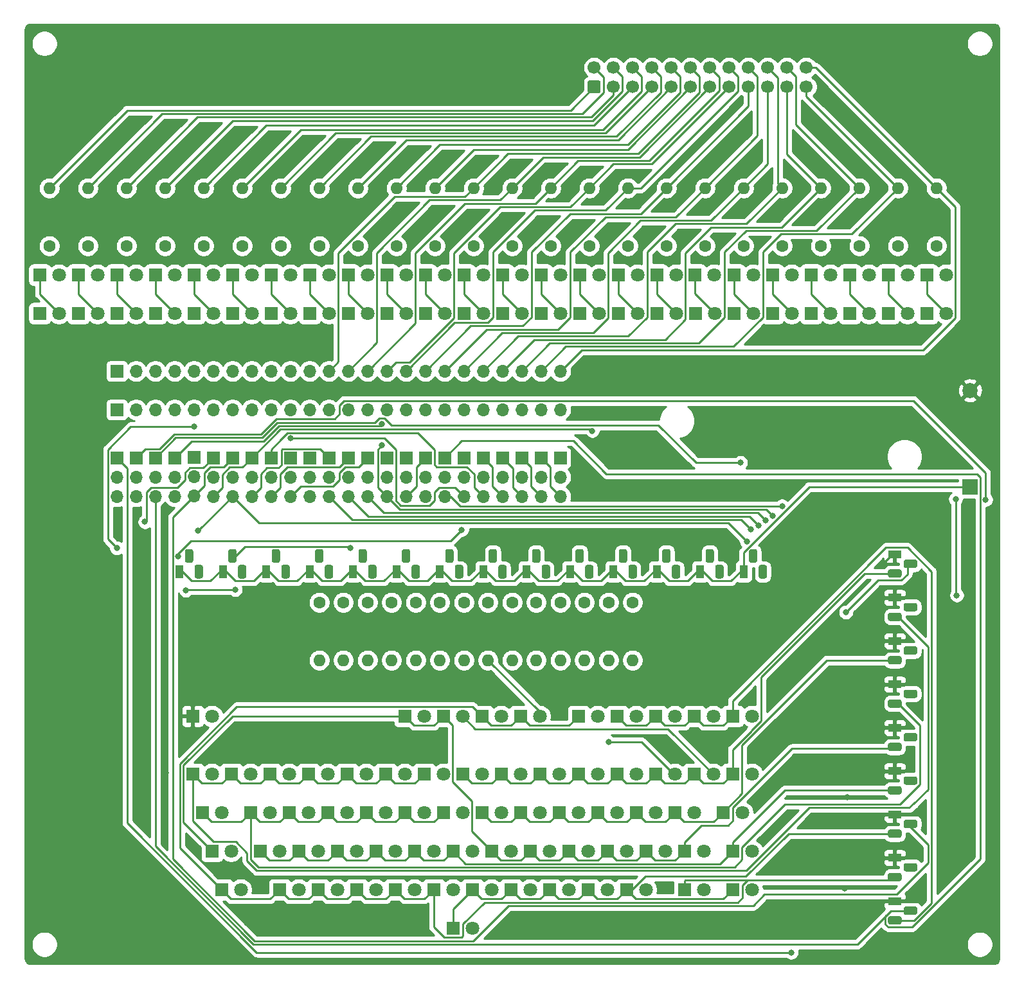
<source format=gbl>
G04 #@! TF.GenerationSoftware,KiCad,Pcbnew,(5.1.10)-1*
G04 #@! TF.CreationDate,2021-10-22T21:38:20-07:00*
G04 #@! TF.ProjectId,AtariKeyboardTester,41746172-694b-4657-9962-6f6172645465,A*
G04 #@! TF.SameCoordinates,Original*
G04 #@! TF.FileFunction,Copper,L2,Bot*
G04 #@! TF.FilePolarity,Positive*
%FSLAX46Y46*%
G04 Gerber Fmt 4.6, Leading zero omitted, Abs format (unit mm)*
G04 Created by KiCad (PCBNEW (5.1.10)-1) date 2021-10-22 21:38:20*
%MOMM*%
%LPD*%
G01*
G04 APERTURE LIST*
G04 #@! TA.AperFunction,ComponentPad*
%ADD10C,1.600000*%
G04 #@! TD*
G04 #@! TA.AperFunction,ComponentPad*
%ADD11O,1.600000X1.600000*%
G04 #@! TD*
G04 #@! TA.AperFunction,ComponentPad*
%ADD12O,1.700000X1.700000*%
G04 #@! TD*
G04 #@! TA.AperFunction,ComponentPad*
%ADD13R,1.700000X1.700000*%
G04 #@! TD*
G04 #@! TA.AperFunction,ComponentPad*
%ADD14C,2.000000*%
G04 #@! TD*
G04 #@! TA.AperFunction,ComponentPad*
%ADD15R,2.000000X2.000000*%
G04 #@! TD*
G04 #@! TA.AperFunction,ComponentPad*
%ADD16R,1.800000X1.100000*%
G04 #@! TD*
G04 #@! TA.AperFunction,ComponentPad*
%ADD17R,1.100000X1.800000*%
G04 #@! TD*
G04 #@! TA.AperFunction,ComponentPad*
%ADD18C,1.800000*%
G04 #@! TD*
G04 #@! TA.AperFunction,ComponentPad*
%ADD19R,1.800000X1.800000*%
G04 #@! TD*
G04 #@! TA.AperFunction,ComponentPad*
%ADD20C,1.700000*%
G04 #@! TD*
G04 #@! TA.AperFunction,ViaPad*
%ADD21C,0.800000*%
G04 #@! TD*
G04 #@! TA.AperFunction,Conductor*
%ADD22C,0.250000*%
G04 #@! TD*
G04 #@! TA.AperFunction,Conductor*
%ADD23C,0.254000*%
G04 #@! TD*
G04 #@! TA.AperFunction,Conductor*
%ADD24C,0.150000*%
G04 #@! TD*
G04 APERTURE END LIST*
D10*
X100965000Y-97790000D03*
D11*
X100965000Y-105410000D03*
D10*
X97790000Y-97790000D03*
D11*
X97790000Y-105410000D03*
D10*
X94615000Y-97790000D03*
D11*
X94615000Y-105410000D03*
D10*
X91440000Y-97790000D03*
D11*
X91440000Y-105410000D03*
D10*
X88265000Y-97790000D03*
D11*
X88265000Y-105410000D03*
D10*
X85090000Y-97790000D03*
D11*
X85090000Y-105410000D03*
D10*
X81915000Y-97790000D03*
D11*
X81915000Y-105410000D03*
D10*
X78740000Y-97790000D03*
D11*
X78740000Y-105410000D03*
D10*
X75565000Y-97790000D03*
D11*
X75565000Y-105410000D03*
D10*
X72390000Y-97790000D03*
D11*
X72390000Y-105410000D03*
D10*
X69215000Y-97790000D03*
D11*
X69215000Y-105410000D03*
D10*
X66040000Y-97790000D03*
D11*
X66040000Y-105410000D03*
D10*
X62865000Y-97790000D03*
D11*
X62865000Y-105410000D03*
D10*
X59690000Y-97790000D03*
D11*
X59690000Y-105410000D03*
D10*
X140970000Y-50800000D03*
D11*
X140970000Y-43180000D03*
D10*
X135890000Y-50800000D03*
D11*
X135890000Y-43180000D03*
D10*
X130810000Y-50800000D03*
D11*
X130810000Y-43180000D03*
D10*
X125730000Y-50800000D03*
D11*
X125730000Y-43180000D03*
D10*
X120650000Y-50800000D03*
D11*
X120650000Y-43180000D03*
D10*
X115570000Y-50800000D03*
D11*
X115570000Y-43180000D03*
D10*
X110490000Y-50800000D03*
D11*
X110490000Y-43180000D03*
D10*
X105410000Y-50800000D03*
D11*
X105410000Y-43180000D03*
D10*
X100330000Y-50800000D03*
D11*
X100330000Y-43180000D03*
D10*
X95250000Y-50800000D03*
D11*
X95250000Y-43180000D03*
D10*
X90170000Y-50800000D03*
D11*
X90170000Y-43180000D03*
D10*
X85090000Y-50800000D03*
D11*
X85090000Y-43180000D03*
D10*
X80010000Y-50800000D03*
D11*
X80010000Y-43180000D03*
D10*
X74930000Y-50800000D03*
D11*
X74930000Y-43180000D03*
D10*
X69850000Y-50800000D03*
D11*
X69850000Y-43180000D03*
D10*
X64770000Y-50800000D03*
D11*
X64770000Y-43180000D03*
D10*
X59690000Y-50800000D03*
D11*
X59690000Y-43180000D03*
D10*
X54610000Y-50800000D03*
D11*
X54610000Y-43180000D03*
D10*
X49530000Y-50800000D03*
D11*
X49530000Y-43180000D03*
D10*
X44450000Y-50800000D03*
D11*
X44450000Y-43180000D03*
D10*
X39370000Y-50800000D03*
D11*
X39370000Y-43180000D03*
D10*
X34290000Y-50800000D03*
D11*
X34290000Y-43180000D03*
D10*
X29210000Y-50800000D03*
D11*
X29210000Y-43180000D03*
D10*
X24130000Y-50800000D03*
D11*
X24130000Y-43180000D03*
D12*
X91440000Y-83820000D03*
X91440000Y-81280000D03*
D13*
X91440000Y-78740000D03*
D12*
X88900000Y-83820000D03*
X88900000Y-81280000D03*
D13*
X88900000Y-78740000D03*
D12*
X86360000Y-83820000D03*
X86360000Y-81280000D03*
D13*
X86360000Y-78740000D03*
D12*
X83820000Y-83820000D03*
X83820000Y-81280000D03*
D13*
X83820000Y-78740000D03*
D12*
X81280000Y-83820000D03*
X81280000Y-81280000D03*
D13*
X81280000Y-78740000D03*
D12*
X78740000Y-83820000D03*
X78740000Y-81280000D03*
D13*
X78740000Y-78740000D03*
D12*
X76200000Y-83820000D03*
X76200000Y-81280000D03*
D13*
X76200000Y-78740000D03*
D12*
X73660000Y-83820000D03*
X73660000Y-81280000D03*
D13*
X73660000Y-78740000D03*
D12*
X71120000Y-83820000D03*
X71120000Y-81280000D03*
D13*
X71120000Y-78740000D03*
D12*
X68580000Y-83820000D03*
X68580000Y-81280000D03*
D13*
X68580000Y-78740000D03*
D12*
X66040000Y-83820000D03*
X66040000Y-81280000D03*
D13*
X66040000Y-78740000D03*
D12*
X63500000Y-83820000D03*
X63500000Y-81280000D03*
D13*
X63500000Y-78740000D03*
D12*
X60960000Y-83820000D03*
X60960000Y-81280000D03*
D13*
X60960000Y-78740000D03*
D12*
X58420000Y-83820000D03*
X58420000Y-81280000D03*
D13*
X58420000Y-78740000D03*
D12*
X55880000Y-83820000D03*
X55880000Y-81280000D03*
D13*
X55880000Y-78740000D03*
D12*
X53340000Y-83820000D03*
X53340000Y-81280000D03*
D13*
X53340000Y-78740000D03*
D12*
X50800000Y-83820000D03*
X50800000Y-81280000D03*
D13*
X50800000Y-78740000D03*
D12*
X48260000Y-83850000D03*
X48260000Y-81310000D03*
D13*
X48260000Y-78770000D03*
D12*
X45720000Y-83850000D03*
X45720000Y-81310000D03*
D13*
X45720000Y-78770000D03*
D12*
X43180000Y-83790000D03*
X43180000Y-81250000D03*
D13*
X43180000Y-78710000D03*
D12*
X40640000Y-83820000D03*
X40640000Y-81280000D03*
D13*
X40640000Y-78740000D03*
D12*
X38100000Y-83820000D03*
X38100000Y-81280000D03*
D13*
X38100000Y-78740000D03*
D12*
X35560000Y-83820000D03*
X35560000Y-81280000D03*
D13*
X35560000Y-78740000D03*
D12*
X33020000Y-83820000D03*
X33020000Y-81280000D03*
D13*
X33020000Y-78740000D03*
D14*
X145415000Y-69850000D03*
D15*
X145415000Y-82550000D03*
D16*
X135490000Y-137160000D03*
G04 #@! TA.AperFunction,ComponentPad*
G36*
G01*
X134865000Y-139150000D02*
X136115000Y-139150000D01*
G75*
G02*
X136390000Y-139425000I0J-275000D01*
G01*
X136390000Y-139975000D01*
G75*
G02*
X136115000Y-140250000I-275000J0D01*
G01*
X134865000Y-140250000D01*
G75*
G02*
X134590000Y-139975000I0J275000D01*
G01*
X134590000Y-139425000D01*
G75*
G02*
X134865000Y-139150000I275000J0D01*
G01*
G37*
G04 #@! TD.AperFunction*
G04 #@! TA.AperFunction,ComponentPad*
G36*
G01*
X136935000Y-137880000D02*
X138185000Y-137880000D01*
G75*
G02*
X138460000Y-138155000I0J-275000D01*
G01*
X138460000Y-138705000D01*
G75*
G02*
X138185000Y-138980000I-275000J0D01*
G01*
X136935000Y-138980000D01*
G75*
G02*
X136660000Y-138705000I0J275000D01*
G01*
X136660000Y-138155000D01*
G75*
G02*
X136935000Y-137880000I275000J0D01*
G01*
G37*
G04 #@! TD.AperFunction*
X135490000Y-131445000D03*
G04 #@! TA.AperFunction,ComponentPad*
G36*
G01*
X134865000Y-133435000D02*
X136115000Y-133435000D01*
G75*
G02*
X136390000Y-133710000I0J-275000D01*
G01*
X136390000Y-134260000D01*
G75*
G02*
X136115000Y-134535000I-275000J0D01*
G01*
X134865000Y-134535000D01*
G75*
G02*
X134590000Y-134260000I0J275000D01*
G01*
X134590000Y-133710000D01*
G75*
G02*
X134865000Y-133435000I275000J0D01*
G01*
G37*
G04 #@! TD.AperFunction*
G04 #@! TA.AperFunction,ComponentPad*
G36*
G01*
X136935000Y-132165000D02*
X138185000Y-132165000D01*
G75*
G02*
X138460000Y-132440000I0J-275000D01*
G01*
X138460000Y-132990000D01*
G75*
G02*
X138185000Y-133265000I-275000J0D01*
G01*
X136935000Y-133265000D01*
G75*
G02*
X136660000Y-132990000I0J275000D01*
G01*
X136660000Y-132440000D01*
G75*
G02*
X136935000Y-132165000I275000J0D01*
G01*
G37*
G04 #@! TD.AperFunction*
X135490000Y-125730000D03*
G04 #@! TA.AperFunction,ComponentPad*
G36*
G01*
X134865000Y-127720000D02*
X136115000Y-127720000D01*
G75*
G02*
X136390000Y-127995000I0J-275000D01*
G01*
X136390000Y-128545000D01*
G75*
G02*
X136115000Y-128820000I-275000J0D01*
G01*
X134865000Y-128820000D01*
G75*
G02*
X134590000Y-128545000I0J275000D01*
G01*
X134590000Y-127995000D01*
G75*
G02*
X134865000Y-127720000I275000J0D01*
G01*
G37*
G04 #@! TD.AperFunction*
G04 #@! TA.AperFunction,ComponentPad*
G36*
G01*
X136935000Y-126450000D02*
X138185000Y-126450000D01*
G75*
G02*
X138460000Y-126725000I0J-275000D01*
G01*
X138460000Y-127275000D01*
G75*
G02*
X138185000Y-127550000I-275000J0D01*
G01*
X136935000Y-127550000D01*
G75*
G02*
X136660000Y-127275000I0J275000D01*
G01*
X136660000Y-126725000D01*
G75*
G02*
X136935000Y-126450000I275000J0D01*
G01*
G37*
G04 #@! TD.AperFunction*
X135490000Y-120015000D03*
G04 #@! TA.AperFunction,ComponentPad*
G36*
G01*
X134865000Y-122005000D02*
X136115000Y-122005000D01*
G75*
G02*
X136390000Y-122280000I0J-275000D01*
G01*
X136390000Y-122830000D01*
G75*
G02*
X136115000Y-123105000I-275000J0D01*
G01*
X134865000Y-123105000D01*
G75*
G02*
X134590000Y-122830000I0J275000D01*
G01*
X134590000Y-122280000D01*
G75*
G02*
X134865000Y-122005000I275000J0D01*
G01*
G37*
G04 #@! TD.AperFunction*
G04 #@! TA.AperFunction,ComponentPad*
G36*
G01*
X136935000Y-120735000D02*
X138185000Y-120735000D01*
G75*
G02*
X138460000Y-121010000I0J-275000D01*
G01*
X138460000Y-121560000D01*
G75*
G02*
X138185000Y-121835000I-275000J0D01*
G01*
X136935000Y-121835000D01*
G75*
G02*
X136660000Y-121560000I0J275000D01*
G01*
X136660000Y-121010000D01*
G75*
G02*
X136935000Y-120735000I275000J0D01*
G01*
G37*
G04 #@! TD.AperFunction*
X135490000Y-114300000D03*
G04 #@! TA.AperFunction,ComponentPad*
G36*
G01*
X134865000Y-116290000D02*
X136115000Y-116290000D01*
G75*
G02*
X136390000Y-116565000I0J-275000D01*
G01*
X136390000Y-117115000D01*
G75*
G02*
X136115000Y-117390000I-275000J0D01*
G01*
X134865000Y-117390000D01*
G75*
G02*
X134590000Y-117115000I0J275000D01*
G01*
X134590000Y-116565000D01*
G75*
G02*
X134865000Y-116290000I275000J0D01*
G01*
G37*
G04 #@! TD.AperFunction*
G04 #@! TA.AperFunction,ComponentPad*
G36*
G01*
X136935000Y-115020000D02*
X138185000Y-115020000D01*
G75*
G02*
X138460000Y-115295000I0J-275000D01*
G01*
X138460000Y-115845000D01*
G75*
G02*
X138185000Y-116120000I-275000J0D01*
G01*
X136935000Y-116120000D01*
G75*
G02*
X136660000Y-115845000I0J275000D01*
G01*
X136660000Y-115295000D01*
G75*
G02*
X136935000Y-115020000I275000J0D01*
G01*
G37*
G04 #@! TD.AperFunction*
X135490000Y-108585000D03*
G04 #@! TA.AperFunction,ComponentPad*
G36*
G01*
X134865000Y-110575000D02*
X136115000Y-110575000D01*
G75*
G02*
X136390000Y-110850000I0J-275000D01*
G01*
X136390000Y-111400000D01*
G75*
G02*
X136115000Y-111675000I-275000J0D01*
G01*
X134865000Y-111675000D01*
G75*
G02*
X134590000Y-111400000I0J275000D01*
G01*
X134590000Y-110850000D01*
G75*
G02*
X134865000Y-110575000I275000J0D01*
G01*
G37*
G04 #@! TD.AperFunction*
G04 #@! TA.AperFunction,ComponentPad*
G36*
G01*
X136935000Y-109305000D02*
X138185000Y-109305000D01*
G75*
G02*
X138460000Y-109580000I0J-275000D01*
G01*
X138460000Y-110130000D01*
G75*
G02*
X138185000Y-110405000I-275000J0D01*
G01*
X136935000Y-110405000D01*
G75*
G02*
X136660000Y-110130000I0J275000D01*
G01*
X136660000Y-109580000D01*
G75*
G02*
X136935000Y-109305000I275000J0D01*
G01*
G37*
G04 #@! TD.AperFunction*
X135490000Y-102870000D03*
G04 #@! TA.AperFunction,ComponentPad*
G36*
G01*
X134865000Y-104860000D02*
X136115000Y-104860000D01*
G75*
G02*
X136390000Y-105135000I0J-275000D01*
G01*
X136390000Y-105685000D01*
G75*
G02*
X136115000Y-105960000I-275000J0D01*
G01*
X134865000Y-105960000D01*
G75*
G02*
X134590000Y-105685000I0J275000D01*
G01*
X134590000Y-105135000D01*
G75*
G02*
X134865000Y-104860000I275000J0D01*
G01*
G37*
G04 #@! TD.AperFunction*
G04 #@! TA.AperFunction,ComponentPad*
G36*
G01*
X136935000Y-103590000D02*
X138185000Y-103590000D01*
G75*
G02*
X138460000Y-103865000I0J-275000D01*
G01*
X138460000Y-104415000D01*
G75*
G02*
X138185000Y-104690000I-275000J0D01*
G01*
X136935000Y-104690000D01*
G75*
G02*
X136660000Y-104415000I0J275000D01*
G01*
X136660000Y-103865000D01*
G75*
G02*
X136935000Y-103590000I275000J0D01*
G01*
G37*
G04 #@! TD.AperFunction*
X135490000Y-97155000D03*
G04 #@! TA.AperFunction,ComponentPad*
G36*
G01*
X134865000Y-99145000D02*
X136115000Y-99145000D01*
G75*
G02*
X136390000Y-99420000I0J-275000D01*
G01*
X136390000Y-99970000D01*
G75*
G02*
X136115000Y-100245000I-275000J0D01*
G01*
X134865000Y-100245000D01*
G75*
G02*
X134590000Y-99970000I0J275000D01*
G01*
X134590000Y-99420000D01*
G75*
G02*
X134865000Y-99145000I275000J0D01*
G01*
G37*
G04 #@! TD.AperFunction*
G04 #@! TA.AperFunction,ComponentPad*
G36*
G01*
X136935000Y-97875000D02*
X138185000Y-97875000D01*
G75*
G02*
X138460000Y-98150000I0J-275000D01*
G01*
X138460000Y-98700000D01*
G75*
G02*
X138185000Y-98975000I-275000J0D01*
G01*
X136935000Y-98975000D01*
G75*
G02*
X136660000Y-98700000I0J275000D01*
G01*
X136660000Y-98150000D01*
G75*
G02*
X136935000Y-97875000I275000J0D01*
G01*
G37*
G04 #@! TD.AperFunction*
X135490000Y-91440000D03*
G04 #@! TA.AperFunction,ComponentPad*
G36*
G01*
X134865000Y-93430000D02*
X136115000Y-93430000D01*
G75*
G02*
X136390000Y-93705000I0J-275000D01*
G01*
X136390000Y-94255000D01*
G75*
G02*
X136115000Y-94530000I-275000J0D01*
G01*
X134865000Y-94530000D01*
G75*
G02*
X134590000Y-94255000I0J275000D01*
G01*
X134590000Y-93705000D01*
G75*
G02*
X134865000Y-93430000I275000J0D01*
G01*
G37*
G04 #@! TD.AperFunction*
G04 #@! TA.AperFunction,ComponentPad*
G36*
G01*
X136935000Y-92160000D02*
X138185000Y-92160000D01*
G75*
G02*
X138460000Y-92435000I0J-275000D01*
G01*
X138460000Y-92985000D01*
G75*
G02*
X138185000Y-93260000I-275000J0D01*
G01*
X136935000Y-93260000D01*
G75*
G02*
X136660000Y-92985000I0J275000D01*
G01*
X136660000Y-92435000D01*
G75*
G02*
X136935000Y-92160000I275000J0D01*
G01*
G37*
G04 #@! TD.AperFunction*
D17*
X115570000Y-93745000D03*
G04 #@! TA.AperFunction,ComponentPad*
G36*
G01*
X117560000Y-94370000D02*
X117560000Y-93120000D01*
G75*
G02*
X117835000Y-92845000I275000J0D01*
G01*
X118385000Y-92845000D01*
G75*
G02*
X118660000Y-93120000I0J-275000D01*
G01*
X118660000Y-94370000D01*
G75*
G02*
X118385000Y-94645000I-275000J0D01*
G01*
X117835000Y-94645000D01*
G75*
G02*
X117560000Y-94370000I0J275000D01*
G01*
G37*
G04 #@! TD.AperFunction*
G04 #@! TA.AperFunction,ComponentPad*
G36*
G01*
X116290000Y-92300000D02*
X116290000Y-91050000D01*
G75*
G02*
X116565000Y-90775000I275000J0D01*
G01*
X117115000Y-90775000D01*
G75*
G02*
X117390000Y-91050000I0J-275000D01*
G01*
X117390000Y-92300000D01*
G75*
G02*
X117115000Y-92575000I-275000J0D01*
G01*
X116565000Y-92575000D01*
G75*
G02*
X116290000Y-92300000I0J275000D01*
G01*
G37*
G04 #@! TD.AperFunction*
X109855000Y-93745000D03*
G04 #@! TA.AperFunction,ComponentPad*
G36*
G01*
X111845000Y-94370000D02*
X111845000Y-93120000D01*
G75*
G02*
X112120000Y-92845000I275000J0D01*
G01*
X112670000Y-92845000D01*
G75*
G02*
X112945000Y-93120000I0J-275000D01*
G01*
X112945000Y-94370000D01*
G75*
G02*
X112670000Y-94645000I-275000J0D01*
G01*
X112120000Y-94645000D01*
G75*
G02*
X111845000Y-94370000I0J275000D01*
G01*
G37*
G04 #@! TD.AperFunction*
G04 #@! TA.AperFunction,ComponentPad*
G36*
G01*
X110575000Y-92300000D02*
X110575000Y-91050000D01*
G75*
G02*
X110850000Y-90775000I275000J0D01*
G01*
X111400000Y-90775000D01*
G75*
G02*
X111675000Y-91050000I0J-275000D01*
G01*
X111675000Y-92300000D01*
G75*
G02*
X111400000Y-92575000I-275000J0D01*
G01*
X110850000Y-92575000D01*
G75*
G02*
X110575000Y-92300000I0J275000D01*
G01*
G37*
G04 #@! TD.AperFunction*
X104140000Y-93745000D03*
G04 #@! TA.AperFunction,ComponentPad*
G36*
G01*
X106130000Y-94370000D02*
X106130000Y-93120000D01*
G75*
G02*
X106405000Y-92845000I275000J0D01*
G01*
X106955000Y-92845000D01*
G75*
G02*
X107230000Y-93120000I0J-275000D01*
G01*
X107230000Y-94370000D01*
G75*
G02*
X106955000Y-94645000I-275000J0D01*
G01*
X106405000Y-94645000D01*
G75*
G02*
X106130000Y-94370000I0J275000D01*
G01*
G37*
G04 #@! TD.AperFunction*
G04 #@! TA.AperFunction,ComponentPad*
G36*
G01*
X104860000Y-92300000D02*
X104860000Y-91050000D01*
G75*
G02*
X105135000Y-90775000I275000J0D01*
G01*
X105685000Y-90775000D01*
G75*
G02*
X105960000Y-91050000I0J-275000D01*
G01*
X105960000Y-92300000D01*
G75*
G02*
X105685000Y-92575000I-275000J0D01*
G01*
X105135000Y-92575000D01*
G75*
G02*
X104860000Y-92300000I0J275000D01*
G01*
G37*
G04 #@! TD.AperFunction*
X98425000Y-93745000D03*
G04 #@! TA.AperFunction,ComponentPad*
G36*
G01*
X100415000Y-94370000D02*
X100415000Y-93120000D01*
G75*
G02*
X100690000Y-92845000I275000J0D01*
G01*
X101240000Y-92845000D01*
G75*
G02*
X101515000Y-93120000I0J-275000D01*
G01*
X101515000Y-94370000D01*
G75*
G02*
X101240000Y-94645000I-275000J0D01*
G01*
X100690000Y-94645000D01*
G75*
G02*
X100415000Y-94370000I0J275000D01*
G01*
G37*
G04 #@! TD.AperFunction*
G04 #@! TA.AperFunction,ComponentPad*
G36*
G01*
X99145000Y-92300000D02*
X99145000Y-91050000D01*
G75*
G02*
X99420000Y-90775000I275000J0D01*
G01*
X99970000Y-90775000D01*
G75*
G02*
X100245000Y-91050000I0J-275000D01*
G01*
X100245000Y-92300000D01*
G75*
G02*
X99970000Y-92575000I-275000J0D01*
G01*
X99420000Y-92575000D01*
G75*
G02*
X99145000Y-92300000I0J275000D01*
G01*
G37*
G04 #@! TD.AperFunction*
X92710000Y-93745000D03*
G04 #@! TA.AperFunction,ComponentPad*
G36*
G01*
X94700000Y-94370000D02*
X94700000Y-93120000D01*
G75*
G02*
X94975000Y-92845000I275000J0D01*
G01*
X95525000Y-92845000D01*
G75*
G02*
X95800000Y-93120000I0J-275000D01*
G01*
X95800000Y-94370000D01*
G75*
G02*
X95525000Y-94645000I-275000J0D01*
G01*
X94975000Y-94645000D01*
G75*
G02*
X94700000Y-94370000I0J275000D01*
G01*
G37*
G04 #@! TD.AperFunction*
G04 #@! TA.AperFunction,ComponentPad*
G36*
G01*
X93430000Y-92300000D02*
X93430000Y-91050000D01*
G75*
G02*
X93705000Y-90775000I275000J0D01*
G01*
X94255000Y-90775000D01*
G75*
G02*
X94530000Y-91050000I0J-275000D01*
G01*
X94530000Y-92300000D01*
G75*
G02*
X94255000Y-92575000I-275000J0D01*
G01*
X93705000Y-92575000D01*
G75*
G02*
X93430000Y-92300000I0J275000D01*
G01*
G37*
G04 #@! TD.AperFunction*
X86995000Y-93745000D03*
G04 #@! TA.AperFunction,ComponentPad*
G36*
G01*
X88985000Y-94370000D02*
X88985000Y-93120000D01*
G75*
G02*
X89260000Y-92845000I275000J0D01*
G01*
X89810000Y-92845000D01*
G75*
G02*
X90085000Y-93120000I0J-275000D01*
G01*
X90085000Y-94370000D01*
G75*
G02*
X89810000Y-94645000I-275000J0D01*
G01*
X89260000Y-94645000D01*
G75*
G02*
X88985000Y-94370000I0J275000D01*
G01*
G37*
G04 #@! TD.AperFunction*
G04 #@! TA.AperFunction,ComponentPad*
G36*
G01*
X87715000Y-92300000D02*
X87715000Y-91050000D01*
G75*
G02*
X87990000Y-90775000I275000J0D01*
G01*
X88540000Y-90775000D01*
G75*
G02*
X88815000Y-91050000I0J-275000D01*
G01*
X88815000Y-92300000D01*
G75*
G02*
X88540000Y-92575000I-275000J0D01*
G01*
X87990000Y-92575000D01*
G75*
G02*
X87715000Y-92300000I0J275000D01*
G01*
G37*
G04 #@! TD.AperFunction*
X81280000Y-93745000D03*
G04 #@! TA.AperFunction,ComponentPad*
G36*
G01*
X83270000Y-94370000D02*
X83270000Y-93120000D01*
G75*
G02*
X83545000Y-92845000I275000J0D01*
G01*
X84095000Y-92845000D01*
G75*
G02*
X84370000Y-93120000I0J-275000D01*
G01*
X84370000Y-94370000D01*
G75*
G02*
X84095000Y-94645000I-275000J0D01*
G01*
X83545000Y-94645000D01*
G75*
G02*
X83270000Y-94370000I0J275000D01*
G01*
G37*
G04 #@! TD.AperFunction*
G04 #@! TA.AperFunction,ComponentPad*
G36*
G01*
X82000000Y-92300000D02*
X82000000Y-91050000D01*
G75*
G02*
X82275000Y-90775000I275000J0D01*
G01*
X82825000Y-90775000D01*
G75*
G02*
X83100000Y-91050000I0J-275000D01*
G01*
X83100000Y-92300000D01*
G75*
G02*
X82825000Y-92575000I-275000J0D01*
G01*
X82275000Y-92575000D01*
G75*
G02*
X82000000Y-92300000I0J275000D01*
G01*
G37*
G04 #@! TD.AperFunction*
X75565000Y-93745000D03*
G04 #@! TA.AperFunction,ComponentPad*
G36*
G01*
X77555000Y-94370000D02*
X77555000Y-93120000D01*
G75*
G02*
X77830000Y-92845000I275000J0D01*
G01*
X78380000Y-92845000D01*
G75*
G02*
X78655000Y-93120000I0J-275000D01*
G01*
X78655000Y-94370000D01*
G75*
G02*
X78380000Y-94645000I-275000J0D01*
G01*
X77830000Y-94645000D01*
G75*
G02*
X77555000Y-94370000I0J275000D01*
G01*
G37*
G04 #@! TD.AperFunction*
G04 #@! TA.AperFunction,ComponentPad*
G36*
G01*
X76285000Y-92300000D02*
X76285000Y-91050000D01*
G75*
G02*
X76560000Y-90775000I275000J0D01*
G01*
X77110000Y-90775000D01*
G75*
G02*
X77385000Y-91050000I0J-275000D01*
G01*
X77385000Y-92300000D01*
G75*
G02*
X77110000Y-92575000I-275000J0D01*
G01*
X76560000Y-92575000D01*
G75*
G02*
X76285000Y-92300000I0J275000D01*
G01*
G37*
G04 #@! TD.AperFunction*
X69850000Y-93745000D03*
G04 #@! TA.AperFunction,ComponentPad*
G36*
G01*
X71840000Y-94370000D02*
X71840000Y-93120000D01*
G75*
G02*
X72115000Y-92845000I275000J0D01*
G01*
X72665000Y-92845000D01*
G75*
G02*
X72940000Y-93120000I0J-275000D01*
G01*
X72940000Y-94370000D01*
G75*
G02*
X72665000Y-94645000I-275000J0D01*
G01*
X72115000Y-94645000D01*
G75*
G02*
X71840000Y-94370000I0J275000D01*
G01*
G37*
G04 #@! TD.AperFunction*
G04 #@! TA.AperFunction,ComponentPad*
G36*
G01*
X70570000Y-92300000D02*
X70570000Y-91050000D01*
G75*
G02*
X70845000Y-90775000I275000J0D01*
G01*
X71395000Y-90775000D01*
G75*
G02*
X71670000Y-91050000I0J-275000D01*
G01*
X71670000Y-92300000D01*
G75*
G02*
X71395000Y-92575000I-275000J0D01*
G01*
X70845000Y-92575000D01*
G75*
G02*
X70570000Y-92300000I0J275000D01*
G01*
G37*
G04 #@! TD.AperFunction*
X64135000Y-93745000D03*
G04 #@! TA.AperFunction,ComponentPad*
G36*
G01*
X66125000Y-94370000D02*
X66125000Y-93120000D01*
G75*
G02*
X66400000Y-92845000I275000J0D01*
G01*
X66950000Y-92845000D01*
G75*
G02*
X67225000Y-93120000I0J-275000D01*
G01*
X67225000Y-94370000D01*
G75*
G02*
X66950000Y-94645000I-275000J0D01*
G01*
X66400000Y-94645000D01*
G75*
G02*
X66125000Y-94370000I0J275000D01*
G01*
G37*
G04 #@! TD.AperFunction*
G04 #@! TA.AperFunction,ComponentPad*
G36*
G01*
X64855000Y-92300000D02*
X64855000Y-91050000D01*
G75*
G02*
X65130000Y-90775000I275000J0D01*
G01*
X65680000Y-90775000D01*
G75*
G02*
X65955000Y-91050000I0J-275000D01*
G01*
X65955000Y-92300000D01*
G75*
G02*
X65680000Y-92575000I-275000J0D01*
G01*
X65130000Y-92575000D01*
G75*
G02*
X64855000Y-92300000I0J275000D01*
G01*
G37*
G04 #@! TD.AperFunction*
X58420000Y-93745000D03*
G04 #@! TA.AperFunction,ComponentPad*
G36*
G01*
X60410000Y-94370000D02*
X60410000Y-93120000D01*
G75*
G02*
X60685000Y-92845000I275000J0D01*
G01*
X61235000Y-92845000D01*
G75*
G02*
X61510000Y-93120000I0J-275000D01*
G01*
X61510000Y-94370000D01*
G75*
G02*
X61235000Y-94645000I-275000J0D01*
G01*
X60685000Y-94645000D01*
G75*
G02*
X60410000Y-94370000I0J275000D01*
G01*
G37*
G04 #@! TD.AperFunction*
G04 #@! TA.AperFunction,ComponentPad*
G36*
G01*
X59140000Y-92300000D02*
X59140000Y-91050000D01*
G75*
G02*
X59415000Y-90775000I275000J0D01*
G01*
X59965000Y-90775000D01*
G75*
G02*
X60240000Y-91050000I0J-275000D01*
G01*
X60240000Y-92300000D01*
G75*
G02*
X59965000Y-92575000I-275000J0D01*
G01*
X59415000Y-92575000D01*
G75*
G02*
X59140000Y-92300000I0J275000D01*
G01*
G37*
G04 #@! TD.AperFunction*
X52705000Y-93745000D03*
G04 #@! TA.AperFunction,ComponentPad*
G36*
G01*
X54695000Y-94370000D02*
X54695000Y-93120000D01*
G75*
G02*
X54970000Y-92845000I275000J0D01*
G01*
X55520000Y-92845000D01*
G75*
G02*
X55795000Y-93120000I0J-275000D01*
G01*
X55795000Y-94370000D01*
G75*
G02*
X55520000Y-94645000I-275000J0D01*
G01*
X54970000Y-94645000D01*
G75*
G02*
X54695000Y-94370000I0J275000D01*
G01*
G37*
G04 #@! TD.AperFunction*
G04 #@! TA.AperFunction,ComponentPad*
G36*
G01*
X53425000Y-92300000D02*
X53425000Y-91050000D01*
G75*
G02*
X53700000Y-90775000I275000J0D01*
G01*
X54250000Y-90775000D01*
G75*
G02*
X54525000Y-91050000I0J-275000D01*
G01*
X54525000Y-92300000D01*
G75*
G02*
X54250000Y-92575000I-275000J0D01*
G01*
X53700000Y-92575000D01*
G75*
G02*
X53425000Y-92300000I0J275000D01*
G01*
G37*
G04 #@! TD.AperFunction*
X46990000Y-93745000D03*
G04 #@! TA.AperFunction,ComponentPad*
G36*
G01*
X48980000Y-94370000D02*
X48980000Y-93120000D01*
G75*
G02*
X49255000Y-92845000I275000J0D01*
G01*
X49805000Y-92845000D01*
G75*
G02*
X50080000Y-93120000I0J-275000D01*
G01*
X50080000Y-94370000D01*
G75*
G02*
X49805000Y-94645000I-275000J0D01*
G01*
X49255000Y-94645000D01*
G75*
G02*
X48980000Y-94370000I0J275000D01*
G01*
G37*
G04 #@! TD.AperFunction*
G04 #@! TA.AperFunction,ComponentPad*
G36*
G01*
X47710000Y-92300000D02*
X47710000Y-91050000D01*
G75*
G02*
X47985000Y-90775000I275000J0D01*
G01*
X48535000Y-90775000D01*
G75*
G02*
X48810000Y-91050000I0J-275000D01*
G01*
X48810000Y-92300000D01*
G75*
G02*
X48535000Y-92575000I-275000J0D01*
G01*
X47985000Y-92575000D01*
G75*
G02*
X47710000Y-92300000I0J275000D01*
G01*
G37*
G04 #@! TD.AperFunction*
X41275000Y-93745000D03*
G04 #@! TA.AperFunction,ComponentPad*
G36*
G01*
X43265000Y-94370000D02*
X43265000Y-93120000D01*
G75*
G02*
X43540000Y-92845000I275000J0D01*
G01*
X44090000Y-92845000D01*
G75*
G02*
X44365000Y-93120000I0J-275000D01*
G01*
X44365000Y-94370000D01*
G75*
G02*
X44090000Y-94645000I-275000J0D01*
G01*
X43540000Y-94645000D01*
G75*
G02*
X43265000Y-94370000I0J275000D01*
G01*
G37*
G04 #@! TD.AperFunction*
G04 #@! TA.AperFunction,ComponentPad*
G36*
G01*
X41995000Y-92300000D02*
X41995000Y-91050000D01*
G75*
G02*
X42270000Y-90775000I275000J0D01*
G01*
X42820000Y-90775000D01*
G75*
G02*
X43095000Y-91050000I0J-275000D01*
G01*
X43095000Y-92300000D01*
G75*
G02*
X42820000Y-92575000I-275000J0D01*
G01*
X42270000Y-92575000D01*
G75*
G02*
X41995000Y-92300000I0J275000D01*
G01*
G37*
G04 #@! TD.AperFunction*
D12*
X91440000Y-72390000D03*
X88900000Y-72390000D03*
X86360000Y-72390000D03*
X83820000Y-72390000D03*
X81280000Y-72390000D03*
X78740000Y-72390000D03*
X76200000Y-72390000D03*
X73660000Y-72390000D03*
X71120000Y-72390000D03*
X68580000Y-72390000D03*
X66040000Y-72390000D03*
X63500000Y-72390000D03*
X60960000Y-72390000D03*
X58420000Y-72390000D03*
X55880000Y-72390000D03*
X53340000Y-72390000D03*
X50800000Y-72390000D03*
X48260000Y-72390000D03*
X45720000Y-72390000D03*
X43180000Y-72390000D03*
X40640000Y-72390000D03*
X38100000Y-72390000D03*
X35560000Y-72390000D03*
D13*
X33020000Y-72390000D03*
D18*
X116674900Y-112786160D03*
D19*
X114134900Y-112786160D03*
D18*
X142240000Y-59690000D03*
D19*
X139700000Y-59690000D03*
D18*
X137160000Y-59690000D03*
D19*
X134620000Y-59690000D03*
D18*
X132080000Y-59690000D03*
D19*
X129540000Y-59690000D03*
D18*
X127000000Y-59690000D03*
D19*
X124460000Y-59690000D03*
D18*
X121920000Y-59690000D03*
D19*
X119380000Y-59690000D03*
D18*
X116840000Y-59690000D03*
D19*
X114300000Y-59690000D03*
D18*
X111760000Y-59690000D03*
D19*
X109220000Y-59690000D03*
D18*
X106680000Y-59690000D03*
D19*
X104140000Y-59690000D03*
D18*
X101600000Y-59690000D03*
D19*
X99060000Y-59690000D03*
D18*
X96520000Y-59690000D03*
D19*
X93980000Y-59690000D03*
D18*
X91440000Y-59690000D03*
D19*
X88900000Y-59690000D03*
D18*
X86360000Y-59690000D03*
D19*
X83820000Y-59690000D03*
D18*
X81280000Y-59690000D03*
D19*
X78740000Y-59690000D03*
D18*
X76200000Y-59690000D03*
D19*
X73660000Y-59690000D03*
D18*
X71120000Y-59690000D03*
D19*
X68580000Y-59690000D03*
D18*
X66040000Y-59690000D03*
D19*
X63500000Y-59690000D03*
D18*
X60960000Y-59690000D03*
D19*
X58420000Y-59690000D03*
D18*
X55880000Y-59690000D03*
D19*
X53340000Y-59690000D03*
D18*
X50800000Y-59690000D03*
D19*
X48260000Y-59690000D03*
D18*
X45720000Y-59690000D03*
D19*
X43180000Y-59690000D03*
D18*
X40640000Y-59690000D03*
D19*
X38100000Y-59690000D03*
D18*
X35560000Y-59690000D03*
D19*
X33020000Y-59690000D03*
D18*
X30480000Y-59690000D03*
D19*
X27940000Y-59690000D03*
D18*
X25400000Y-59690000D03*
D19*
X22860000Y-59690000D03*
D18*
X142240000Y-54610000D03*
D19*
X139700000Y-54610000D03*
D18*
X137160000Y-54610000D03*
D19*
X134620000Y-54610000D03*
D18*
X132080000Y-54610000D03*
D19*
X129540000Y-54610000D03*
D18*
X127000000Y-54610000D03*
D19*
X124460000Y-54610000D03*
D18*
X121920000Y-54610000D03*
D19*
X119380000Y-54610000D03*
D18*
X116840000Y-54610000D03*
D19*
X114300000Y-54610000D03*
D18*
X111680000Y-54610000D03*
D19*
X109140000Y-54610000D03*
D18*
X106680000Y-54610000D03*
D19*
X104140000Y-54610000D03*
D18*
X101600000Y-54610000D03*
D19*
X99060000Y-54610000D03*
D18*
X96520000Y-54610000D03*
D19*
X93980000Y-54610000D03*
D18*
X91440000Y-54610000D03*
D19*
X88900000Y-54610000D03*
D18*
X86360000Y-54610000D03*
D19*
X83820000Y-54610000D03*
D18*
X81280000Y-54610000D03*
D19*
X78740000Y-54610000D03*
D18*
X76200000Y-54610000D03*
D19*
X73660000Y-54610000D03*
D18*
X71120000Y-54610000D03*
D19*
X68580000Y-54610000D03*
D18*
X66040000Y-54610000D03*
D19*
X63500000Y-54610000D03*
D18*
X60960000Y-54610000D03*
D19*
X58420000Y-54610000D03*
D18*
X55880000Y-54610000D03*
D19*
X53340000Y-54610000D03*
D18*
X50800000Y-54610000D03*
D19*
X48260000Y-54610000D03*
D18*
X45720000Y-54610000D03*
D19*
X43180000Y-54610000D03*
D18*
X40640000Y-54610000D03*
D19*
X38100000Y-54610000D03*
D18*
X35560000Y-54610000D03*
D19*
X33020000Y-54610000D03*
D18*
X30480000Y-54610000D03*
D19*
X27940000Y-54610000D03*
D18*
X25400000Y-54610000D03*
D19*
X22860000Y-54610000D03*
D20*
X123825000Y-27305000D03*
X121285000Y-27305000D03*
X118745000Y-27305000D03*
X116205000Y-27305000D03*
X113665000Y-27305000D03*
X111125000Y-27305000D03*
X108585000Y-27305000D03*
X106045000Y-27305000D03*
X103505000Y-27305000D03*
X100965000Y-27305000D03*
X98425000Y-27305000D03*
X95885000Y-27305000D03*
X123825000Y-29845000D03*
X121285000Y-29845000D03*
X118745000Y-29845000D03*
X116205000Y-29845000D03*
X113665000Y-29845000D03*
X111125000Y-29845000D03*
X108585000Y-29845000D03*
X106045000Y-29845000D03*
X103505000Y-29845000D03*
X100965000Y-29845000D03*
X98425000Y-29845000D03*
G04 #@! TA.AperFunction,ComponentPad*
G36*
G01*
X96485000Y-30695000D02*
X95285000Y-30695000D01*
G75*
G02*
X95035000Y-30445000I0J250000D01*
G01*
X95035000Y-29245000D01*
G75*
G02*
X95285000Y-28995000I250000J0D01*
G01*
X96485000Y-28995000D01*
G75*
G02*
X96735000Y-29245000I0J-250000D01*
G01*
X96735000Y-30445000D01*
G75*
G02*
X96485000Y-30695000I-250000J0D01*
G01*
G37*
G04 #@! TD.AperFunction*
D12*
X91440000Y-67310000D03*
X88900000Y-67310000D03*
X86360000Y-67310000D03*
X83820000Y-67310000D03*
X81280000Y-67310000D03*
X78740000Y-67310000D03*
X76200000Y-67310000D03*
X73660000Y-67310000D03*
X71120000Y-67310000D03*
X68580000Y-67310000D03*
X66040000Y-67310000D03*
X63500000Y-67310000D03*
X60960000Y-67310000D03*
X58420000Y-67310000D03*
X55880000Y-67310000D03*
X53340000Y-67310000D03*
X50800000Y-67310000D03*
X48260000Y-67310000D03*
X45720000Y-67310000D03*
X43180000Y-67310000D03*
X40640000Y-67310000D03*
X38100000Y-67310000D03*
X35560000Y-67310000D03*
D13*
X33020000Y-67310000D03*
D18*
X116674900Y-120406160D03*
D19*
X114134900Y-120406160D03*
D18*
X111594900Y-112786160D03*
D19*
X109054900Y-112786160D03*
D18*
X116674900Y-135646160D03*
D19*
X114134900Y-135646160D03*
D18*
X116674900Y-130566160D03*
D19*
X114134900Y-130566160D03*
D18*
X115404900Y-125486160D03*
D19*
X112864900Y-125486160D03*
D18*
X111594900Y-120406160D03*
D19*
X109054900Y-120406160D03*
D18*
X110324900Y-130566160D03*
D19*
X107784900Y-130566160D03*
D18*
X110324900Y-135646160D03*
D19*
X107784900Y-135646160D03*
D18*
X109054900Y-125486160D03*
D19*
X106514900Y-125486160D03*
D18*
X106514900Y-112786160D03*
D19*
X103974900Y-112786160D03*
D18*
X106514900Y-120406160D03*
D19*
X103974900Y-120406160D03*
D18*
X105244900Y-130566160D03*
D19*
X102704900Y-130566160D03*
D18*
X103974900Y-125486160D03*
D19*
X101434900Y-125486160D03*
D18*
X102704900Y-135646160D03*
D19*
X100164900Y-135646160D03*
D18*
X101434900Y-120406160D03*
D19*
X98894900Y-120406160D03*
D18*
X101434900Y-112786160D03*
D19*
X98894900Y-112786160D03*
D18*
X100164900Y-130566160D03*
D19*
X97624900Y-130566160D03*
D18*
X98894900Y-125486160D03*
D19*
X96354900Y-125486160D03*
D18*
X97624900Y-135646160D03*
D19*
X95084900Y-135646160D03*
D18*
X96354900Y-120406160D03*
D19*
X93814900Y-120406160D03*
D18*
X95084900Y-130566160D03*
D19*
X92544900Y-130566160D03*
D18*
X93814900Y-125486160D03*
D19*
X91274900Y-125486160D03*
D18*
X96354900Y-112786160D03*
D19*
X93814900Y-112786160D03*
D18*
X92544900Y-135646160D03*
D19*
X90004900Y-135646160D03*
D18*
X91274900Y-120406160D03*
D19*
X88734900Y-120406160D03*
D18*
X90004900Y-130566160D03*
D19*
X87464900Y-130566160D03*
D18*
X88734900Y-125486160D03*
D19*
X86194900Y-125486160D03*
D18*
X87464900Y-135646160D03*
D19*
X84924900Y-135646160D03*
D18*
X86194900Y-120406160D03*
D19*
X83654900Y-120406160D03*
D18*
X88734900Y-112786160D03*
D19*
X86194900Y-112786160D03*
D18*
X84924900Y-130566160D03*
D19*
X82384900Y-130566160D03*
D18*
X83654900Y-125486160D03*
D19*
X81114900Y-125486160D03*
D18*
X82384900Y-135646160D03*
D19*
X79844900Y-135646160D03*
D18*
X79844900Y-140726160D03*
D19*
X77304900Y-140726160D03*
D18*
X81114900Y-120406160D03*
D19*
X78574900Y-120406160D03*
D18*
X79844900Y-130566160D03*
D19*
X77304900Y-130566160D03*
D18*
X78574900Y-125486160D03*
D19*
X76034900Y-125486160D03*
D18*
X83654900Y-112786160D03*
D19*
X81114900Y-112786160D03*
D18*
X77304900Y-135646160D03*
D19*
X74764900Y-135646160D03*
D18*
X76034900Y-120406160D03*
D19*
X73494900Y-120406160D03*
D18*
X74764900Y-130566160D03*
D19*
X72224900Y-130566160D03*
D18*
X73494900Y-125486160D03*
D19*
X70954900Y-125486160D03*
D18*
X72224900Y-135646160D03*
D19*
X69684900Y-135646160D03*
D18*
X70954900Y-120406160D03*
D19*
X68414900Y-120406160D03*
D18*
X78574900Y-112786160D03*
D19*
X76034900Y-112786160D03*
D18*
X69684900Y-130566160D03*
D19*
X67144900Y-130566160D03*
D18*
X68414900Y-125486160D03*
D19*
X65874900Y-125486160D03*
D18*
X67144900Y-135646160D03*
D19*
X64604900Y-135646160D03*
D18*
X65874900Y-120406160D03*
D19*
X63334900Y-120406160D03*
D18*
X64604900Y-130566160D03*
D19*
X62064900Y-130566160D03*
D18*
X63334900Y-125486160D03*
D19*
X60794900Y-125486160D03*
D18*
X73494900Y-112786160D03*
D19*
X70954900Y-112786160D03*
D18*
X62064900Y-135646160D03*
D19*
X59524900Y-135646160D03*
D18*
X60794900Y-120406160D03*
D19*
X58254900Y-120406160D03*
D18*
X59524900Y-130566160D03*
D19*
X56984900Y-130566160D03*
D18*
X58254900Y-125486160D03*
D19*
X55714900Y-125486160D03*
D18*
X56984900Y-135646160D03*
D19*
X54444900Y-135646160D03*
D18*
X55714900Y-120406160D03*
D19*
X53174900Y-120406160D03*
D18*
X54444900Y-130566160D03*
D19*
X51904900Y-130566160D03*
D18*
X53174900Y-125486160D03*
D19*
X50634900Y-125486160D03*
D18*
X50634900Y-120406160D03*
D19*
X48094900Y-120406160D03*
D18*
X49364900Y-135646160D03*
D19*
X46824900Y-135646160D03*
D18*
X48094900Y-130566160D03*
D19*
X45554900Y-130566160D03*
D18*
X46824900Y-125486160D03*
D19*
X44284900Y-125486160D03*
D18*
X45554900Y-120406160D03*
D19*
X43014900Y-120406160D03*
D18*
X45554900Y-112786160D03*
D19*
X43014900Y-112786160D03*
D21*
X141300000Y-79900000D03*
X112125000Y-102700000D03*
X131725000Y-102825000D03*
X130950000Y-110375000D03*
X137950000Y-46425000D03*
X130425000Y-46425000D03*
X125450000Y-46425000D03*
X120300000Y-46100000D03*
X115850000Y-46250000D03*
X110725000Y-45750000D03*
X105750000Y-45575000D03*
X101650000Y-45075000D03*
X97375000Y-44200000D03*
X92575000Y-43875000D03*
X88125000Y-42325000D03*
X84525000Y-41125000D03*
X80075000Y-40275000D03*
X75450000Y-40275000D03*
X36250000Y-101400000D03*
X39500000Y-120225000D03*
X51150000Y-116450000D03*
X110550000Y-116300000D03*
X105925000Y-116800000D03*
X102000000Y-78275000D03*
X118075000Y-82550000D03*
X99425000Y-72450000D03*
X33000000Y-87525000D03*
X128875000Y-135475000D03*
X129225000Y-123475000D03*
X116725000Y-110475000D03*
X69800000Y-46775000D03*
X74600000Y-46950000D03*
X79050000Y-47625000D03*
X83500000Y-48150000D03*
X88125000Y-48650000D03*
X92925000Y-48650000D03*
X97700000Y-48825000D03*
X102500000Y-49350000D03*
X107650000Y-49525000D03*
X112775000Y-49525000D03*
X117925000Y-50025000D03*
X50125000Y-140075000D03*
X81100000Y-28450000D03*
X38735000Y-36195000D03*
X105425000Y-83575000D03*
X73400000Y-107900000D03*
X68600000Y-139925000D03*
X63650000Y-139750000D03*
X58500000Y-140075000D03*
X54575000Y-139575000D03*
X99175000Y-140550000D03*
X110725000Y-89075000D03*
X42925000Y-129825000D03*
X120775000Y-126625000D03*
X139150000Y-62875000D03*
X105250000Y-135475000D03*
X30775000Y-63375000D03*
X51825000Y-63725000D03*
X58150000Y-109775000D03*
X58325000Y-115100000D03*
X103525000Y-109100000D03*
X109175000Y-109275000D03*
X26035000Y-93980000D03*
X28575000Y-24765000D03*
X71120000Y-138430000D03*
X73660000Y-138430000D03*
X117475000Y-123825000D03*
X133985000Y-62865000D03*
X128905000Y-62865000D03*
X123825000Y-62865000D03*
X119380000Y-62865000D03*
X26035000Y-64135000D03*
X140335000Y-83820000D03*
X144780000Y-89535000D03*
X37465000Y-63500000D03*
X46355000Y-64135000D03*
X42545000Y-62865000D03*
X55880000Y-63500000D03*
X97790000Y-116205000D03*
X117525000Y-87625000D03*
X121850000Y-143925000D03*
X129050000Y-99075000D03*
X118450000Y-86975000D03*
X147475000Y-84250000D03*
X143500000Y-84175000D03*
X143650000Y-96850000D03*
X116525000Y-88175000D03*
X115175000Y-79375000D03*
X63825000Y-90600000D03*
X119380000Y-86360000D03*
X67950000Y-77100000D03*
X67940001Y-74274990D03*
X115983075Y-89758075D03*
X43250000Y-74625000D03*
X33025000Y-90625000D03*
X43700000Y-88375000D03*
X48625000Y-96125000D03*
X42125000Y-96200000D03*
X95650000Y-75175000D03*
X120650000Y-85090000D03*
X41124999Y-91700000D03*
X36725000Y-87175000D03*
X78462500Y-88212500D03*
X55875000Y-76175000D03*
D22*
X135890000Y-91440000D02*
X135185000Y-91440000D01*
X135185000Y-91440000D02*
X133950000Y-92675000D01*
X106359902Y-120406160D02*
X106514900Y-120406160D01*
X102158742Y-116205000D02*
X106359902Y-120406160D01*
X97790000Y-116205000D02*
X102158742Y-116205000D01*
X72179901Y-114011161D02*
X74809899Y-114011161D01*
X74809899Y-114011161D02*
X76034900Y-112786160D01*
X70954900Y-112786160D02*
X72179901Y-114011161D01*
X48249898Y-112786160D02*
X70954900Y-112786160D01*
X41789899Y-119246159D02*
X48249898Y-112786160D01*
X41789899Y-126801159D02*
X41789899Y-119246159D01*
X45554900Y-130566160D02*
X41789899Y-126801159D01*
X86239899Y-131791161D02*
X87464900Y-130566160D01*
X83609901Y-131791161D02*
X86239899Y-131791161D01*
X82384900Y-130566160D02*
X83609901Y-131791161D01*
X91319899Y-131791161D02*
X92544900Y-130566160D01*
X88689901Y-131791161D02*
X91319899Y-131791161D01*
X87464900Y-130566160D02*
X88689901Y-131791161D01*
X96399899Y-131791161D02*
X97624900Y-130566160D01*
X93769901Y-131791161D02*
X96399899Y-131791161D01*
X92544900Y-130566160D02*
X93769901Y-131791161D01*
X101479899Y-131791161D02*
X102704900Y-130566160D01*
X98849901Y-131791161D02*
X101479899Y-131791161D01*
X97624900Y-130566160D02*
X98849901Y-131791161D01*
X106559899Y-131791161D02*
X107784900Y-130566160D01*
X103929901Y-131791161D02*
X106559899Y-131791161D01*
X102704900Y-130566160D02*
X103929901Y-131791161D01*
X77259901Y-114011161D02*
X76034900Y-112786160D01*
X77259901Y-121476163D02*
X77259901Y-114011161D01*
X79799901Y-124016163D02*
X77259901Y-121476163D01*
X79799901Y-127981161D02*
X79799901Y-124016163D01*
X82384900Y-130566160D02*
X79799901Y-127981161D01*
X110039889Y-127161171D02*
X113574891Y-127161171D01*
X114179899Y-126556163D02*
X114179899Y-124807571D01*
X107784900Y-130566160D02*
X107784900Y-129416160D01*
X107784900Y-129416160D02*
X110039889Y-127161171D01*
X113574891Y-127161171D02*
X114179899Y-126556163D01*
X116953735Y-122033735D02*
X121920000Y-117067470D01*
X114179899Y-124807571D02*
X116953735Y-122033735D01*
X116953735Y-122033735D02*
X117899901Y-121087569D01*
X135662530Y-117067470D02*
X135890000Y-116840000D01*
X121920000Y-117067470D02*
X135662530Y-117067470D01*
X77304900Y-138186160D02*
X79844900Y-135646160D01*
X77304900Y-140726160D02*
X77304900Y-138186160D01*
X83699899Y-136871161D02*
X84924900Y-135646160D01*
X81069901Y-136871161D02*
X83699899Y-136871161D01*
X79844900Y-135646160D02*
X81069901Y-136871161D01*
X88779899Y-136871161D02*
X90004900Y-135646160D01*
X86149901Y-136871161D02*
X88779899Y-136871161D01*
X84924900Y-135646160D02*
X86149901Y-136871161D01*
X93859899Y-136871161D02*
X95084900Y-135646160D01*
X91229901Y-136871161D02*
X93859899Y-136871161D01*
X90004900Y-135646160D02*
X91229901Y-136871161D01*
X98939899Y-136871161D02*
X100164900Y-135646160D01*
X96309901Y-136871161D02*
X98939899Y-136871161D01*
X95084900Y-135646160D02*
X96309901Y-136871161D01*
X112909899Y-136871161D02*
X114134900Y-135646160D01*
X101389901Y-136871161D02*
X112909899Y-136871161D01*
X100164900Y-135646160D02*
X101389901Y-136871161D01*
X100164900Y-135646160D02*
X100891898Y-135646160D01*
X100891898Y-135646160D02*
X102611908Y-133926150D01*
X114993850Y-133926150D02*
X115764322Y-133926150D01*
X102611908Y-133926150D02*
X114993850Y-133926150D01*
X115854910Y-133926150D02*
X114993850Y-133926150D01*
X121511060Y-128270000D02*
X115854910Y-133926150D01*
X135890000Y-128270000D02*
X121511060Y-128270000D01*
X82339901Y-126711161D02*
X84969899Y-126711161D01*
X84969899Y-126711161D02*
X86194900Y-125486160D01*
X81114900Y-125486160D02*
X82339901Y-126711161D01*
X90049899Y-126711161D02*
X91274900Y-125486160D01*
X87419901Y-126711161D02*
X90049899Y-126711161D01*
X86194900Y-125486160D02*
X87419901Y-126711161D01*
X95129899Y-126711161D02*
X96354900Y-125486160D01*
X92499901Y-126711161D02*
X95129899Y-126711161D01*
X91274900Y-125486160D02*
X92499901Y-126711161D01*
X100209899Y-126711161D02*
X101434900Y-125486160D01*
X97579901Y-126711161D02*
X100209899Y-126711161D01*
X96354900Y-125486160D02*
X97579901Y-126711161D01*
X105289899Y-126711161D02*
X106514900Y-125486160D01*
X102659901Y-126711161D02*
X105289899Y-126711161D01*
X101434900Y-125486160D02*
X102659901Y-126711161D01*
X111639899Y-126711161D02*
X112864900Y-125486160D01*
X107739901Y-126711161D02*
X111639899Y-126711161D01*
X106514900Y-125486160D02*
X107739901Y-126711161D01*
X112864900Y-125486160D02*
X115359901Y-122991159D01*
X115359901Y-122991159D02*
X115359901Y-116579069D01*
X126528970Y-105410000D02*
X135890000Y-105410000D01*
X115359901Y-116579069D02*
X126528970Y-105410000D01*
X82429899Y-121631161D02*
X83654900Y-120406160D01*
X79799901Y-121631161D02*
X82429899Y-121631161D01*
X78574900Y-120406160D02*
X79799901Y-121631161D01*
X87509899Y-121631161D02*
X88734900Y-120406160D01*
X84879901Y-121631161D02*
X87509899Y-121631161D01*
X83654900Y-120406160D02*
X84879901Y-121631161D01*
X92589899Y-121631161D02*
X93814900Y-120406160D01*
X89959901Y-121631161D02*
X92589899Y-121631161D01*
X88734900Y-120406160D02*
X89959901Y-121631161D01*
X97669899Y-121631161D02*
X98894900Y-120406160D01*
X95039901Y-121631161D02*
X97669899Y-121631161D01*
X93814900Y-120406160D02*
X95039901Y-121631161D01*
X102749899Y-121631161D02*
X103974900Y-120406160D01*
X100119901Y-121631161D02*
X102749899Y-121631161D01*
X98894900Y-120406160D02*
X100119901Y-121631161D01*
X107829899Y-121631161D02*
X109054900Y-120406160D01*
X105199901Y-121631161D02*
X107829899Y-121631161D01*
X103974900Y-120406160D02*
X105199901Y-121631161D01*
X112909899Y-121631161D02*
X114134900Y-120406160D01*
X110279901Y-121631161D02*
X112909899Y-121631161D01*
X109054900Y-120406160D02*
X110279901Y-121631161D01*
X116579650Y-114722910D02*
X116579650Y-114694412D01*
X114134900Y-117167660D02*
X116579650Y-114722910D01*
X116579650Y-114694412D02*
X117899901Y-113374161D01*
X114134900Y-120406160D02*
X114134900Y-117167660D01*
X117899901Y-113374161D02*
X117899901Y-107631507D01*
X131551408Y-93980000D02*
X135890000Y-93980000D01*
X117899901Y-107631507D02*
X131551408Y-93980000D01*
X46869899Y-121631161D02*
X48094900Y-120406160D01*
X44239901Y-121631161D02*
X46869899Y-121631161D01*
X43014900Y-120406160D02*
X44239901Y-121631161D01*
X51949899Y-121631161D02*
X53174900Y-120406160D01*
X49319901Y-121631161D02*
X51949899Y-121631161D01*
X48094900Y-120406160D02*
X49319901Y-121631161D01*
X57029899Y-121631161D02*
X58254900Y-120406160D01*
X54399901Y-121631161D02*
X57029899Y-121631161D01*
X53174900Y-120406160D02*
X54399901Y-121631161D01*
X59479901Y-121631161D02*
X62109899Y-121631161D01*
X62109899Y-121631161D02*
X63334900Y-120406160D01*
X58254900Y-120406160D02*
X59479901Y-121631161D01*
X67189899Y-121631161D02*
X68414900Y-120406160D01*
X64559901Y-121631161D02*
X67189899Y-121631161D01*
X63334900Y-120406160D02*
X64559901Y-121631161D01*
X72269899Y-121631161D02*
X73494900Y-120406160D01*
X69639901Y-121631161D02*
X72269899Y-121631161D01*
X68414900Y-120406160D02*
X69639901Y-121631161D01*
X43014900Y-126601162D02*
X43014900Y-120406160D01*
X135890000Y-99695000D02*
X139884990Y-103689990D01*
X51458517Y-133141189D02*
X50184891Y-131867563D01*
X139884990Y-103689990D02*
X139884990Y-122445010D01*
X139884990Y-122445010D02*
X137987500Y-124342500D01*
X50184891Y-131867563D02*
X50184890Y-130843148D01*
X137987500Y-124342500D02*
X137912500Y-124342500D01*
X45754897Y-129341159D02*
X43014900Y-126601162D01*
X137912500Y-124342500D02*
X137400001Y-124854999D01*
X137400001Y-124854999D02*
X124199063Y-124854999D01*
X48682901Y-129341159D02*
X45754897Y-129341159D01*
X124199063Y-124854999D02*
X115912874Y-133141188D01*
X115912874Y-133141188D02*
X51458517Y-133141189D01*
X50184890Y-130843148D02*
X48682901Y-129341159D01*
X55759899Y-131791161D02*
X56984900Y-130566160D01*
X53129901Y-131791161D02*
X55759899Y-131791161D01*
X51904900Y-130566160D02*
X53129901Y-131791161D01*
X60839899Y-131791161D02*
X62064900Y-130566160D01*
X58209901Y-131791161D02*
X60839899Y-131791161D01*
X56984900Y-130566160D02*
X58209901Y-131791161D01*
X65919899Y-131791161D02*
X67144900Y-130566160D01*
X63289901Y-131791161D02*
X65919899Y-131791161D01*
X62064900Y-130566160D02*
X63289901Y-131791161D01*
X70999899Y-131791161D02*
X72224900Y-130566160D01*
X68369901Y-131791161D02*
X70999899Y-131791161D01*
X67144900Y-130566160D02*
X68369901Y-131791161D01*
X76079899Y-131791161D02*
X77304900Y-130566160D01*
X73449901Y-131791161D02*
X76079899Y-131791161D01*
X72224900Y-130566160D02*
X73449901Y-131791161D01*
X112459890Y-132241170D02*
X114134900Y-130566160D01*
X78979910Y-132241170D02*
X112459890Y-132241170D01*
X77304900Y-130566160D02*
X78979910Y-132241170D01*
X120996060Y-122555000D02*
X123190000Y-122555000D01*
X114134900Y-129416160D02*
X120996060Y-122555000D01*
X114134900Y-130566160D02*
X114134900Y-129416160D01*
X123190000Y-122555000D02*
X135890000Y-122555000D01*
X122555000Y-122555000D02*
X123190000Y-122555000D01*
X22860000Y-57150000D02*
X25400000Y-59690000D01*
X22860000Y-54610000D02*
X22860000Y-57150000D01*
X27940000Y-57150000D02*
X30480000Y-59690000D01*
X27940000Y-54610000D02*
X27940000Y-57150000D01*
X33020000Y-57150000D02*
X35560000Y-59690000D01*
X33020000Y-54610000D02*
X33020000Y-57150000D01*
X38100000Y-57150000D02*
X40640000Y-59690000D01*
X38100000Y-54610000D02*
X38100000Y-57150000D01*
X43180000Y-57150000D02*
X45720000Y-59690000D01*
X43180000Y-54610000D02*
X43180000Y-57150000D01*
X48260000Y-57150000D02*
X50800000Y-59690000D01*
X48260000Y-54610000D02*
X48260000Y-57150000D01*
X53340000Y-57150000D02*
X55880000Y-59690000D01*
X53340000Y-54610000D02*
X53340000Y-57150000D01*
X58420000Y-57150000D02*
X60960000Y-59690000D01*
X58420000Y-54610000D02*
X58420000Y-57150000D01*
X63500000Y-57150000D02*
X66040000Y-59690000D01*
X63500000Y-54610000D02*
X63500000Y-57150000D01*
X68580000Y-57150000D02*
X71120000Y-59690000D01*
X68580000Y-54610000D02*
X68580000Y-57150000D01*
X73660000Y-57150000D02*
X76200000Y-59690000D01*
X73660000Y-54610000D02*
X73660000Y-57150000D01*
X78740000Y-57150000D02*
X81280000Y-59690000D01*
X78740000Y-54610000D02*
X78740000Y-57150000D01*
X83820000Y-57150000D02*
X86360000Y-59690000D01*
X83820000Y-54610000D02*
X83820000Y-57150000D01*
X88900000Y-57150000D02*
X91440000Y-59690000D01*
X88900000Y-54610000D02*
X88900000Y-57150000D01*
X93980000Y-57150000D02*
X96520000Y-59690000D01*
X93980000Y-54610000D02*
X93980000Y-57150000D01*
X99060000Y-57150000D02*
X101600000Y-59690000D01*
X99060000Y-54610000D02*
X99060000Y-57150000D01*
X104140000Y-57150000D02*
X106680000Y-59690000D01*
X104140000Y-54610000D02*
X104140000Y-57150000D01*
X109140000Y-57070000D02*
X111760000Y-59690000D01*
X109140000Y-54610000D02*
X109140000Y-57070000D01*
X114300000Y-57150000D02*
X116840000Y-59690000D01*
X114300000Y-54610000D02*
X114300000Y-57150000D01*
X119380000Y-57150000D02*
X121920000Y-59690000D01*
X119380000Y-54610000D02*
X119380000Y-57150000D01*
X124460000Y-57150000D02*
X127000000Y-59690000D01*
X124460000Y-54610000D02*
X124460000Y-57150000D01*
X129540000Y-57150000D02*
X132080000Y-59690000D01*
X129540000Y-54610000D02*
X129540000Y-57150000D01*
X134620000Y-57150000D02*
X137160000Y-59690000D01*
X134620000Y-54610000D02*
X134620000Y-57150000D01*
X139700000Y-57150000D02*
X142240000Y-59690000D01*
X139700000Y-54610000D02*
X139700000Y-57150000D01*
X53219899Y-136871161D02*
X54444900Y-135646160D01*
X48049901Y-136871161D02*
X53219899Y-136871161D01*
X46824900Y-135646160D02*
X48049901Y-136871161D01*
X58299899Y-136871161D02*
X59524900Y-135646160D01*
X55669901Y-136871161D02*
X58299899Y-136871161D01*
X54444900Y-135646160D02*
X55669901Y-136871161D01*
X63379899Y-136871161D02*
X64604900Y-135646160D01*
X60749901Y-136871161D02*
X63379899Y-136871161D01*
X59524900Y-135646160D02*
X60749901Y-136871161D01*
X68459899Y-136871161D02*
X69684900Y-135646160D01*
X65829901Y-136871161D02*
X68459899Y-136871161D01*
X64604900Y-135646160D02*
X65829901Y-136871161D01*
X73539899Y-136871161D02*
X74764900Y-135646160D01*
X70909901Y-136871161D02*
X73539899Y-136871161D01*
X69684900Y-135646160D02*
X70909901Y-136871161D01*
X84969899Y-114011161D02*
X86194900Y-112786160D01*
X82339901Y-114011161D02*
X84969899Y-114011161D01*
X81114900Y-112786160D02*
X82339901Y-114011161D01*
X92589899Y-114011161D02*
X93814900Y-112786160D01*
X87419901Y-114011161D02*
X92589899Y-114011161D01*
X86194900Y-112786160D02*
X87419901Y-114011161D01*
X79889899Y-111561159D02*
X81114900Y-112786160D01*
X48838489Y-111561159D02*
X79889899Y-111561159D01*
X41339890Y-119059758D02*
X48838489Y-111561159D01*
X41339890Y-130161150D02*
X41339890Y-119059758D01*
X46824900Y-135646160D02*
X41339890Y-130161150D01*
X107904900Y-134376160D02*
X116131898Y-134376160D01*
X107784900Y-134496160D02*
X107904900Y-134376160D01*
X107784900Y-135646160D02*
X107784900Y-134496160D01*
X135498840Y-134376160D02*
X135890000Y-133985000D01*
X116131898Y-134376160D02*
X135498840Y-134376160D01*
X115449899Y-135058159D02*
X116131898Y-134376160D01*
X115449899Y-136716163D02*
X115449899Y-135058159D01*
X81436887Y-137321171D02*
X114844891Y-137321171D01*
X78619899Y-140138159D02*
X81436887Y-137321171D01*
X114844891Y-137321171D02*
X115449899Y-136716163D01*
X78619899Y-141796163D02*
X78619899Y-140138159D01*
X78464901Y-141951161D02*
X78619899Y-141796163D01*
X76144899Y-141951161D02*
X78464901Y-141951161D01*
X74764900Y-140571162D02*
X76144899Y-141951161D01*
X74764900Y-135646160D02*
X74764900Y-140571162D01*
X105649911Y-114461171D02*
X111594900Y-120406160D01*
X80249911Y-114461171D02*
X105649911Y-114461171D01*
X78574900Y-112786160D02*
X80249911Y-114461171D01*
X88734900Y-112229900D02*
X88734900Y-112786160D01*
X81915000Y-105410000D02*
X88734900Y-112229900D01*
X49409899Y-126711161D02*
X50634900Y-125486160D01*
X45509901Y-126711161D02*
X49409899Y-126711161D01*
X44284900Y-125486160D02*
X45509901Y-126711161D01*
X54489899Y-126711161D02*
X55714900Y-125486160D01*
X51859901Y-126711161D02*
X54489899Y-126711161D01*
X50634900Y-125486160D02*
X51859901Y-126711161D01*
X59569899Y-126711161D02*
X60794900Y-125486160D01*
X56939901Y-126711161D02*
X59569899Y-126711161D01*
X55714900Y-125486160D02*
X56939901Y-126711161D01*
X64649899Y-126711161D02*
X65874900Y-125486160D01*
X62019901Y-126711161D02*
X64649899Y-126711161D01*
X60794900Y-125486160D02*
X62019901Y-126711161D01*
X69729899Y-126711161D02*
X70954900Y-125486160D01*
X67099901Y-126711161D02*
X69729899Y-126711161D01*
X65874900Y-125486160D02*
X67099901Y-126711161D01*
X74809899Y-126711161D02*
X76034900Y-125486160D01*
X72179901Y-126711161D02*
X74809899Y-126711161D01*
X70954900Y-125486160D02*
X72179901Y-126711161D01*
X138785010Y-121808534D02*
X136188555Y-124404989D01*
X138785010Y-114020010D02*
X138785010Y-121808534D01*
X135890000Y-111125000D02*
X138785010Y-114020010D01*
X132135011Y-124404989D02*
X130965011Y-124404989D01*
X136188555Y-124404989D02*
X132135011Y-124404989D01*
X121023069Y-124404989D02*
X132135011Y-124404989D01*
X115359901Y-130068157D02*
X121023069Y-124404989D01*
X115359901Y-131726161D02*
X115359901Y-130068157D01*
X114394883Y-132691179D02*
X115359901Y-131726161D01*
X51644917Y-132691179D02*
X114394883Y-132691179D01*
X50634900Y-131681162D02*
X51644917Y-132691179D01*
X50634900Y-125486160D02*
X50634900Y-131681162D01*
X102749899Y-114011161D02*
X103974900Y-112786160D01*
X100119901Y-114011161D02*
X102749899Y-114011161D01*
X98894900Y-112786160D02*
X100119901Y-114011161D01*
X107829899Y-114011161D02*
X109054900Y-112786160D01*
X105199901Y-114011161D02*
X107829899Y-114011161D01*
X103974900Y-112786160D02*
X105199901Y-114011161D01*
X112909899Y-114011161D02*
X114134900Y-112786160D01*
X110279901Y-114011161D02*
X112909899Y-114011161D01*
X109054900Y-112786160D02*
X110279901Y-114011161D01*
X138038544Y-139700000D02*
X135890000Y-139700000D01*
X140335000Y-93736456D02*
X140335000Y-137403544D01*
X137163543Y-90564999D02*
X140335000Y-93736456D01*
X140335000Y-137403544D02*
X138038544Y-139700000D01*
X134329999Y-90564999D02*
X137163543Y-90564999D01*
X114134900Y-110760098D02*
X134329999Y-90564999D01*
X114134900Y-112786160D02*
X114134900Y-110760098D01*
X63500000Y-83820000D02*
X66120030Y-86440030D01*
X116340030Y-86440030D02*
X117525000Y-87625000D01*
X66120030Y-86440030D02*
X116340030Y-86440030D01*
X51445918Y-143925000D02*
X121850000Y-143925000D01*
X34384999Y-126864081D02*
X51445918Y-143925000D01*
X34384999Y-80104999D02*
X34384999Y-126864081D01*
X33020000Y-78740000D02*
X34384999Y-80104999D01*
X137160000Y-94058544D02*
X137160000Y-92710000D01*
X136363534Y-94855010D02*
X137160000Y-94058544D01*
X133269990Y-94855010D02*
X136363534Y-94855010D01*
X129050000Y-99075000D02*
X133269990Y-94855010D01*
X66040000Y-83820000D02*
X68210020Y-85990020D01*
X117465020Y-85990020D02*
X118450000Y-86975000D01*
X68210020Y-85990020D02*
X117465020Y-85990020D01*
X143500000Y-96700000D02*
X143650000Y-96850000D01*
X143500000Y-84175000D02*
X143500000Y-96700000D01*
X147475000Y-80750000D02*
X147475000Y-84250000D01*
X62324999Y-71825999D02*
X62935999Y-71214999D01*
X54065769Y-73565001D02*
X61713999Y-73565001D01*
X52005790Y-75624980D02*
X54065769Y-73565001D01*
X40578610Y-75624980D02*
X52005790Y-75624980D01*
X137939999Y-71214999D02*
X147475000Y-80750000D01*
X38638591Y-77564999D02*
X40578610Y-75624980D01*
X61713999Y-73565001D02*
X62324999Y-72954001D01*
X36735001Y-77564999D02*
X38638591Y-77564999D01*
X62935999Y-71214999D02*
X137939999Y-71214999D01*
X62324999Y-72954001D02*
X62324999Y-71825999D01*
X35560000Y-78740000D02*
X36735001Y-77564999D01*
X134264990Y-139176466D02*
X135011456Y-138430000D01*
X134264990Y-140223534D02*
X134264990Y-139176466D01*
X137799944Y-140575010D02*
X134616466Y-140575010D01*
X134616466Y-140575010D02*
X134264990Y-140223534D01*
X146740001Y-81289999D02*
X146740001Y-131634953D01*
X146740001Y-131634953D02*
X137799944Y-140575010D01*
X76200000Y-78740000D02*
X78440001Y-76499999D01*
X135011456Y-138430000D02*
X137160000Y-138430000D01*
X130590275Y-142851181D02*
X135011456Y-138430000D01*
X51008509Y-142851181D02*
X130590275Y-142851181D01*
X38100000Y-129942672D02*
X51008509Y-142851181D01*
X38100000Y-83820000D02*
X38100000Y-129942672D01*
X97512499Y-80862499D02*
X93149999Y-76499999D01*
X146312501Y-80862499D02*
X97512499Y-80862499D01*
X78440001Y-76499999D02*
X93149999Y-76499999D01*
X146312501Y-80862499D02*
X146740001Y-81289999D01*
X60960000Y-83820000D02*
X64030040Y-86890040D01*
X115240040Y-86890040D02*
X116525000Y-88175000D01*
X64030040Y-86890040D02*
X115240040Y-86890040D01*
X109295998Y-79375000D02*
X115175000Y-79375000D01*
X68288002Y-73549989D02*
X69163013Y-74425000D01*
X69163013Y-74425000D02*
X104345998Y-74425000D01*
X67592000Y-73549989D02*
X68288002Y-73549989D01*
X67042017Y-74099972D02*
X67592000Y-73549989D01*
X54167208Y-74099972D02*
X67042017Y-74099972D01*
X40765010Y-76074990D02*
X52192190Y-76074990D01*
X104345998Y-74425000D02*
X109295998Y-79375000D01*
X52192190Y-76074990D02*
X54167208Y-74099972D01*
X38100000Y-78740000D02*
X40765010Y-76074990D01*
X63674990Y-90449990D02*
X63825000Y-90600000D01*
X49885010Y-90449990D02*
X63674990Y-90449990D01*
X48260000Y-92075000D02*
X49885010Y-90449990D01*
X118560010Y-85540010D02*
X119380000Y-86360000D01*
X70300010Y-85540010D02*
X118560010Y-85540010D01*
X68580000Y-83820000D02*
X70300010Y-85540010D01*
X67404999Y-77645001D02*
X67950000Y-77100000D01*
X67404999Y-82644999D02*
X67404999Y-77645001D01*
X68580000Y-83820000D02*
X67404999Y-82644999D01*
X67940001Y-74274990D02*
X67665011Y-74549980D01*
X67665011Y-74549980D02*
X54353609Y-74549981D01*
X54353609Y-74549981D02*
X52378590Y-76525000D01*
X42855000Y-76525000D02*
X40640000Y-78740000D01*
X52378590Y-76525000D02*
X42855000Y-76525000D01*
X47084999Y-79945001D02*
X48260000Y-78770000D01*
X45345997Y-79945001D02*
X47084999Y-79945001D01*
X44544999Y-80745999D02*
X45345997Y-79945001D01*
X44544999Y-82425001D02*
X44544999Y-80745999D01*
X43180000Y-83790000D02*
X44544999Y-82425001D01*
X139884990Y-129724990D02*
X137160000Y-127000000D01*
X139884990Y-132138554D02*
X139884990Y-129724990D01*
X135738545Y-136284999D02*
X139884990Y-132138554D01*
X84612881Y-137771181D02*
X116865229Y-137771181D01*
X79982891Y-142401171D02*
X84612881Y-137771181D01*
X118351411Y-136284999D02*
X135738545Y-136284999D01*
X116865229Y-137771181D02*
X118351411Y-136284999D01*
X51194909Y-142401171D02*
X79982891Y-142401171D01*
X40399999Y-131606261D02*
X51194909Y-142401171D01*
X40399999Y-86570001D02*
X40399999Y-131606261D01*
X43180000Y-83790000D02*
X40399999Y-86570001D01*
X113565050Y-87340050D02*
X115983075Y-89758075D01*
X51750050Y-87340050D02*
X113565050Y-87340050D01*
X48260000Y-83850000D02*
X51750050Y-87340050D01*
X31844999Y-77629999D02*
X31844999Y-85319999D01*
X34849998Y-74625000D02*
X31844999Y-77629999D01*
X43250000Y-74625000D02*
X34849998Y-74625000D01*
X31844999Y-89444999D02*
X33025000Y-90625000D01*
X31844999Y-85319999D02*
X31844999Y-89444999D01*
X43735000Y-88375000D02*
X43700000Y-88375000D01*
X48260000Y-83850000D02*
X43735000Y-88375000D01*
X42200000Y-96125000D02*
X42125000Y-96200000D01*
X48625000Y-96125000D02*
X42200000Y-96125000D01*
X49594999Y-79945001D02*
X50800000Y-78740000D01*
X47885997Y-79945001D02*
X49594999Y-79945001D01*
X46895001Y-80935997D02*
X47885997Y-79945001D01*
X46895001Y-82674999D02*
X46895001Y-80935997D01*
X45720000Y-83850000D02*
X46895001Y-82674999D01*
X95474990Y-74999990D02*
X95650000Y-75175000D01*
X54540010Y-74999990D02*
X95474990Y-74999990D01*
X50800000Y-78740000D02*
X54540010Y-74999990D01*
X77000998Y-83820000D02*
X76200000Y-83820000D01*
X78270998Y-85090000D02*
X77000998Y-83820000D01*
X120650000Y-85090000D02*
X78270998Y-85090000D01*
X44415001Y-80074999D02*
X45720000Y-78770000D01*
X42615999Y-80074999D02*
X44415001Y-80074999D01*
X42004999Y-80685999D02*
X42615999Y-80074999D01*
X42004999Y-81654003D02*
X42004999Y-80685999D01*
X41014003Y-82644999D02*
X42004999Y-81654003D01*
X36924999Y-83255999D02*
X37535999Y-82644999D01*
X36924999Y-86975001D02*
X36924999Y-83255999D01*
X37535999Y-82644999D02*
X41014003Y-82644999D01*
X36725000Y-87175000D02*
X36924999Y-86975001D01*
X41124999Y-91346457D02*
X41124999Y-91700000D01*
X42801972Y-89669484D02*
X41124999Y-91346457D01*
X77005516Y-89669484D02*
X42801972Y-89669484D01*
X78462500Y-88212500D02*
X77005516Y-89669484D01*
X59784999Y-77564999D02*
X60960000Y-78740000D01*
X54769999Y-77564999D02*
X59784999Y-77564999D01*
X54704999Y-77629999D02*
X54769999Y-77564999D01*
X54704999Y-79660003D02*
X54704999Y-77629999D01*
X54290002Y-80075000D02*
X54704999Y-79660003D01*
X52805998Y-80075000D02*
X54290002Y-80075000D01*
X51975001Y-80905997D02*
X52805998Y-80075000D01*
X51975001Y-82644999D02*
X51975001Y-80905997D01*
X50800000Y-83820000D02*
X51975001Y-82644999D01*
X62324999Y-79915001D02*
X63500000Y-78740000D01*
X55505997Y-79915001D02*
X62324999Y-79915001D01*
X54515001Y-80905997D02*
X55505997Y-79915001D01*
X54515001Y-82644999D02*
X54515001Y-80905997D01*
X53340000Y-83820000D02*
X54515001Y-82644999D01*
X80104999Y-82644999D02*
X81280000Y-83820000D01*
X79114003Y-79915001D02*
X80104999Y-80905997D01*
X74835001Y-79635001D02*
X75115001Y-79915001D01*
X75115001Y-79915001D02*
X79114003Y-79915001D01*
X74835001Y-77629999D02*
X74835001Y-79635001D01*
X72655001Y-75449999D02*
X74835001Y-77629999D01*
X54677500Y-76299498D02*
X55526999Y-75449999D01*
X55526999Y-75449999D02*
X72655001Y-75449999D01*
X54677500Y-76302500D02*
X54677500Y-76299498D01*
X53340000Y-77640000D02*
X54677500Y-76302500D01*
X80104999Y-80905997D02*
X80104999Y-82644999D01*
X53340000Y-78740000D02*
X53340000Y-77640000D01*
X63125997Y-79915001D02*
X64864999Y-79915001D01*
X62324999Y-80715999D02*
X63125997Y-79915001D01*
X62324999Y-81654003D02*
X62324999Y-80715999D01*
X64864999Y-79915001D02*
X66040000Y-78740000D01*
X61524001Y-82455001D02*
X62324999Y-81654003D01*
X57244999Y-82455001D02*
X61524001Y-82455001D01*
X55880000Y-83820000D02*
X57244999Y-82455001D01*
X77564999Y-82644999D02*
X78740000Y-83820000D01*
X75446001Y-82644999D02*
X77564999Y-82644999D01*
X70391411Y-84995001D02*
X74224001Y-84995001D01*
X69755001Y-84358591D02*
X70391411Y-84995001D01*
X69755001Y-77629999D02*
X69755001Y-84358591D01*
X74835001Y-84384001D02*
X74835001Y-83255999D01*
X68300002Y-76175000D02*
X69755001Y-77629999D01*
X74835001Y-83255999D02*
X75446001Y-82644999D01*
X74224001Y-84995001D02*
X74835001Y-84384001D01*
X55875000Y-76175000D02*
X68300002Y-76175000D01*
X72484999Y-79915001D02*
X73660000Y-78740000D01*
X72484999Y-82455001D02*
X72484999Y-79915001D01*
X71120000Y-83820000D02*
X72484999Y-82455001D01*
X82455001Y-82455001D02*
X83820000Y-83820000D01*
X82455001Y-79915001D02*
X82455001Y-82455001D01*
X81280000Y-78740000D02*
X82455001Y-79915001D01*
X85184999Y-82644999D02*
X86360000Y-83820000D01*
X85184999Y-80104999D02*
X85184999Y-82644999D01*
X83820000Y-78740000D02*
X85184999Y-80104999D01*
X87535001Y-82455001D02*
X88900000Y-83820000D01*
X87535001Y-79915001D02*
X87535001Y-82455001D01*
X86360000Y-78740000D02*
X87535001Y-79915001D01*
X90075001Y-82455001D02*
X91440000Y-83820000D01*
X90075001Y-79915001D02*
X90075001Y-82455001D01*
X88900000Y-78740000D02*
X90075001Y-79915001D01*
X45364990Y-94970010D02*
X46990000Y-93345000D01*
X42900010Y-94970010D02*
X45364990Y-94970010D01*
X41275000Y-93345000D02*
X42900010Y-94970010D01*
X51079990Y-94970010D02*
X52705000Y-93345000D01*
X48615010Y-94970010D02*
X51079990Y-94970010D01*
X46990000Y-93345000D02*
X48615010Y-94970010D01*
X56794990Y-94970010D02*
X58420000Y-93345000D01*
X54330010Y-94970010D02*
X56794990Y-94970010D01*
X52705000Y-93345000D02*
X54330010Y-94970010D01*
X60045010Y-94970010D02*
X62509990Y-94970010D01*
X62509990Y-94970010D02*
X64135000Y-93345000D01*
X58420000Y-93345000D02*
X60045010Y-94970010D01*
X68224990Y-94970010D02*
X69850000Y-93345000D01*
X65760010Y-94970010D02*
X68224990Y-94970010D01*
X64135000Y-93345000D02*
X65760010Y-94970010D01*
X73939990Y-94970010D02*
X75565000Y-93345000D01*
X71475010Y-94970010D02*
X73939990Y-94970010D01*
X69850000Y-93345000D02*
X71475010Y-94970010D01*
X79654990Y-94970010D02*
X81280000Y-93345000D01*
X77190010Y-94970010D02*
X79654990Y-94970010D01*
X75565000Y-93345000D02*
X77190010Y-94970010D01*
X85369990Y-94970010D02*
X86995000Y-93345000D01*
X82905010Y-94970010D02*
X85369990Y-94970010D01*
X81280000Y-93345000D02*
X82905010Y-94970010D01*
X91084990Y-94970010D02*
X92710000Y-93345000D01*
X88620010Y-94970010D02*
X91084990Y-94970010D01*
X86995000Y-93345000D02*
X88620010Y-94970010D01*
X96799990Y-94970010D02*
X98425000Y-93345000D01*
X94335010Y-94970010D02*
X96799990Y-94970010D01*
X92710000Y-93345000D02*
X94335010Y-94970010D01*
X102514990Y-94970010D02*
X104140000Y-93345000D01*
X100050010Y-94970010D02*
X102514990Y-94970010D01*
X98425000Y-93345000D02*
X100050010Y-94970010D01*
X108229990Y-94970010D02*
X109855000Y-93345000D01*
X105765010Y-94970010D02*
X108229990Y-94970010D01*
X104140000Y-93345000D02*
X105765010Y-94970010D01*
X111480010Y-94970010D02*
X113944990Y-94970010D01*
X113944990Y-94970010D02*
X115570000Y-93345000D01*
X109855000Y-93345000D02*
X111480010Y-94970010D01*
X124216456Y-82550000D02*
X145415000Y-82550000D01*
X115570000Y-91196456D02*
X124216456Y-82550000D01*
X115570000Y-93345000D02*
X115570000Y-91196456D01*
X34370030Y-32939970D02*
X24130000Y-43180000D01*
X92790030Y-32939970D02*
X34370030Y-32939970D01*
X95885000Y-29845000D02*
X92790030Y-32939970D01*
X95885000Y-27305000D02*
X97155000Y-28575000D01*
X97155000Y-30588190D02*
X94353210Y-33389980D01*
X97155000Y-28575000D02*
X97155000Y-30588190D01*
X39000020Y-33389980D02*
X29210000Y-43180000D01*
X94353210Y-33389980D02*
X39000020Y-33389980D01*
X43630010Y-33839990D02*
X34290000Y-43180000D01*
X95532602Y-33839990D02*
X43630010Y-33839990D01*
X98425000Y-30947592D02*
X95532602Y-33839990D01*
X98425000Y-29845000D02*
X98425000Y-30947592D01*
X99600001Y-28480001D02*
X98425000Y-27305000D01*
X95719002Y-34290000D02*
X99600001Y-30409001D01*
X99600001Y-30409001D02*
X99600001Y-28480001D01*
X48260000Y-34290000D02*
X95719002Y-34290000D01*
X39370000Y-43180000D02*
X48260000Y-34290000D01*
X95885000Y-34925000D02*
X100965000Y-29845000D01*
X52705000Y-34925000D02*
X95885000Y-34925000D01*
X44450000Y-43180000D02*
X52705000Y-34925000D01*
X102140001Y-30409001D02*
X102140001Y-28480001D01*
X102140001Y-28480001D02*
X100965000Y-27305000D01*
X97069032Y-35479970D02*
X102140001Y-30409001D01*
X57230030Y-35479970D02*
X97069032Y-35479970D01*
X49530000Y-43180000D02*
X57230030Y-35479970D01*
X61860020Y-35929980D02*
X97420020Y-35929980D01*
X97420020Y-35929980D02*
X103505000Y-29845000D01*
X54610000Y-43180000D02*
X61860020Y-35929980D01*
X59690000Y-43180000D02*
X66490010Y-36379990D01*
X66490010Y-36379990D02*
X98873600Y-36379990D01*
X104680001Y-28480001D02*
X103505000Y-27305000D01*
X104680001Y-30573589D02*
X104680001Y-28480001D01*
X98873600Y-36379990D02*
X104680001Y-30573589D01*
X71120000Y-36830000D02*
X99060000Y-36830000D01*
X99060000Y-36830000D02*
X106045000Y-29845000D01*
X64770000Y-43180000D02*
X71120000Y-36830000D01*
X69850000Y-43180000D02*
X75565000Y-37465000D01*
X75565000Y-37465000D02*
X100328590Y-37465000D01*
X107220001Y-28480001D02*
X106045000Y-27305000D01*
X107220001Y-30573589D02*
X107220001Y-28480001D01*
X100328590Y-37465000D02*
X107220001Y-30573589D01*
X80010000Y-38100000D02*
X74930000Y-43180000D01*
X100330000Y-38100000D02*
X80010000Y-38100000D01*
X108585000Y-29845000D02*
X100330000Y-38100000D01*
X78884999Y-44305001D02*
X80010000Y-43180000D01*
X69599997Y-44305001D02*
X78884999Y-44305001D01*
X62185001Y-51719997D02*
X69599997Y-44305001D01*
X62185001Y-66084999D02*
X62185001Y-51719997D01*
X60960000Y-67310000D02*
X62185001Y-66084999D01*
X109760001Y-28480001D02*
X108585000Y-27305000D01*
X109760001Y-30573589D02*
X109760001Y-28480001D01*
X101678620Y-38654970D02*
X109760001Y-30573589D01*
X84535030Y-38654970D02*
X101678620Y-38654970D01*
X80010000Y-43180000D02*
X84535030Y-38654970D01*
X83514989Y-44755011D02*
X85090000Y-43180000D01*
X74229987Y-44755011D02*
X83514989Y-44755011D01*
X67265001Y-51719997D02*
X74229987Y-44755011D01*
X67265001Y-63544999D02*
X67265001Y-51719997D01*
X63500000Y-67310000D02*
X67265001Y-63544999D01*
X85090000Y-43180000D02*
X89165020Y-39104980D01*
X101865020Y-39104980D02*
X111125000Y-29845000D01*
X89165020Y-39104980D02*
X101865020Y-39104980D01*
X88144979Y-45205021D02*
X90170000Y-43180000D01*
X78859977Y-45205021D02*
X88144979Y-45205021D01*
X72345001Y-51719997D02*
X78859977Y-45205021D01*
X72345001Y-61004999D02*
X72345001Y-51719997D01*
X66040000Y-67310000D02*
X72345001Y-61004999D01*
X111125000Y-27305000D02*
X112395000Y-28575000D01*
X93795010Y-39554990D02*
X90170000Y-43180000D01*
X103154012Y-39554990D02*
X93795010Y-39554990D01*
X112395000Y-30314002D02*
X103154012Y-39554990D01*
X112395000Y-28575000D02*
X112395000Y-30314002D01*
X83489967Y-45655031D02*
X92774969Y-45655031D01*
X77425001Y-51719997D02*
X83489967Y-45655031D01*
X77425001Y-60278001D02*
X77425001Y-51719997D01*
X71568003Y-66134999D02*
X77425001Y-60278001D01*
X69755001Y-66134999D02*
X71568003Y-66134999D01*
X92774969Y-45655031D02*
X95250000Y-43180000D01*
X68580000Y-67310000D02*
X69755001Y-66134999D01*
X113665000Y-29845000D02*
X103505000Y-40005000D01*
X98425000Y-40005000D02*
X95250000Y-43180000D01*
X103505000Y-40005000D02*
X98425000Y-40005000D01*
X97404959Y-46105041D02*
X100330000Y-43180000D01*
X88119957Y-46105041D02*
X97404959Y-46105041D01*
X81868001Y-60915001D02*
X82594999Y-60188003D01*
X82594999Y-51629999D02*
X88119957Y-46105041D01*
X82594999Y-60188003D02*
X82594999Y-51629999D01*
X77514999Y-60915001D02*
X81868001Y-60915001D01*
X71120000Y-67310000D02*
X77514999Y-60915001D01*
X114840001Y-30409001D02*
X102069002Y-43180000D01*
X114840001Y-28480001D02*
X114840001Y-30409001D01*
X102069002Y-43180000D02*
X100330000Y-43180000D01*
X113665000Y-27305000D02*
X114840001Y-28480001D01*
X102034949Y-46555051D02*
X105410000Y-43180000D01*
X92749947Y-46555051D02*
X102034949Y-46555051D01*
X87674999Y-60188003D02*
X87674999Y-51629999D01*
X86497991Y-61365011D02*
X87674999Y-60188003D01*
X87674999Y-51629999D02*
X92749947Y-46555051D01*
X79604989Y-61365011D02*
X86497991Y-61365011D01*
X73660000Y-67310000D02*
X79604989Y-61365011D01*
X116205000Y-32385000D02*
X105410000Y-43180000D01*
X116205000Y-29845000D02*
X116205000Y-32385000D01*
X97379937Y-47005061D02*
X106664939Y-47005061D01*
X92754999Y-51629999D02*
X97379937Y-47005061D01*
X92754999Y-60188003D02*
X92754999Y-51629999D01*
X91127981Y-61815021D02*
X92754999Y-60188003D01*
X81694979Y-61815021D02*
X91127981Y-61815021D01*
X106664939Y-47005061D02*
X110490000Y-43180000D01*
X76200000Y-67310000D02*
X81694979Y-61815021D01*
X117380001Y-36289999D02*
X110490000Y-43180000D01*
X117380001Y-28480001D02*
X117380001Y-36289999D01*
X116205000Y-27305000D02*
X117380001Y-28480001D01*
X102009927Y-47455071D02*
X111294929Y-47455071D01*
X97745001Y-51719997D02*
X102009927Y-47455071D01*
X111294929Y-47455071D02*
X115570000Y-43180000D01*
X97745001Y-60278001D02*
X97745001Y-51719997D01*
X95757971Y-62265031D02*
X97745001Y-60278001D01*
X83784969Y-62265031D02*
X95757971Y-62265031D01*
X78740000Y-67310000D02*
X83784969Y-62265031D01*
X118745000Y-40005000D02*
X115570000Y-43180000D01*
X118745000Y-29845000D02*
X118745000Y-40005000D01*
X115924919Y-47905081D02*
X120650000Y-43180000D01*
X106639917Y-47905081D02*
X115924919Y-47905081D01*
X102914999Y-51629999D02*
X106639917Y-47905081D01*
X102914999Y-60188003D02*
X102914999Y-51629999D01*
X100387961Y-62715041D02*
X102914999Y-60188003D01*
X85874959Y-62715041D02*
X100387961Y-62715041D01*
X81280000Y-67310000D02*
X85874959Y-62715041D01*
X120109999Y-42639999D02*
X120650000Y-43180000D01*
X120109999Y-28669999D02*
X120109999Y-42639999D01*
X118745000Y-27305000D02*
X120109999Y-28669999D01*
X120554909Y-48355091D02*
X125730000Y-43180000D01*
X111269907Y-48355091D02*
X120554909Y-48355091D01*
X107905001Y-51719997D02*
X111269907Y-48355091D01*
X107905001Y-60514779D02*
X107905001Y-51719997D01*
X105254729Y-63165051D02*
X107905001Y-60514779D01*
X87964949Y-63165051D02*
X105254729Y-63165051D01*
X83820000Y-67310000D02*
X87964949Y-63165051D01*
X121285000Y-38735000D02*
X125730000Y-43180000D01*
X121285000Y-29845000D02*
X121285000Y-38735000D01*
X125184899Y-48805101D02*
X130810000Y-43180000D01*
X115899897Y-48805101D02*
X125184899Y-48805101D01*
X113074999Y-51629999D02*
X115899897Y-48805101D01*
X109647941Y-63615061D02*
X113074999Y-60188003D01*
X90054939Y-63615061D02*
X109647941Y-63615061D01*
X113074999Y-60188003D02*
X113074999Y-51629999D01*
X86360000Y-67310000D02*
X90054939Y-63615061D01*
X122460001Y-34830001D02*
X130810000Y-43180000D01*
X122460001Y-28480001D02*
X122460001Y-34830001D01*
X121285000Y-27305000D02*
X122460001Y-28480001D01*
X120529887Y-49255111D02*
X129814889Y-49255111D01*
X118154999Y-60188003D02*
X118154999Y-51629999D01*
X114277931Y-64065071D02*
X118154999Y-60188003D01*
X118154999Y-51629999D02*
X120529887Y-49255111D01*
X92144929Y-64065071D02*
X114277931Y-64065071D01*
X129814889Y-49255111D02*
X135890000Y-43180000D01*
X88900000Y-67310000D02*
X92144929Y-64065071D01*
X123825000Y-31115000D02*
X135890000Y-43180000D01*
X123825000Y-29845000D02*
X123825000Y-31115000D01*
X125095000Y-27305000D02*
X140970000Y-43180000D01*
X123825000Y-27305000D02*
X125095000Y-27305000D01*
X91440000Y-67310000D02*
X94234919Y-64515081D01*
X143465001Y-45675001D02*
X140970000Y-43180000D01*
X143465001Y-60278001D02*
X143465001Y-45675001D01*
X139227921Y-64515081D02*
X143465001Y-60278001D01*
X94234919Y-64515081D02*
X139227921Y-64515081D01*
D23*
X148707869Y-21629722D02*
X148821246Y-21663953D01*
X148925819Y-21719555D01*
X149017596Y-21794407D01*
X149093091Y-21885664D01*
X149149419Y-21989844D01*
X149184440Y-22102976D01*
X149200001Y-22251031D01*
X149200000Y-144747721D01*
X149185278Y-144897869D01*
X149151047Y-145011246D01*
X149095446Y-145115817D01*
X149020594Y-145207595D01*
X148929335Y-145283091D01*
X148825160Y-145339419D01*
X148712024Y-145374440D01*
X148563979Y-145390000D01*
X21622279Y-145390000D01*
X21472131Y-145375278D01*
X21358754Y-145341047D01*
X21254183Y-145285446D01*
X21162405Y-145210594D01*
X21086909Y-145119335D01*
X21030581Y-145015160D01*
X20995560Y-144902024D01*
X20980000Y-144753979D01*
X20980000Y-142704117D01*
X21760000Y-142704117D01*
X21760000Y-143045883D01*
X21826675Y-143381081D01*
X21957463Y-143696831D01*
X22147337Y-143980998D01*
X22389002Y-144222663D01*
X22673169Y-144412537D01*
X22988919Y-144543325D01*
X23324117Y-144610000D01*
X23665883Y-144610000D01*
X24001081Y-144543325D01*
X24316831Y-144412537D01*
X24600998Y-144222663D01*
X24842663Y-143980998D01*
X25032537Y-143696831D01*
X25163325Y-143381081D01*
X25230000Y-143045883D01*
X25230000Y-142704117D01*
X25163325Y-142368919D01*
X25032537Y-142053169D01*
X24842663Y-141769002D01*
X24600998Y-141527337D01*
X24316831Y-141337463D01*
X24001081Y-141206675D01*
X23665883Y-141140000D01*
X23324117Y-141140000D01*
X22988919Y-141206675D01*
X22673169Y-141337463D01*
X22389002Y-141527337D01*
X22147337Y-141769002D01*
X21957463Y-142053169D01*
X21826675Y-142368919D01*
X21760000Y-142704117D01*
X20980000Y-142704117D01*
X20980000Y-77629999D01*
X31081323Y-77629999D01*
X31084999Y-77667321D01*
X31085000Y-85282657D01*
X31084999Y-85282667D01*
X31085000Y-89407667D01*
X31081323Y-89444999D01*
X31095997Y-89593984D01*
X31139453Y-89737245D01*
X31210025Y-89869275D01*
X31259882Y-89930025D01*
X31304999Y-89985000D01*
X31333997Y-90008798D01*
X31990000Y-90664802D01*
X31990000Y-90726939D01*
X32029774Y-90926898D01*
X32107795Y-91115256D01*
X32221063Y-91284774D01*
X32365226Y-91428937D01*
X32534744Y-91542205D01*
X32723102Y-91620226D01*
X32923061Y-91660000D01*
X33126939Y-91660000D01*
X33326898Y-91620226D01*
X33515256Y-91542205D01*
X33624999Y-91468877D01*
X33625000Y-126826748D01*
X33621323Y-126864081D01*
X33625000Y-126901414D01*
X33635997Y-127013067D01*
X33639750Y-127025438D01*
X33679453Y-127156327D01*
X33750025Y-127288357D01*
X33800750Y-127350165D01*
X33844999Y-127404082D01*
X33873997Y-127427880D01*
X50882119Y-144436003D01*
X50905917Y-144465001D01*
X50934915Y-144488799D01*
X51021641Y-144559974D01*
X51123971Y-144614671D01*
X51153671Y-144630546D01*
X51296932Y-144674003D01*
X51408585Y-144685000D01*
X51408594Y-144685000D01*
X51445917Y-144688676D01*
X51483240Y-144685000D01*
X121146289Y-144685000D01*
X121190226Y-144728937D01*
X121359744Y-144842205D01*
X121548102Y-144920226D01*
X121748061Y-144960000D01*
X121951939Y-144960000D01*
X122151898Y-144920226D01*
X122340256Y-144842205D01*
X122509774Y-144728937D01*
X122653937Y-144584774D01*
X122767205Y-144415256D01*
X122845226Y-144226898D01*
X122885000Y-144026939D01*
X122885000Y-143823061D01*
X122845226Y-143623102D01*
X122840288Y-143611181D01*
X130552953Y-143611181D01*
X130590275Y-143614857D01*
X130627597Y-143611181D01*
X130627608Y-143611181D01*
X130739261Y-143600184D01*
X130882522Y-143556727D01*
X131014551Y-143486155D01*
X131130276Y-143391182D01*
X131154079Y-143362178D01*
X131812140Y-142704117D01*
X144950000Y-142704117D01*
X144950000Y-143045883D01*
X145016675Y-143381081D01*
X145147463Y-143696831D01*
X145337337Y-143980998D01*
X145579002Y-144222663D01*
X145863169Y-144412537D01*
X146178919Y-144543325D01*
X146514117Y-144610000D01*
X146855883Y-144610000D01*
X147191081Y-144543325D01*
X147506831Y-144412537D01*
X147790998Y-144222663D01*
X148032663Y-143980998D01*
X148222537Y-143696831D01*
X148353325Y-143381081D01*
X148420000Y-143045883D01*
X148420000Y-142704117D01*
X148353325Y-142368919D01*
X148222537Y-142053169D01*
X148032663Y-141769002D01*
X147790998Y-141527337D01*
X147506831Y-141337463D01*
X147191081Y-141206675D01*
X146855883Y-141140000D01*
X146514117Y-141140000D01*
X146178919Y-141206675D01*
X145863169Y-141337463D01*
X145579002Y-141527337D01*
X145337337Y-141769002D01*
X145147463Y-142053169D01*
X145016675Y-142368919D01*
X144950000Y-142704117D01*
X131812140Y-142704117D01*
X133740222Y-140776036D01*
X133753993Y-140787338D01*
X134052662Y-141086007D01*
X134076465Y-141115011D01*
X134192190Y-141209984D01*
X134324219Y-141280556D01*
X134467480Y-141324013D01*
X134579133Y-141335010D01*
X134579142Y-141335010D01*
X134616465Y-141338686D01*
X134653788Y-141335010D01*
X137762622Y-141335010D01*
X137799944Y-141338686D01*
X137837266Y-141335010D01*
X137837277Y-141335010D01*
X137948930Y-141324013D01*
X138092191Y-141280556D01*
X138224220Y-141209984D01*
X138339945Y-141115011D01*
X138363748Y-141086007D01*
X147251004Y-132198752D01*
X147280002Y-132174954D01*
X147374975Y-132059229D01*
X147445547Y-131927200D01*
X147489004Y-131783939D01*
X147500001Y-131672286D01*
X147500001Y-131672276D01*
X147503677Y-131634953D01*
X147500001Y-131597630D01*
X147500001Y-85285000D01*
X147576939Y-85285000D01*
X147776898Y-85245226D01*
X147965256Y-85167205D01*
X148134774Y-85053937D01*
X148278937Y-84909774D01*
X148392205Y-84740256D01*
X148470226Y-84551898D01*
X148510000Y-84351939D01*
X148510000Y-84148061D01*
X148470226Y-83948102D01*
X148392205Y-83759744D01*
X148278937Y-83590226D01*
X148235000Y-83546289D01*
X148235000Y-80787325D01*
X148238676Y-80750000D01*
X148235000Y-80712675D01*
X148235000Y-80712667D01*
X148224003Y-80601014D01*
X148180546Y-80457753D01*
X148109974Y-80325724D01*
X148015001Y-80209999D01*
X147986004Y-80186202D01*
X138785215Y-70985413D01*
X144459192Y-70985413D01*
X144554956Y-71249814D01*
X144844571Y-71390704D01*
X145156108Y-71472384D01*
X145477595Y-71491718D01*
X145796675Y-71447961D01*
X146101088Y-71342795D01*
X146275044Y-71249814D01*
X146370808Y-70985413D01*
X145415000Y-70029605D01*
X144459192Y-70985413D01*
X138785215Y-70985413D01*
X138503803Y-70704002D01*
X138480000Y-70674998D01*
X138364275Y-70580025D01*
X138232246Y-70509453D01*
X138088985Y-70465996D01*
X137977332Y-70454999D01*
X137977321Y-70454999D01*
X137939999Y-70451323D01*
X137902677Y-70454999D01*
X62973321Y-70454999D01*
X62935998Y-70451323D01*
X62898675Y-70454999D01*
X62898666Y-70454999D01*
X62787013Y-70465996D01*
X62643752Y-70509453D01*
X62511723Y-70580025D01*
X62511721Y-70580026D01*
X62511722Y-70580026D01*
X62424995Y-70651200D01*
X62424991Y-70651204D01*
X62395998Y-70674998D01*
X62372204Y-70703991D01*
X61866492Y-71209704D01*
X61663411Y-71074010D01*
X61393158Y-70962068D01*
X61106260Y-70905000D01*
X60813740Y-70905000D01*
X60526842Y-70962068D01*
X60256589Y-71074010D01*
X60013368Y-71236525D01*
X59806525Y-71443368D01*
X59690000Y-71617760D01*
X59573475Y-71443368D01*
X59366632Y-71236525D01*
X59123411Y-71074010D01*
X58853158Y-70962068D01*
X58566260Y-70905000D01*
X58273740Y-70905000D01*
X57986842Y-70962068D01*
X57716589Y-71074010D01*
X57473368Y-71236525D01*
X57266525Y-71443368D01*
X57150000Y-71617760D01*
X57033475Y-71443368D01*
X56826632Y-71236525D01*
X56583411Y-71074010D01*
X56313158Y-70962068D01*
X56026260Y-70905000D01*
X55733740Y-70905000D01*
X55446842Y-70962068D01*
X55176589Y-71074010D01*
X54933368Y-71236525D01*
X54726525Y-71443368D01*
X54610000Y-71617760D01*
X54493475Y-71443368D01*
X54286632Y-71236525D01*
X54043411Y-71074010D01*
X53773158Y-70962068D01*
X53486260Y-70905000D01*
X53193740Y-70905000D01*
X52906842Y-70962068D01*
X52636589Y-71074010D01*
X52393368Y-71236525D01*
X52186525Y-71443368D01*
X52070000Y-71617760D01*
X51953475Y-71443368D01*
X51746632Y-71236525D01*
X51503411Y-71074010D01*
X51233158Y-70962068D01*
X50946260Y-70905000D01*
X50653740Y-70905000D01*
X50366842Y-70962068D01*
X50096589Y-71074010D01*
X49853368Y-71236525D01*
X49646525Y-71443368D01*
X49530000Y-71617760D01*
X49413475Y-71443368D01*
X49206632Y-71236525D01*
X48963411Y-71074010D01*
X48693158Y-70962068D01*
X48406260Y-70905000D01*
X48113740Y-70905000D01*
X47826842Y-70962068D01*
X47556589Y-71074010D01*
X47313368Y-71236525D01*
X47106525Y-71443368D01*
X46990000Y-71617760D01*
X46873475Y-71443368D01*
X46666632Y-71236525D01*
X46423411Y-71074010D01*
X46153158Y-70962068D01*
X45866260Y-70905000D01*
X45573740Y-70905000D01*
X45286842Y-70962068D01*
X45016589Y-71074010D01*
X44773368Y-71236525D01*
X44566525Y-71443368D01*
X44450000Y-71617760D01*
X44333475Y-71443368D01*
X44126632Y-71236525D01*
X43883411Y-71074010D01*
X43613158Y-70962068D01*
X43326260Y-70905000D01*
X43033740Y-70905000D01*
X42746842Y-70962068D01*
X42476589Y-71074010D01*
X42233368Y-71236525D01*
X42026525Y-71443368D01*
X41910000Y-71617760D01*
X41793475Y-71443368D01*
X41586632Y-71236525D01*
X41343411Y-71074010D01*
X41073158Y-70962068D01*
X40786260Y-70905000D01*
X40493740Y-70905000D01*
X40206842Y-70962068D01*
X39936589Y-71074010D01*
X39693368Y-71236525D01*
X39486525Y-71443368D01*
X39370000Y-71617760D01*
X39253475Y-71443368D01*
X39046632Y-71236525D01*
X38803411Y-71074010D01*
X38533158Y-70962068D01*
X38246260Y-70905000D01*
X37953740Y-70905000D01*
X37666842Y-70962068D01*
X37396589Y-71074010D01*
X37153368Y-71236525D01*
X36946525Y-71443368D01*
X36830000Y-71617760D01*
X36713475Y-71443368D01*
X36506632Y-71236525D01*
X36263411Y-71074010D01*
X35993158Y-70962068D01*
X35706260Y-70905000D01*
X35413740Y-70905000D01*
X35126842Y-70962068D01*
X34856589Y-71074010D01*
X34613368Y-71236525D01*
X34481513Y-71368380D01*
X34459502Y-71295820D01*
X34400537Y-71185506D01*
X34321185Y-71088815D01*
X34224494Y-71009463D01*
X34114180Y-70950498D01*
X33994482Y-70914188D01*
X33870000Y-70901928D01*
X32170000Y-70901928D01*
X32045518Y-70914188D01*
X31925820Y-70950498D01*
X31815506Y-71009463D01*
X31718815Y-71088815D01*
X31639463Y-71185506D01*
X31580498Y-71295820D01*
X31544188Y-71415518D01*
X31531928Y-71540000D01*
X31531928Y-73240000D01*
X31544188Y-73364482D01*
X31580498Y-73484180D01*
X31639463Y-73594494D01*
X31718815Y-73691185D01*
X31815506Y-73770537D01*
X31925820Y-73829502D01*
X32045518Y-73865812D01*
X32170000Y-73878072D01*
X33870000Y-73878072D01*
X33994482Y-73865812D01*
X34114180Y-73829502D01*
X34224494Y-73770537D01*
X34321185Y-73691185D01*
X34400537Y-73594494D01*
X34459502Y-73484180D01*
X34481513Y-73411620D01*
X34613368Y-73543475D01*
X34856589Y-73705990D01*
X35126842Y-73817932D01*
X35363467Y-73865000D01*
X34887320Y-73865000D01*
X34849997Y-73861324D01*
X34812674Y-73865000D01*
X34812665Y-73865000D01*
X34701012Y-73875997D01*
X34557751Y-73919454D01*
X34425722Y-73990026D01*
X34309997Y-74084999D01*
X34286199Y-74113997D01*
X31334002Y-77066195D01*
X31304998Y-77089998D01*
X31263369Y-77140724D01*
X31210025Y-77205723D01*
X31143884Y-77329463D01*
X31139453Y-77337753D01*
X31095996Y-77481014D01*
X31084999Y-77592667D01*
X31084999Y-77592677D01*
X31081323Y-77629999D01*
X20980000Y-77629999D01*
X20980000Y-69912595D01*
X143773282Y-69912595D01*
X143817039Y-70231675D01*
X143922205Y-70536088D01*
X144015186Y-70710044D01*
X144279587Y-70805808D01*
X145235395Y-69850000D01*
X145594605Y-69850000D01*
X146550413Y-70805808D01*
X146814814Y-70710044D01*
X146955704Y-70420429D01*
X147037384Y-70108892D01*
X147056718Y-69787405D01*
X147012961Y-69468325D01*
X146907795Y-69163912D01*
X146814814Y-68989956D01*
X146550413Y-68894192D01*
X145594605Y-69850000D01*
X145235395Y-69850000D01*
X144279587Y-68894192D01*
X144015186Y-68989956D01*
X143874296Y-69279571D01*
X143792616Y-69591108D01*
X143773282Y-69912595D01*
X20980000Y-69912595D01*
X20980000Y-53710000D01*
X21321928Y-53710000D01*
X21321928Y-55510000D01*
X21334188Y-55634482D01*
X21370498Y-55754180D01*
X21429463Y-55864494D01*
X21508815Y-55961185D01*
X21605506Y-56040537D01*
X21715820Y-56099502D01*
X21835518Y-56135812D01*
X21960000Y-56148072D01*
X22100001Y-56148072D01*
X22100001Y-57112668D01*
X22096324Y-57150000D01*
X22100001Y-57187333D01*
X22103119Y-57218985D01*
X22110998Y-57298985D01*
X22154454Y-57442246D01*
X22225026Y-57574276D01*
X22296201Y-57661002D01*
X22320000Y-57690001D01*
X22348998Y-57713799D01*
X22787127Y-58151928D01*
X21960000Y-58151928D01*
X21835518Y-58164188D01*
X21715820Y-58200498D01*
X21605506Y-58259463D01*
X21508815Y-58338815D01*
X21429463Y-58435506D01*
X21370498Y-58545820D01*
X21334188Y-58665518D01*
X21321928Y-58790000D01*
X21321928Y-60590000D01*
X21334188Y-60714482D01*
X21370498Y-60834180D01*
X21429463Y-60944494D01*
X21508815Y-61041185D01*
X21605506Y-61120537D01*
X21715820Y-61179502D01*
X21835518Y-61215812D01*
X21960000Y-61228072D01*
X23760000Y-61228072D01*
X23884482Y-61215812D01*
X24004180Y-61179502D01*
X24114494Y-61120537D01*
X24211185Y-61041185D01*
X24290537Y-60944494D01*
X24349502Y-60834180D01*
X24355056Y-60815873D01*
X24421495Y-60882312D01*
X24672905Y-61050299D01*
X24952257Y-61166011D01*
X25248816Y-61225000D01*
X25551184Y-61225000D01*
X25847743Y-61166011D01*
X26127095Y-61050299D01*
X26378505Y-60882312D01*
X26444944Y-60815873D01*
X26450498Y-60834180D01*
X26509463Y-60944494D01*
X26588815Y-61041185D01*
X26685506Y-61120537D01*
X26795820Y-61179502D01*
X26915518Y-61215812D01*
X27040000Y-61228072D01*
X28840000Y-61228072D01*
X28964482Y-61215812D01*
X29084180Y-61179502D01*
X29194494Y-61120537D01*
X29291185Y-61041185D01*
X29370537Y-60944494D01*
X29429502Y-60834180D01*
X29435056Y-60815873D01*
X29501495Y-60882312D01*
X29752905Y-61050299D01*
X30032257Y-61166011D01*
X30328816Y-61225000D01*
X30631184Y-61225000D01*
X30927743Y-61166011D01*
X31207095Y-61050299D01*
X31458505Y-60882312D01*
X31524944Y-60815873D01*
X31530498Y-60834180D01*
X31589463Y-60944494D01*
X31668815Y-61041185D01*
X31765506Y-61120537D01*
X31875820Y-61179502D01*
X31995518Y-61215812D01*
X32120000Y-61228072D01*
X33920000Y-61228072D01*
X34044482Y-61215812D01*
X34164180Y-61179502D01*
X34274494Y-61120537D01*
X34371185Y-61041185D01*
X34450537Y-60944494D01*
X34509502Y-60834180D01*
X34515056Y-60815873D01*
X34581495Y-60882312D01*
X34832905Y-61050299D01*
X35112257Y-61166011D01*
X35408816Y-61225000D01*
X35711184Y-61225000D01*
X36007743Y-61166011D01*
X36287095Y-61050299D01*
X36538505Y-60882312D01*
X36604944Y-60815873D01*
X36610498Y-60834180D01*
X36669463Y-60944494D01*
X36748815Y-61041185D01*
X36845506Y-61120537D01*
X36955820Y-61179502D01*
X37075518Y-61215812D01*
X37200000Y-61228072D01*
X39000000Y-61228072D01*
X39124482Y-61215812D01*
X39244180Y-61179502D01*
X39354494Y-61120537D01*
X39451185Y-61041185D01*
X39530537Y-60944494D01*
X39589502Y-60834180D01*
X39595056Y-60815873D01*
X39661495Y-60882312D01*
X39912905Y-61050299D01*
X40192257Y-61166011D01*
X40488816Y-61225000D01*
X40791184Y-61225000D01*
X41087743Y-61166011D01*
X41367095Y-61050299D01*
X41618505Y-60882312D01*
X41684944Y-60815873D01*
X41690498Y-60834180D01*
X41749463Y-60944494D01*
X41828815Y-61041185D01*
X41925506Y-61120537D01*
X42035820Y-61179502D01*
X42155518Y-61215812D01*
X42280000Y-61228072D01*
X44080000Y-61228072D01*
X44204482Y-61215812D01*
X44324180Y-61179502D01*
X44434494Y-61120537D01*
X44531185Y-61041185D01*
X44610537Y-60944494D01*
X44669502Y-60834180D01*
X44675056Y-60815873D01*
X44741495Y-60882312D01*
X44992905Y-61050299D01*
X45272257Y-61166011D01*
X45568816Y-61225000D01*
X45871184Y-61225000D01*
X46167743Y-61166011D01*
X46447095Y-61050299D01*
X46698505Y-60882312D01*
X46764944Y-60815873D01*
X46770498Y-60834180D01*
X46829463Y-60944494D01*
X46908815Y-61041185D01*
X47005506Y-61120537D01*
X47115820Y-61179502D01*
X47235518Y-61215812D01*
X47360000Y-61228072D01*
X49160000Y-61228072D01*
X49284482Y-61215812D01*
X49404180Y-61179502D01*
X49514494Y-61120537D01*
X49611185Y-61041185D01*
X49690537Y-60944494D01*
X49749502Y-60834180D01*
X49755056Y-60815873D01*
X49821495Y-60882312D01*
X50072905Y-61050299D01*
X50352257Y-61166011D01*
X50648816Y-61225000D01*
X50951184Y-61225000D01*
X51247743Y-61166011D01*
X51527095Y-61050299D01*
X51778505Y-60882312D01*
X51844944Y-60815873D01*
X51850498Y-60834180D01*
X51909463Y-60944494D01*
X51988815Y-61041185D01*
X52085506Y-61120537D01*
X52195820Y-61179502D01*
X52315518Y-61215812D01*
X52440000Y-61228072D01*
X54240000Y-61228072D01*
X54364482Y-61215812D01*
X54484180Y-61179502D01*
X54594494Y-61120537D01*
X54691185Y-61041185D01*
X54770537Y-60944494D01*
X54829502Y-60834180D01*
X54835056Y-60815873D01*
X54901495Y-60882312D01*
X55152905Y-61050299D01*
X55432257Y-61166011D01*
X55728816Y-61225000D01*
X56031184Y-61225000D01*
X56327743Y-61166011D01*
X56607095Y-61050299D01*
X56858505Y-60882312D01*
X56924944Y-60815873D01*
X56930498Y-60834180D01*
X56989463Y-60944494D01*
X57068815Y-61041185D01*
X57165506Y-61120537D01*
X57275820Y-61179502D01*
X57395518Y-61215812D01*
X57520000Y-61228072D01*
X59320000Y-61228072D01*
X59444482Y-61215812D01*
X59564180Y-61179502D01*
X59674494Y-61120537D01*
X59771185Y-61041185D01*
X59850537Y-60944494D01*
X59909502Y-60834180D01*
X59915056Y-60815873D01*
X59981495Y-60882312D01*
X60232905Y-61050299D01*
X60512257Y-61166011D01*
X60808816Y-61225000D01*
X61111184Y-61225000D01*
X61407743Y-61166011D01*
X61425001Y-61158862D01*
X61425001Y-65770197D01*
X61326408Y-65868790D01*
X61106260Y-65825000D01*
X60813740Y-65825000D01*
X60526842Y-65882068D01*
X60256589Y-65994010D01*
X60013368Y-66156525D01*
X59806525Y-66363368D01*
X59690000Y-66537760D01*
X59573475Y-66363368D01*
X59366632Y-66156525D01*
X59123411Y-65994010D01*
X58853158Y-65882068D01*
X58566260Y-65825000D01*
X58273740Y-65825000D01*
X57986842Y-65882068D01*
X57716589Y-65994010D01*
X57473368Y-66156525D01*
X57266525Y-66363368D01*
X57150000Y-66537760D01*
X57033475Y-66363368D01*
X56826632Y-66156525D01*
X56583411Y-65994010D01*
X56313158Y-65882068D01*
X56026260Y-65825000D01*
X55733740Y-65825000D01*
X55446842Y-65882068D01*
X55176589Y-65994010D01*
X54933368Y-66156525D01*
X54726525Y-66363368D01*
X54610000Y-66537760D01*
X54493475Y-66363368D01*
X54286632Y-66156525D01*
X54043411Y-65994010D01*
X53773158Y-65882068D01*
X53486260Y-65825000D01*
X53193740Y-65825000D01*
X52906842Y-65882068D01*
X52636589Y-65994010D01*
X52393368Y-66156525D01*
X52186525Y-66363368D01*
X52070000Y-66537760D01*
X51953475Y-66363368D01*
X51746632Y-66156525D01*
X51503411Y-65994010D01*
X51233158Y-65882068D01*
X50946260Y-65825000D01*
X50653740Y-65825000D01*
X50366842Y-65882068D01*
X50096589Y-65994010D01*
X49853368Y-66156525D01*
X49646525Y-66363368D01*
X49530000Y-66537760D01*
X49413475Y-66363368D01*
X49206632Y-66156525D01*
X48963411Y-65994010D01*
X48693158Y-65882068D01*
X48406260Y-65825000D01*
X48113740Y-65825000D01*
X47826842Y-65882068D01*
X47556589Y-65994010D01*
X47313368Y-66156525D01*
X47106525Y-66363368D01*
X46990000Y-66537760D01*
X46873475Y-66363368D01*
X46666632Y-66156525D01*
X46423411Y-65994010D01*
X46153158Y-65882068D01*
X45866260Y-65825000D01*
X45573740Y-65825000D01*
X45286842Y-65882068D01*
X45016589Y-65994010D01*
X44773368Y-66156525D01*
X44566525Y-66363368D01*
X44450000Y-66537760D01*
X44333475Y-66363368D01*
X44126632Y-66156525D01*
X43883411Y-65994010D01*
X43613158Y-65882068D01*
X43326260Y-65825000D01*
X43033740Y-65825000D01*
X42746842Y-65882068D01*
X42476589Y-65994010D01*
X42233368Y-66156525D01*
X42026525Y-66363368D01*
X41910000Y-66537760D01*
X41793475Y-66363368D01*
X41586632Y-66156525D01*
X41343411Y-65994010D01*
X41073158Y-65882068D01*
X40786260Y-65825000D01*
X40493740Y-65825000D01*
X40206842Y-65882068D01*
X39936589Y-65994010D01*
X39693368Y-66156525D01*
X39486525Y-66363368D01*
X39370000Y-66537760D01*
X39253475Y-66363368D01*
X39046632Y-66156525D01*
X38803411Y-65994010D01*
X38533158Y-65882068D01*
X38246260Y-65825000D01*
X37953740Y-65825000D01*
X37666842Y-65882068D01*
X37396589Y-65994010D01*
X37153368Y-66156525D01*
X36946525Y-66363368D01*
X36830000Y-66537760D01*
X36713475Y-66363368D01*
X36506632Y-66156525D01*
X36263411Y-65994010D01*
X35993158Y-65882068D01*
X35706260Y-65825000D01*
X35413740Y-65825000D01*
X35126842Y-65882068D01*
X34856589Y-65994010D01*
X34613368Y-66156525D01*
X34481513Y-66288380D01*
X34459502Y-66215820D01*
X34400537Y-66105506D01*
X34321185Y-66008815D01*
X34224494Y-65929463D01*
X34114180Y-65870498D01*
X33994482Y-65834188D01*
X33870000Y-65821928D01*
X32170000Y-65821928D01*
X32045518Y-65834188D01*
X31925820Y-65870498D01*
X31815506Y-65929463D01*
X31718815Y-66008815D01*
X31639463Y-66105506D01*
X31580498Y-66215820D01*
X31544188Y-66335518D01*
X31531928Y-66460000D01*
X31531928Y-68160000D01*
X31544188Y-68284482D01*
X31580498Y-68404180D01*
X31639463Y-68514494D01*
X31718815Y-68611185D01*
X31815506Y-68690537D01*
X31925820Y-68749502D01*
X32045518Y-68785812D01*
X32170000Y-68798072D01*
X33870000Y-68798072D01*
X33994482Y-68785812D01*
X34114180Y-68749502D01*
X34224494Y-68690537D01*
X34321185Y-68611185D01*
X34400537Y-68514494D01*
X34459502Y-68404180D01*
X34481513Y-68331620D01*
X34613368Y-68463475D01*
X34856589Y-68625990D01*
X35126842Y-68737932D01*
X35413740Y-68795000D01*
X35706260Y-68795000D01*
X35993158Y-68737932D01*
X36263411Y-68625990D01*
X36506632Y-68463475D01*
X36713475Y-68256632D01*
X36830000Y-68082240D01*
X36946525Y-68256632D01*
X37153368Y-68463475D01*
X37396589Y-68625990D01*
X37666842Y-68737932D01*
X37953740Y-68795000D01*
X38246260Y-68795000D01*
X38533158Y-68737932D01*
X38803411Y-68625990D01*
X39046632Y-68463475D01*
X39253475Y-68256632D01*
X39370000Y-68082240D01*
X39486525Y-68256632D01*
X39693368Y-68463475D01*
X39936589Y-68625990D01*
X40206842Y-68737932D01*
X40493740Y-68795000D01*
X40786260Y-68795000D01*
X41073158Y-68737932D01*
X41343411Y-68625990D01*
X41586632Y-68463475D01*
X41793475Y-68256632D01*
X41910000Y-68082240D01*
X42026525Y-68256632D01*
X42233368Y-68463475D01*
X42476589Y-68625990D01*
X42746842Y-68737932D01*
X43033740Y-68795000D01*
X43326260Y-68795000D01*
X43613158Y-68737932D01*
X43883411Y-68625990D01*
X44126632Y-68463475D01*
X44333475Y-68256632D01*
X44450000Y-68082240D01*
X44566525Y-68256632D01*
X44773368Y-68463475D01*
X45016589Y-68625990D01*
X45286842Y-68737932D01*
X45573740Y-68795000D01*
X45866260Y-68795000D01*
X46153158Y-68737932D01*
X46423411Y-68625990D01*
X46666632Y-68463475D01*
X46873475Y-68256632D01*
X46990000Y-68082240D01*
X47106525Y-68256632D01*
X47313368Y-68463475D01*
X47556589Y-68625990D01*
X47826842Y-68737932D01*
X48113740Y-68795000D01*
X48406260Y-68795000D01*
X48693158Y-68737932D01*
X48963411Y-68625990D01*
X49206632Y-68463475D01*
X49413475Y-68256632D01*
X49530000Y-68082240D01*
X49646525Y-68256632D01*
X49853368Y-68463475D01*
X50096589Y-68625990D01*
X50366842Y-68737932D01*
X50653740Y-68795000D01*
X50946260Y-68795000D01*
X51233158Y-68737932D01*
X51503411Y-68625990D01*
X51746632Y-68463475D01*
X51953475Y-68256632D01*
X52070000Y-68082240D01*
X52186525Y-68256632D01*
X52393368Y-68463475D01*
X52636589Y-68625990D01*
X52906842Y-68737932D01*
X53193740Y-68795000D01*
X53486260Y-68795000D01*
X53773158Y-68737932D01*
X54043411Y-68625990D01*
X54286632Y-68463475D01*
X54493475Y-68256632D01*
X54610000Y-68082240D01*
X54726525Y-68256632D01*
X54933368Y-68463475D01*
X55176589Y-68625990D01*
X55446842Y-68737932D01*
X55733740Y-68795000D01*
X56026260Y-68795000D01*
X56313158Y-68737932D01*
X56583411Y-68625990D01*
X56826632Y-68463475D01*
X57033475Y-68256632D01*
X57150000Y-68082240D01*
X57266525Y-68256632D01*
X57473368Y-68463475D01*
X57716589Y-68625990D01*
X57986842Y-68737932D01*
X58273740Y-68795000D01*
X58566260Y-68795000D01*
X58853158Y-68737932D01*
X59123411Y-68625990D01*
X59366632Y-68463475D01*
X59573475Y-68256632D01*
X59690000Y-68082240D01*
X59806525Y-68256632D01*
X60013368Y-68463475D01*
X60256589Y-68625990D01*
X60526842Y-68737932D01*
X60813740Y-68795000D01*
X61106260Y-68795000D01*
X61393158Y-68737932D01*
X61663411Y-68625990D01*
X61906632Y-68463475D01*
X62113475Y-68256632D01*
X62230000Y-68082240D01*
X62346525Y-68256632D01*
X62553368Y-68463475D01*
X62796589Y-68625990D01*
X63066842Y-68737932D01*
X63353740Y-68795000D01*
X63646260Y-68795000D01*
X63933158Y-68737932D01*
X64203411Y-68625990D01*
X64446632Y-68463475D01*
X64653475Y-68256632D01*
X64770000Y-68082240D01*
X64886525Y-68256632D01*
X65093368Y-68463475D01*
X65336589Y-68625990D01*
X65606842Y-68737932D01*
X65893740Y-68795000D01*
X66186260Y-68795000D01*
X66473158Y-68737932D01*
X66743411Y-68625990D01*
X66986632Y-68463475D01*
X67193475Y-68256632D01*
X67310000Y-68082240D01*
X67426525Y-68256632D01*
X67633368Y-68463475D01*
X67876589Y-68625990D01*
X68146842Y-68737932D01*
X68433740Y-68795000D01*
X68726260Y-68795000D01*
X69013158Y-68737932D01*
X69283411Y-68625990D01*
X69526632Y-68463475D01*
X69733475Y-68256632D01*
X69850000Y-68082240D01*
X69966525Y-68256632D01*
X70173368Y-68463475D01*
X70416589Y-68625990D01*
X70686842Y-68737932D01*
X70973740Y-68795000D01*
X71266260Y-68795000D01*
X71553158Y-68737932D01*
X71823411Y-68625990D01*
X72066632Y-68463475D01*
X72273475Y-68256632D01*
X72390000Y-68082240D01*
X72506525Y-68256632D01*
X72713368Y-68463475D01*
X72956589Y-68625990D01*
X73226842Y-68737932D01*
X73513740Y-68795000D01*
X73806260Y-68795000D01*
X74093158Y-68737932D01*
X74363411Y-68625990D01*
X74606632Y-68463475D01*
X74813475Y-68256632D01*
X74930000Y-68082240D01*
X75046525Y-68256632D01*
X75253368Y-68463475D01*
X75496589Y-68625990D01*
X75766842Y-68737932D01*
X76053740Y-68795000D01*
X76346260Y-68795000D01*
X76633158Y-68737932D01*
X76903411Y-68625990D01*
X77146632Y-68463475D01*
X77353475Y-68256632D01*
X77470000Y-68082240D01*
X77586525Y-68256632D01*
X77793368Y-68463475D01*
X78036589Y-68625990D01*
X78306842Y-68737932D01*
X78593740Y-68795000D01*
X78886260Y-68795000D01*
X79173158Y-68737932D01*
X79443411Y-68625990D01*
X79686632Y-68463475D01*
X79893475Y-68256632D01*
X80010000Y-68082240D01*
X80126525Y-68256632D01*
X80333368Y-68463475D01*
X80576589Y-68625990D01*
X80846842Y-68737932D01*
X81133740Y-68795000D01*
X81426260Y-68795000D01*
X81713158Y-68737932D01*
X81983411Y-68625990D01*
X82226632Y-68463475D01*
X82433475Y-68256632D01*
X82550000Y-68082240D01*
X82666525Y-68256632D01*
X82873368Y-68463475D01*
X83116589Y-68625990D01*
X83386842Y-68737932D01*
X83673740Y-68795000D01*
X83966260Y-68795000D01*
X84253158Y-68737932D01*
X84523411Y-68625990D01*
X84766632Y-68463475D01*
X84973475Y-68256632D01*
X85090000Y-68082240D01*
X85206525Y-68256632D01*
X85413368Y-68463475D01*
X85656589Y-68625990D01*
X85926842Y-68737932D01*
X86213740Y-68795000D01*
X86506260Y-68795000D01*
X86793158Y-68737932D01*
X87063411Y-68625990D01*
X87306632Y-68463475D01*
X87513475Y-68256632D01*
X87630000Y-68082240D01*
X87746525Y-68256632D01*
X87953368Y-68463475D01*
X88196589Y-68625990D01*
X88466842Y-68737932D01*
X88753740Y-68795000D01*
X89046260Y-68795000D01*
X89333158Y-68737932D01*
X89603411Y-68625990D01*
X89846632Y-68463475D01*
X90053475Y-68256632D01*
X90170000Y-68082240D01*
X90286525Y-68256632D01*
X90493368Y-68463475D01*
X90736589Y-68625990D01*
X91006842Y-68737932D01*
X91293740Y-68795000D01*
X91586260Y-68795000D01*
X91873158Y-68737932D01*
X91929518Y-68714587D01*
X144459192Y-68714587D01*
X145415000Y-69670395D01*
X146370808Y-68714587D01*
X146275044Y-68450186D01*
X145985429Y-68309296D01*
X145673892Y-68227616D01*
X145352405Y-68208282D01*
X145033325Y-68252039D01*
X144728912Y-68357205D01*
X144554956Y-68450186D01*
X144459192Y-68714587D01*
X91929518Y-68714587D01*
X92143411Y-68625990D01*
X92386632Y-68463475D01*
X92593475Y-68256632D01*
X92755990Y-68013411D01*
X92867932Y-67743158D01*
X92925000Y-67456260D01*
X92925000Y-67163740D01*
X92881209Y-66943592D01*
X94549721Y-65275081D01*
X139190599Y-65275081D01*
X139227921Y-65278757D01*
X139265243Y-65275081D01*
X139265254Y-65275081D01*
X139376907Y-65264084D01*
X139520168Y-65220627D01*
X139652197Y-65150055D01*
X139767922Y-65055082D01*
X139791725Y-65026078D01*
X143976005Y-60841799D01*
X144005002Y-60818002D01*
X144047667Y-60766015D01*
X144099975Y-60702278D01*
X144170547Y-60570248D01*
X144194669Y-60490726D01*
X144214004Y-60426987D01*
X144225001Y-60315334D01*
X144225001Y-60315324D01*
X144228677Y-60278002D01*
X144225001Y-60240679D01*
X144225001Y-45712323D01*
X144228677Y-45675000D01*
X144225001Y-45637677D01*
X144225001Y-45637668D01*
X144214004Y-45526015D01*
X144170547Y-45382754D01*
X144099975Y-45250725D01*
X144005002Y-45135000D01*
X143976004Y-45111202D01*
X142368688Y-43503886D01*
X142405000Y-43321335D01*
X142405000Y-43038665D01*
X142349853Y-42761426D01*
X142241680Y-42500273D01*
X142084637Y-42265241D01*
X141884759Y-42065363D01*
X141649727Y-41908320D01*
X141388574Y-41800147D01*
X141111335Y-41745000D01*
X140828665Y-41745000D01*
X140646114Y-41781312D01*
X125658804Y-26794003D01*
X125635001Y-26764999D01*
X125519276Y-26670026D01*
X125387247Y-26599454D01*
X125243986Y-26555997D01*
X125132333Y-26545000D01*
X125132322Y-26545000D01*
X125101125Y-26541927D01*
X124978475Y-26358368D01*
X124771632Y-26151525D01*
X124528411Y-25989010D01*
X124258158Y-25877068D01*
X123971260Y-25820000D01*
X123678740Y-25820000D01*
X123391842Y-25877068D01*
X123121589Y-25989010D01*
X122878368Y-26151525D01*
X122671525Y-26358368D01*
X122555000Y-26532760D01*
X122438475Y-26358368D01*
X122231632Y-26151525D01*
X121988411Y-25989010D01*
X121718158Y-25877068D01*
X121431260Y-25820000D01*
X121138740Y-25820000D01*
X120851842Y-25877068D01*
X120581589Y-25989010D01*
X120338368Y-26151525D01*
X120131525Y-26358368D01*
X120015000Y-26532760D01*
X119898475Y-26358368D01*
X119691632Y-26151525D01*
X119448411Y-25989010D01*
X119178158Y-25877068D01*
X118891260Y-25820000D01*
X118598740Y-25820000D01*
X118311842Y-25877068D01*
X118041589Y-25989010D01*
X117798368Y-26151525D01*
X117591525Y-26358368D01*
X117475000Y-26532760D01*
X117358475Y-26358368D01*
X117151632Y-26151525D01*
X116908411Y-25989010D01*
X116638158Y-25877068D01*
X116351260Y-25820000D01*
X116058740Y-25820000D01*
X115771842Y-25877068D01*
X115501589Y-25989010D01*
X115258368Y-26151525D01*
X115051525Y-26358368D01*
X114935000Y-26532760D01*
X114818475Y-26358368D01*
X114611632Y-26151525D01*
X114368411Y-25989010D01*
X114098158Y-25877068D01*
X113811260Y-25820000D01*
X113518740Y-25820000D01*
X113231842Y-25877068D01*
X112961589Y-25989010D01*
X112718368Y-26151525D01*
X112511525Y-26358368D01*
X112395000Y-26532760D01*
X112278475Y-26358368D01*
X112071632Y-26151525D01*
X111828411Y-25989010D01*
X111558158Y-25877068D01*
X111271260Y-25820000D01*
X110978740Y-25820000D01*
X110691842Y-25877068D01*
X110421589Y-25989010D01*
X110178368Y-26151525D01*
X109971525Y-26358368D01*
X109855000Y-26532760D01*
X109738475Y-26358368D01*
X109531632Y-26151525D01*
X109288411Y-25989010D01*
X109018158Y-25877068D01*
X108731260Y-25820000D01*
X108438740Y-25820000D01*
X108151842Y-25877068D01*
X107881589Y-25989010D01*
X107638368Y-26151525D01*
X107431525Y-26358368D01*
X107315000Y-26532760D01*
X107198475Y-26358368D01*
X106991632Y-26151525D01*
X106748411Y-25989010D01*
X106478158Y-25877068D01*
X106191260Y-25820000D01*
X105898740Y-25820000D01*
X105611842Y-25877068D01*
X105341589Y-25989010D01*
X105098368Y-26151525D01*
X104891525Y-26358368D01*
X104775000Y-26532760D01*
X104658475Y-26358368D01*
X104451632Y-26151525D01*
X104208411Y-25989010D01*
X103938158Y-25877068D01*
X103651260Y-25820000D01*
X103358740Y-25820000D01*
X103071842Y-25877068D01*
X102801589Y-25989010D01*
X102558368Y-26151525D01*
X102351525Y-26358368D01*
X102235000Y-26532760D01*
X102118475Y-26358368D01*
X101911632Y-26151525D01*
X101668411Y-25989010D01*
X101398158Y-25877068D01*
X101111260Y-25820000D01*
X100818740Y-25820000D01*
X100531842Y-25877068D01*
X100261589Y-25989010D01*
X100018368Y-26151525D01*
X99811525Y-26358368D01*
X99695000Y-26532760D01*
X99578475Y-26358368D01*
X99371632Y-26151525D01*
X99128411Y-25989010D01*
X98858158Y-25877068D01*
X98571260Y-25820000D01*
X98278740Y-25820000D01*
X97991842Y-25877068D01*
X97721589Y-25989010D01*
X97478368Y-26151525D01*
X97271525Y-26358368D01*
X97155000Y-26532760D01*
X97038475Y-26358368D01*
X96831632Y-26151525D01*
X96588411Y-25989010D01*
X96318158Y-25877068D01*
X96031260Y-25820000D01*
X95738740Y-25820000D01*
X95451842Y-25877068D01*
X95181589Y-25989010D01*
X94938368Y-26151525D01*
X94731525Y-26358368D01*
X94569010Y-26601589D01*
X94457068Y-26871842D01*
X94400000Y-27158740D01*
X94400000Y-27451260D01*
X94457068Y-27738158D01*
X94569010Y-28008411D01*
X94731525Y-28251632D01*
X94918608Y-28438715D01*
X94791614Y-28506595D01*
X94657038Y-28617038D01*
X94546595Y-28751614D01*
X94464528Y-28905150D01*
X94413992Y-29071746D01*
X94396928Y-29245000D01*
X94396928Y-30258270D01*
X92475229Y-32179970D01*
X34407352Y-32179970D01*
X34370029Y-32176294D01*
X34332706Y-32179970D01*
X34332697Y-32179970D01*
X34221044Y-32190967D01*
X34077783Y-32234424D01*
X33945754Y-32304996D01*
X33830029Y-32399969D01*
X33806231Y-32428967D01*
X24453887Y-41781312D01*
X24271335Y-41745000D01*
X23988665Y-41745000D01*
X23711426Y-41800147D01*
X23450273Y-41908320D01*
X23215241Y-42065363D01*
X23015363Y-42265241D01*
X22858320Y-42500273D01*
X22750147Y-42761426D01*
X22695000Y-43038665D01*
X22695000Y-43321335D01*
X22750147Y-43598574D01*
X22858320Y-43859727D01*
X23015363Y-44094759D01*
X23215241Y-44294637D01*
X23450273Y-44451680D01*
X23711426Y-44559853D01*
X23988665Y-44615000D01*
X24271335Y-44615000D01*
X24548574Y-44559853D01*
X24809727Y-44451680D01*
X25044759Y-44294637D01*
X25244637Y-44094759D01*
X25401680Y-43859727D01*
X25509853Y-43598574D01*
X25565000Y-43321335D01*
X25565000Y-43038665D01*
X25528688Y-42856113D01*
X34684832Y-33699970D01*
X37615228Y-33699970D01*
X29533887Y-41781312D01*
X29351335Y-41745000D01*
X29068665Y-41745000D01*
X28791426Y-41800147D01*
X28530273Y-41908320D01*
X28295241Y-42065363D01*
X28095363Y-42265241D01*
X27938320Y-42500273D01*
X27830147Y-42761426D01*
X27775000Y-43038665D01*
X27775000Y-43321335D01*
X27830147Y-43598574D01*
X27938320Y-43859727D01*
X28095363Y-44094759D01*
X28295241Y-44294637D01*
X28530273Y-44451680D01*
X28791426Y-44559853D01*
X29068665Y-44615000D01*
X29351335Y-44615000D01*
X29628574Y-44559853D01*
X29889727Y-44451680D01*
X30124759Y-44294637D01*
X30324637Y-44094759D01*
X30481680Y-43859727D01*
X30589853Y-43598574D01*
X30645000Y-43321335D01*
X30645000Y-43038665D01*
X30608688Y-42856113D01*
X39314822Y-34149980D01*
X42245218Y-34149980D01*
X34613887Y-41781312D01*
X34431335Y-41745000D01*
X34148665Y-41745000D01*
X33871426Y-41800147D01*
X33610273Y-41908320D01*
X33375241Y-42065363D01*
X33175363Y-42265241D01*
X33018320Y-42500273D01*
X32910147Y-42761426D01*
X32855000Y-43038665D01*
X32855000Y-43321335D01*
X32910147Y-43598574D01*
X33018320Y-43859727D01*
X33175363Y-44094759D01*
X33375241Y-44294637D01*
X33610273Y-44451680D01*
X33871426Y-44559853D01*
X34148665Y-44615000D01*
X34431335Y-44615000D01*
X34708574Y-44559853D01*
X34969727Y-44451680D01*
X35204759Y-44294637D01*
X35404637Y-44094759D01*
X35561680Y-43859727D01*
X35669853Y-43598574D01*
X35725000Y-43321335D01*
X35725000Y-43038665D01*
X35688688Y-42856113D01*
X43944812Y-34599990D01*
X46875208Y-34599990D01*
X39693887Y-41781312D01*
X39511335Y-41745000D01*
X39228665Y-41745000D01*
X38951426Y-41800147D01*
X38690273Y-41908320D01*
X38455241Y-42065363D01*
X38255363Y-42265241D01*
X38098320Y-42500273D01*
X37990147Y-42761426D01*
X37935000Y-43038665D01*
X37935000Y-43321335D01*
X37990147Y-43598574D01*
X38098320Y-43859727D01*
X38255363Y-44094759D01*
X38455241Y-44294637D01*
X38690273Y-44451680D01*
X38951426Y-44559853D01*
X39228665Y-44615000D01*
X39511335Y-44615000D01*
X39788574Y-44559853D01*
X40049727Y-44451680D01*
X40284759Y-44294637D01*
X40484637Y-44094759D01*
X40641680Y-43859727D01*
X40749853Y-43598574D01*
X40805000Y-43321335D01*
X40805000Y-43038665D01*
X40768688Y-42856113D01*
X48574802Y-35050000D01*
X51505198Y-35050000D01*
X44773887Y-41781312D01*
X44591335Y-41745000D01*
X44308665Y-41745000D01*
X44031426Y-41800147D01*
X43770273Y-41908320D01*
X43535241Y-42065363D01*
X43335363Y-42265241D01*
X43178320Y-42500273D01*
X43070147Y-42761426D01*
X43015000Y-43038665D01*
X43015000Y-43321335D01*
X43070147Y-43598574D01*
X43178320Y-43859727D01*
X43335363Y-44094759D01*
X43535241Y-44294637D01*
X43770273Y-44451680D01*
X44031426Y-44559853D01*
X44308665Y-44615000D01*
X44591335Y-44615000D01*
X44868574Y-44559853D01*
X45129727Y-44451680D01*
X45364759Y-44294637D01*
X45564637Y-44094759D01*
X45721680Y-43859727D01*
X45829853Y-43598574D01*
X45885000Y-43321335D01*
X45885000Y-43038665D01*
X45848688Y-42856113D01*
X53019802Y-35685000D01*
X55950198Y-35685000D01*
X49853887Y-41781312D01*
X49671335Y-41745000D01*
X49388665Y-41745000D01*
X49111426Y-41800147D01*
X48850273Y-41908320D01*
X48615241Y-42065363D01*
X48415363Y-42265241D01*
X48258320Y-42500273D01*
X48150147Y-42761426D01*
X48095000Y-43038665D01*
X48095000Y-43321335D01*
X48150147Y-43598574D01*
X48258320Y-43859727D01*
X48415363Y-44094759D01*
X48615241Y-44294637D01*
X48850273Y-44451680D01*
X49111426Y-44559853D01*
X49388665Y-44615000D01*
X49671335Y-44615000D01*
X49948574Y-44559853D01*
X50209727Y-44451680D01*
X50444759Y-44294637D01*
X50644637Y-44094759D01*
X50801680Y-43859727D01*
X50909853Y-43598574D01*
X50965000Y-43321335D01*
X50965000Y-43038665D01*
X50928688Y-42856113D01*
X57544832Y-36239970D01*
X60475228Y-36239970D01*
X54933887Y-41781312D01*
X54751335Y-41745000D01*
X54468665Y-41745000D01*
X54191426Y-41800147D01*
X53930273Y-41908320D01*
X53695241Y-42065363D01*
X53495363Y-42265241D01*
X53338320Y-42500273D01*
X53230147Y-42761426D01*
X53175000Y-43038665D01*
X53175000Y-43321335D01*
X53230147Y-43598574D01*
X53338320Y-43859727D01*
X53495363Y-44094759D01*
X53695241Y-44294637D01*
X53930273Y-44451680D01*
X54191426Y-44559853D01*
X54468665Y-44615000D01*
X54751335Y-44615000D01*
X55028574Y-44559853D01*
X55289727Y-44451680D01*
X55524759Y-44294637D01*
X55724637Y-44094759D01*
X55881680Y-43859727D01*
X55989853Y-43598574D01*
X56045000Y-43321335D01*
X56045000Y-43038665D01*
X56008688Y-42856113D01*
X62174822Y-36689980D01*
X65105218Y-36689980D01*
X60013887Y-41781312D01*
X59831335Y-41745000D01*
X59548665Y-41745000D01*
X59271426Y-41800147D01*
X59010273Y-41908320D01*
X58775241Y-42065363D01*
X58575363Y-42265241D01*
X58418320Y-42500273D01*
X58310147Y-42761426D01*
X58255000Y-43038665D01*
X58255000Y-43321335D01*
X58310147Y-43598574D01*
X58418320Y-43859727D01*
X58575363Y-44094759D01*
X58775241Y-44294637D01*
X59010273Y-44451680D01*
X59271426Y-44559853D01*
X59548665Y-44615000D01*
X59831335Y-44615000D01*
X60108574Y-44559853D01*
X60369727Y-44451680D01*
X60604759Y-44294637D01*
X60804637Y-44094759D01*
X60961680Y-43859727D01*
X61069853Y-43598574D01*
X61125000Y-43321335D01*
X61125000Y-43038665D01*
X61088688Y-42856113D01*
X66804812Y-37139990D01*
X69735208Y-37139990D01*
X65093887Y-41781312D01*
X64911335Y-41745000D01*
X64628665Y-41745000D01*
X64351426Y-41800147D01*
X64090273Y-41908320D01*
X63855241Y-42065363D01*
X63655363Y-42265241D01*
X63498320Y-42500273D01*
X63390147Y-42761426D01*
X63335000Y-43038665D01*
X63335000Y-43321335D01*
X63390147Y-43598574D01*
X63498320Y-43859727D01*
X63655363Y-44094759D01*
X63855241Y-44294637D01*
X64090273Y-44451680D01*
X64351426Y-44559853D01*
X64628665Y-44615000D01*
X64911335Y-44615000D01*
X65188574Y-44559853D01*
X65449727Y-44451680D01*
X65684759Y-44294637D01*
X65884637Y-44094759D01*
X66041680Y-43859727D01*
X66149853Y-43598574D01*
X66205000Y-43321335D01*
X66205000Y-43038665D01*
X66168688Y-42856113D01*
X71434802Y-37590000D01*
X74365198Y-37590000D01*
X70173887Y-41781312D01*
X69991335Y-41745000D01*
X69708665Y-41745000D01*
X69431426Y-41800147D01*
X69170273Y-41908320D01*
X68935241Y-42065363D01*
X68735363Y-42265241D01*
X68578320Y-42500273D01*
X68470147Y-42761426D01*
X68415000Y-43038665D01*
X68415000Y-43321335D01*
X68470147Y-43598574D01*
X68578320Y-43859727D01*
X68735363Y-44094759D01*
X68735400Y-44094796D01*
X61673999Y-51156198D01*
X61645001Y-51179996D01*
X61621203Y-51208994D01*
X61621202Y-51208995D01*
X61550027Y-51295721D01*
X61479455Y-51427751D01*
X61435999Y-51571012D01*
X61421325Y-51719997D01*
X61425002Y-51757329D01*
X61425002Y-53141138D01*
X61407743Y-53133989D01*
X61111184Y-53075000D01*
X60808816Y-53075000D01*
X60512257Y-53133989D01*
X60232905Y-53249701D01*
X59981495Y-53417688D01*
X59915056Y-53484127D01*
X59909502Y-53465820D01*
X59850537Y-53355506D01*
X59771185Y-53258815D01*
X59674494Y-53179463D01*
X59564180Y-53120498D01*
X59444482Y-53084188D01*
X59320000Y-53071928D01*
X57520000Y-53071928D01*
X57395518Y-53084188D01*
X57275820Y-53120498D01*
X57165506Y-53179463D01*
X57068815Y-53258815D01*
X56989463Y-53355506D01*
X56930498Y-53465820D01*
X56924944Y-53484127D01*
X56858505Y-53417688D01*
X56607095Y-53249701D01*
X56327743Y-53133989D01*
X56031184Y-53075000D01*
X55728816Y-53075000D01*
X55432257Y-53133989D01*
X55152905Y-53249701D01*
X54901495Y-53417688D01*
X54835056Y-53484127D01*
X54829502Y-53465820D01*
X54770537Y-53355506D01*
X54691185Y-53258815D01*
X54594494Y-53179463D01*
X54484180Y-53120498D01*
X54364482Y-53084188D01*
X54240000Y-53071928D01*
X52440000Y-53071928D01*
X52315518Y-53084188D01*
X52195820Y-53120498D01*
X52085506Y-53179463D01*
X51988815Y-53258815D01*
X51909463Y-53355506D01*
X51850498Y-53465820D01*
X51844944Y-53484127D01*
X51778505Y-53417688D01*
X51527095Y-53249701D01*
X51247743Y-53133989D01*
X50951184Y-53075000D01*
X50648816Y-53075000D01*
X50352257Y-53133989D01*
X50072905Y-53249701D01*
X49821495Y-53417688D01*
X49755056Y-53484127D01*
X49749502Y-53465820D01*
X49690537Y-53355506D01*
X49611185Y-53258815D01*
X49514494Y-53179463D01*
X49404180Y-53120498D01*
X49284482Y-53084188D01*
X49160000Y-53071928D01*
X47360000Y-53071928D01*
X47235518Y-53084188D01*
X47115820Y-53120498D01*
X47005506Y-53179463D01*
X46908815Y-53258815D01*
X46829463Y-53355506D01*
X46770498Y-53465820D01*
X46764944Y-53484127D01*
X46698505Y-53417688D01*
X46447095Y-53249701D01*
X46167743Y-53133989D01*
X45871184Y-53075000D01*
X45568816Y-53075000D01*
X45272257Y-53133989D01*
X44992905Y-53249701D01*
X44741495Y-53417688D01*
X44675056Y-53484127D01*
X44669502Y-53465820D01*
X44610537Y-53355506D01*
X44531185Y-53258815D01*
X44434494Y-53179463D01*
X44324180Y-53120498D01*
X44204482Y-53084188D01*
X44080000Y-53071928D01*
X42280000Y-53071928D01*
X42155518Y-53084188D01*
X42035820Y-53120498D01*
X41925506Y-53179463D01*
X41828815Y-53258815D01*
X41749463Y-53355506D01*
X41690498Y-53465820D01*
X41684944Y-53484127D01*
X41618505Y-53417688D01*
X41367095Y-53249701D01*
X41087743Y-53133989D01*
X40791184Y-53075000D01*
X40488816Y-53075000D01*
X40192257Y-53133989D01*
X39912905Y-53249701D01*
X39661495Y-53417688D01*
X39595056Y-53484127D01*
X39589502Y-53465820D01*
X39530537Y-53355506D01*
X39451185Y-53258815D01*
X39354494Y-53179463D01*
X39244180Y-53120498D01*
X39124482Y-53084188D01*
X39000000Y-53071928D01*
X37200000Y-53071928D01*
X37075518Y-53084188D01*
X36955820Y-53120498D01*
X36845506Y-53179463D01*
X36748815Y-53258815D01*
X36669463Y-53355506D01*
X36610498Y-53465820D01*
X36604944Y-53484127D01*
X36538505Y-53417688D01*
X36287095Y-53249701D01*
X36007743Y-53133989D01*
X35711184Y-53075000D01*
X35408816Y-53075000D01*
X35112257Y-53133989D01*
X34832905Y-53249701D01*
X34581495Y-53417688D01*
X34515056Y-53484127D01*
X34509502Y-53465820D01*
X34450537Y-53355506D01*
X34371185Y-53258815D01*
X34274494Y-53179463D01*
X34164180Y-53120498D01*
X34044482Y-53084188D01*
X33920000Y-53071928D01*
X32120000Y-53071928D01*
X31995518Y-53084188D01*
X31875820Y-53120498D01*
X31765506Y-53179463D01*
X31668815Y-53258815D01*
X31589463Y-53355506D01*
X31530498Y-53465820D01*
X31524944Y-53484127D01*
X31458505Y-53417688D01*
X31207095Y-53249701D01*
X30927743Y-53133989D01*
X30631184Y-53075000D01*
X30328816Y-53075000D01*
X30032257Y-53133989D01*
X29752905Y-53249701D01*
X29501495Y-53417688D01*
X29435056Y-53484127D01*
X29429502Y-53465820D01*
X29370537Y-53355506D01*
X29291185Y-53258815D01*
X29194494Y-53179463D01*
X29084180Y-53120498D01*
X28964482Y-53084188D01*
X28840000Y-53071928D01*
X27040000Y-53071928D01*
X26915518Y-53084188D01*
X26795820Y-53120498D01*
X26685506Y-53179463D01*
X26588815Y-53258815D01*
X26509463Y-53355506D01*
X26450498Y-53465820D01*
X26444944Y-53484127D01*
X26378505Y-53417688D01*
X26127095Y-53249701D01*
X25847743Y-53133989D01*
X25551184Y-53075000D01*
X25248816Y-53075000D01*
X24952257Y-53133989D01*
X24672905Y-53249701D01*
X24421495Y-53417688D01*
X24355056Y-53484127D01*
X24349502Y-53465820D01*
X24290537Y-53355506D01*
X24211185Y-53258815D01*
X24114494Y-53179463D01*
X24004180Y-53120498D01*
X23884482Y-53084188D01*
X23760000Y-53071928D01*
X21960000Y-53071928D01*
X21835518Y-53084188D01*
X21715820Y-53120498D01*
X21605506Y-53179463D01*
X21508815Y-53258815D01*
X21429463Y-53355506D01*
X21370498Y-53465820D01*
X21334188Y-53585518D01*
X21321928Y-53710000D01*
X20980000Y-53710000D01*
X20980000Y-50658665D01*
X22695000Y-50658665D01*
X22695000Y-50941335D01*
X22750147Y-51218574D01*
X22858320Y-51479727D01*
X23015363Y-51714759D01*
X23215241Y-51914637D01*
X23450273Y-52071680D01*
X23711426Y-52179853D01*
X23988665Y-52235000D01*
X24271335Y-52235000D01*
X24548574Y-52179853D01*
X24809727Y-52071680D01*
X25044759Y-51914637D01*
X25244637Y-51714759D01*
X25401680Y-51479727D01*
X25509853Y-51218574D01*
X25565000Y-50941335D01*
X25565000Y-50658665D01*
X27775000Y-50658665D01*
X27775000Y-50941335D01*
X27830147Y-51218574D01*
X27938320Y-51479727D01*
X28095363Y-51714759D01*
X28295241Y-51914637D01*
X28530273Y-52071680D01*
X28791426Y-52179853D01*
X29068665Y-52235000D01*
X29351335Y-52235000D01*
X29628574Y-52179853D01*
X29889727Y-52071680D01*
X30124759Y-51914637D01*
X30324637Y-51714759D01*
X30481680Y-51479727D01*
X30589853Y-51218574D01*
X30645000Y-50941335D01*
X30645000Y-50658665D01*
X32855000Y-50658665D01*
X32855000Y-50941335D01*
X32910147Y-51218574D01*
X33018320Y-51479727D01*
X33175363Y-51714759D01*
X33375241Y-51914637D01*
X33610273Y-52071680D01*
X33871426Y-52179853D01*
X34148665Y-52235000D01*
X34431335Y-52235000D01*
X34708574Y-52179853D01*
X34969727Y-52071680D01*
X35204759Y-51914637D01*
X35404637Y-51714759D01*
X35561680Y-51479727D01*
X35669853Y-51218574D01*
X35725000Y-50941335D01*
X35725000Y-50658665D01*
X37935000Y-50658665D01*
X37935000Y-50941335D01*
X37990147Y-51218574D01*
X38098320Y-51479727D01*
X38255363Y-51714759D01*
X38455241Y-51914637D01*
X38690273Y-52071680D01*
X38951426Y-52179853D01*
X39228665Y-52235000D01*
X39511335Y-52235000D01*
X39788574Y-52179853D01*
X40049727Y-52071680D01*
X40284759Y-51914637D01*
X40484637Y-51714759D01*
X40641680Y-51479727D01*
X40749853Y-51218574D01*
X40805000Y-50941335D01*
X40805000Y-50658665D01*
X43015000Y-50658665D01*
X43015000Y-50941335D01*
X43070147Y-51218574D01*
X43178320Y-51479727D01*
X43335363Y-51714759D01*
X43535241Y-51914637D01*
X43770273Y-52071680D01*
X44031426Y-52179853D01*
X44308665Y-52235000D01*
X44591335Y-52235000D01*
X44868574Y-52179853D01*
X45129727Y-52071680D01*
X45364759Y-51914637D01*
X45564637Y-51714759D01*
X45721680Y-51479727D01*
X45829853Y-51218574D01*
X45885000Y-50941335D01*
X45885000Y-50658665D01*
X48095000Y-50658665D01*
X48095000Y-50941335D01*
X48150147Y-51218574D01*
X48258320Y-51479727D01*
X48415363Y-51714759D01*
X48615241Y-51914637D01*
X48850273Y-52071680D01*
X49111426Y-52179853D01*
X49388665Y-52235000D01*
X49671335Y-52235000D01*
X49948574Y-52179853D01*
X50209727Y-52071680D01*
X50444759Y-51914637D01*
X50644637Y-51714759D01*
X50801680Y-51479727D01*
X50909853Y-51218574D01*
X50965000Y-50941335D01*
X50965000Y-50658665D01*
X53175000Y-50658665D01*
X53175000Y-50941335D01*
X53230147Y-51218574D01*
X53338320Y-51479727D01*
X53495363Y-51714759D01*
X53695241Y-51914637D01*
X53930273Y-52071680D01*
X54191426Y-52179853D01*
X54468665Y-52235000D01*
X54751335Y-52235000D01*
X55028574Y-52179853D01*
X55289727Y-52071680D01*
X55524759Y-51914637D01*
X55724637Y-51714759D01*
X55881680Y-51479727D01*
X55989853Y-51218574D01*
X56045000Y-50941335D01*
X56045000Y-50658665D01*
X58255000Y-50658665D01*
X58255000Y-50941335D01*
X58310147Y-51218574D01*
X58418320Y-51479727D01*
X58575363Y-51714759D01*
X58775241Y-51914637D01*
X59010273Y-52071680D01*
X59271426Y-52179853D01*
X59548665Y-52235000D01*
X59831335Y-52235000D01*
X60108574Y-52179853D01*
X60369727Y-52071680D01*
X60604759Y-51914637D01*
X60804637Y-51714759D01*
X60961680Y-51479727D01*
X61069853Y-51218574D01*
X61125000Y-50941335D01*
X61125000Y-50658665D01*
X61069853Y-50381426D01*
X60961680Y-50120273D01*
X60804637Y-49885241D01*
X60604759Y-49685363D01*
X60369727Y-49528320D01*
X60108574Y-49420147D01*
X59831335Y-49365000D01*
X59548665Y-49365000D01*
X59271426Y-49420147D01*
X59010273Y-49528320D01*
X58775241Y-49685363D01*
X58575363Y-49885241D01*
X58418320Y-50120273D01*
X58310147Y-50381426D01*
X58255000Y-50658665D01*
X56045000Y-50658665D01*
X55989853Y-50381426D01*
X55881680Y-50120273D01*
X55724637Y-49885241D01*
X55524759Y-49685363D01*
X55289727Y-49528320D01*
X55028574Y-49420147D01*
X54751335Y-49365000D01*
X54468665Y-49365000D01*
X54191426Y-49420147D01*
X53930273Y-49528320D01*
X53695241Y-49685363D01*
X53495363Y-49885241D01*
X53338320Y-50120273D01*
X53230147Y-50381426D01*
X53175000Y-50658665D01*
X50965000Y-50658665D01*
X50909853Y-50381426D01*
X50801680Y-50120273D01*
X50644637Y-49885241D01*
X50444759Y-49685363D01*
X50209727Y-49528320D01*
X49948574Y-49420147D01*
X49671335Y-49365000D01*
X49388665Y-49365000D01*
X49111426Y-49420147D01*
X48850273Y-49528320D01*
X48615241Y-49685363D01*
X48415363Y-49885241D01*
X48258320Y-50120273D01*
X48150147Y-50381426D01*
X48095000Y-50658665D01*
X45885000Y-50658665D01*
X45829853Y-50381426D01*
X45721680Y-50120273D01*
X45564637Y-49885241D01*
X45364759Y-49685363D01*
X45129727Y-49528320D01*
X44868574Y-49420147D01*
X44591335Y-49365000D01*
X44308665Y-49365000D01*
X44031426Y-49420147D01*
X43770273Y-49528320D01*
X43535241Y-49685363D01*
X43335363Y-49885241D01*
X43178320Y-50120273D01*
X43070147Y-50381426D01*
X43015000Y-50658665D01*
X40805000Y-50658665D01*
X40749853Y-50381426D01*
X40641680Y-50120273D01*
X40484637Y-49885241D01*
X40284759Y-49685363D01*
X40049727Y-49528320D01*
X39788574Y-49420147D01*
X39511335Y-49365000D01*
X39228665Y-49365000D01*
X38951426Y-49420147D01*
X38690273Y-49528320D01*
X38455241Y-49685363D01*
X38255363Y-49885241D01*
X38098320Y-50120273D01*
X37990147Y-50381426D01*
X37935000Y-50658665D01*
X35725000Y-50658665D01*
X35669853Y-50381426D01*
X35561680Y-50120273D01*
X35404637Y-49885241D01*
X35204759Y-49685363D01*
X34969727Y-49528320D01*
X34708574Y-49420147D01*
X34431335Y-49365000D01*
X34148665Y-49365000D01*
X33871426Y-49420147D01*
X33610273Y-49528320D01*
X33375241Y-49685363D01*
X33175363Y-49885241D01*
X33018320Y-50120273D01*
X32910147Y-50381426D01*
X32855000Y-50658665D01*
X30645000Y-50658665D01*
X30589853Y-50381426D01*
X30481680Y-50120273D01*
X30324637Y-49885241D01*
X30124759Y-49685363D01*
X29889727Y-49528320D01*
X29628574Y-49420147D01*
X29351335Y-49365000D01*
X29068665Y-49365000D01*
X28791426Y-49420147D01*
X28530273Y-49528320D01*
X28295241Y-49685363D01*
X28095363Y-49885241D01*
X27938320Y-50120273D01*
X27830147Y-50381426D01*
X27775000Y-50658665D01*
X25565000Y-50658665D01*
X25509853Y-50381426D01*
X25401680Y-50120273D01*
X25244637Y-49885241D01*
X25044759Y-49685363D01*
X24809727Y-49528320D01*
X24548574Y-49420147D01*
X24271335Y-49365000D01*
X23988665Y-49365000D01*
X23711426Y-49420147D01*
X23450273Y-49528320D01*
X23215241Y-49685363D01*
X23015363Y-49885241D01*
X22858320Y-50120273D01*
X22750147Y-50381426D01*
X22695000Y-50658665D01*
X20980000Y-50658665D01*
X20980000Y-23959117D01*
X21760000Y-23959117D01*
X21760000Y-24300883D01*
X21826675Y-24636081D01*
X21957463Y-24951831D01*
X22147337Y-25235998D01*
X22389002Y-25477663D01*
X22673169Y-25667537D01*
X22988919Y-25798325D01*
X23324117Y-25865000D01*
X23665883Y-25865000D01*
X24001081Y-25798325D01*
X24316831Y-25667537D01*
X24600998Y-25477663D01*
X24842663Y-25235998D01*
X25032537Y-24951831D01*
X25163325Y-24636081D01*
X25230000Y-24300883D01*
X25230000Y-23959117D01*
X144950000Y-23959117D01*
X144950000Y-24300883D01*
X145016675Y-24636081D01*
X145147463Y-24951831D01*
X145337337Y-25235998D01*
X145579002Y-25477663D01*
X145863169Y-25667537D01*
X146178919Y-25798325D01*
X146514117Y-25865000D01*
X146855883Y-25865000D01*
X147191081Y-25798325D01*
X147506831Y-25667537D01*
X147790998Y-25477663D01*
X148032663Y-25235998D01*
X148222537Y-24951831D01*
X148353325Y-24636081D01*
X148420000Y-24300883D01*
X148420000Y-23959117D01*
X148353325Y-23623919D01*
X148222537Y-23308169D01*
X148032663Y-23024002D01*
X147790998Y-22782337D01*
X147506831Y-22592463D01*
X147191081Y-22461675D01*
X146855883Y-22395000D01*
X146514117Y-22395000D01*
X146178919Y-22461675D01*
X145863169Y-22592463D01*
X145579002Y-22782337D01*
X145337337Y-23024002D01*
X145147463Y-23308169D01*
X145016675Y-23623919D01*
X144950000Y-23959117D01*
X25230000Y-23959117D01*
X25163325Y-23623919D01*
X25032537Y-23308169D01*
X24842663Y-23024002D01*
X24600998Y-22782337D01*
X24316831Y-22592463D01*
X24001081Y-22461675D01*
X23665883Y-22395000D01*
X23324117Y-22395000D01*
X22988919Y-22461675D01*
X22673169Y-22592463D01*
X22389002Y-22782337D01*
X22147337Y-23024002D01*
X21957463Y-23308169D01*
X21826675Y-23623919D01*
X21760000Y-23959117D01*
X20980000Y-23959117D01*
X20980000Y-22257279D01*
X20994722Y-22107131D01*
X21028953Y-21993754D01*
X21084555Y-21889181D01*
X21159407Y-21797404D01*
X21250664Y-21721909D01*
X21354844Y-21665581D01*
X21467976Y-21630560D01*
X21616022Y-21615000D01*
X148557721Y-21615000D01*
X148707869Y-21629722D01*
G04 #@! TA.AperFunction,Conductor*
D24*
G36*
X148707869Y-21629722D02*
G01*
X148821246Y-21663953D01*
X148925819Y-21719555D01*
X149017596Y-21794407D01*
X149093091Y-21885664D01*
X149149419Y-21989844D01*
X149184440Y-22102976D01*
X149200001Y-22251031D01*
X149200000Y-144747721D01*
X149185278Y-144897869D01*
X149151047Y-145011246D01*
X149095446Y-145115817D01*
X149020594Y-145207595D01*
X148929335Y-145283091D01*
X148825160Y-145339419D01*
X148712024Y-145374440D01*
X148563979Y-145390000D01*
X21622279Y-145390000D01*
X21472131Y-145375278D01*
X21358754Y-145341047D01*
X21254183Y-145285446D01*
X21162405Y-145210594D01*
X21086909Y-145119335D01*
X21030581Y-145015160D01*
X20995560Y-144902024D01*
X20980000Y-144753979D01*
X20980000Y-142704117D01*
X21760000Y-142704117D01*
X21760000Y-143045883D01*
X21826675Y-143381081D01*
X21957463Y-143696831D01*
X22147337Y-143980998D01*
X22389002Y-144222663D01*
X22673169Y-144412537D01*
X22988919Y-144543325D01*
X23324117Y-144610000D01*
X23665883Y-144610000D01*
X24001081Y-144543325D01*
X24316831Y-144412537D01*
X24600998Y-144222663D01*
X24842663Y-143980998D01*
X25032537Y-143696831D01*
X25163325Y-143381081D01*
X25230000Y-143045883D01*
X25230000Y-142704117D01*
X25163325Y-142368919D01*
X25032537Y-142053169D01*
X24842663Y-141769002D01*
X24600998Y-141527337D01*
X24316831Y-141337463D01*
X24001081Y-141206675D01*
X23665883Y-141140000D01*
X23324117Y-141140000D01*
X22988919Y-141206675D01*
X22673169Y-141337463D01*
X22389002Y-141527337D01*
X22147337Y-141769002D01*
X21957463Y-142053169D01*
X21826675Y-142368919D01*
X21760000Y-142704117D01*
X20980000Y-142704117D01*
X20980000Y-77629999D01*
X31081323Y-77629999D01*
X31084999Y-77667321D01*
X31085000Y-85282657D01*
X31084999Y-85282667D01*
X31085000Y-89407667D01*
X31081323Y-89444999D01*
X31095997Y-89593984D01*
X31139453Y-89737245D01*
X31210025Y-89869275D01*
X31259882Y-89930025D01*
X31304999Y-89985000D01*
X31333997Y-90008798D01*
X31990000Y-90664802D01*
X31990000Y-90726939D01*
X32029774Y-90926898D01*
X32107795Y-91115256D01*
X32221063Y-91284774D01*
X32365226Y-91428937D01*
X32534744Y-91542205D01*
X32723102Y-91620226D01*
X32923061Y-91660000D01*
X33126939Y-91660000D01*
X33326898Y-91620226D01*
X33515256Y-91542205D01*
X33624999Y-91468877D01*
X33625000Y-126826748D01*
X33621323Y-126864081D01*
X33625000Y-126901414D01*
X33635997Y-127013067D01*
X33639750Y-127025438D01*
X33679453Y-127156327D01*
X33750025Y-127288357D01*
X33800750Y-127350165D01*
X33844999Y-127404082D01*
X33873997Y-127427880D01*
X50882119Y-144436003D01*
X50905917Y-144465001D01*
X50934915Y-144488799D01*
X51021641Y-144559974D01*
X51123971Y-144614671D01*
X51153671Y-144630546D01*
X51296932Y-144674003D01*
X51408585Y-144685000D01*
X51408594Y-144685000D01*
X51445917Y-144688676D01*
X51483240Y-144685000D01*
X121146289Y-144685000D01*
X121190226Y-144728937D01*
X121359744Y-144842205D01*
X121548102Y-144920226D01*
X121748061Y-144960000D01*
X121951939Y-144960000D01*
X122151898Y-144920226D01*
X122340256Y-144842205D01*
X122509774Y-144728937D01*
X122653937Y-144584774D01*
X122767205Y-144415256D01*
X122845226Y-144226898D01*
X122885000Y-144026939D01*
X122885000Y-143823061D01*
X122845226Y-143623102D01*
X122840288Y-143611181D01*
X130552953Y-143611181D01*
X130590275Y-143614857D01*
X130627597Y-143611181D01*
X130627608Y-143611181D01*
X130739261Y-143600184D01*
X130882522Y-143556727D01*
X131014551Y-143486155D01*
X131130276Y-143391182D01*
X131154079Y-143362178D01*
X131812140Y-142704117D01*
X144950000Y-142704117D01*
X144950000Y-143045883D01*
X145016675Y-143381081D01*
X145147463Y-143696831D01*
X145337337Y-143980998D01*
X145579002Y-144222663D01*
X145863169Y-144412537D01*
X146178919Y-144543325D01*
X146514117Y-144610000D01*
X146855883Y-144610000D01*
X147191081Y-144543325D01*
X147506831Y-144412537D01*
X147790998Y-144222663D01*
X148032663Y-143980998D01*
X148222537Y-143696831D01*
X148353325Y-143381081D01*
X148420000Y-143045883D01*
X148420000Y-142704117D01*
X148353325Y-142368919D01*
X148222537Y-142053169D01*
X148032663Y-141769002D01*
X147790998Y-141527337D01*
X147506831Y-141337463D01*
X147191081Y-141206675D01*
X146855883Y-141140000D01*
X146514117Y-141140000D01*
X146178919Y-141206675D01*
X145863169Y-141337463D01*
X145579002Y-141527337D01*
X145337337Y-141769002D01*
X145147463Y-142053169D01*
X145016675Y-142368919D01*
X144950000Y-142704117D01*
X131812140Y-142704117D01*
X133740222Y-140776036D01*
X133753993Y-140787338D01*
X134052662Y-141086007D01*
X134076465Y-141115011D01*
X134192190Y-141209984D01*
X134324219Y-141280556D01*
X134467480Y-141324013D01*
X134579133Y-141335010D01*
X134579142Y-141335010D01*
X134616465Y-141338686D01*
X134653788Y-141335010D01*
X137762622Y-141335010D01*
X137799944Y-141338686D01*
X137837266Y-141335010D01*
X137837277Y-141335010D01*
X137948930Y-141324013D01*
X138092191Y-141280556D01*
X138224220Y-141209984D01*
X138339945Y-141115011D01*
X138363748Y-141086007D01*
X147251004Y-132198752D01*
X147280002Y-132174954D01*
X147374975Y-132059229D01*
X147445547Y-131927200D01*
X147489004Y-131783939D01*
X147500001Y-131672286D01*
X147500001Y-131672276D01*
X147503677Y-131634953D01*
X147500001Y-131597630D01*
X147500001Y-85285000D01*
X147576939Y-85285000D01*
X147776898Y-85245226D01*
X147965256Y-85167205D01*
X148134774Y-85053937D01*
X148278937Y-84909774D01*
X148392205Y-84740256D01*
X148470226Y-84551898D01*
X148510000Y-84351939D01*
X148510000Y-84148061D01*
X148470226Y-83948102D01*
X148392205Y-83759744D01*
X148278937Y-83590226D01*
X148235000Y-83546289D01*
X148235000Y-80787325D01*
X148238676Y-80750000D01*
X148235000Y-80712675D01*
X148235000Y-80712667D01*
X148224003Y-80601014D01*
X148180546Y-80457753D01*
X148109974Y-80325724D01*
X148015001Y-80209999D01*
X147986004Y-80186202D01*
X138785215Y-70985413D01*
X144459192Y-70985413D01*
X144554956Y-71249814D01*
X144844571Y-71390704D01*
X145156108Y-71472384D01*
X145477595Y-71491718D01*
X145796675Y-71447961D01*
X146101088Y-71342795D01*
X146275044Y-71249814D01*
X146370808Y-70985413D01*
X145415000Y-70029605D01*
X144459192Y-70985413D01*
X138785215Y-70985413D01*
X138503803Y-70704002D01*
X138480000Y-70674998D01*
X138364275Y-70580025D01*
X138232246Y-70509453D01*
X138088985Y-70465996D01*
X137977332Y-70454999D01*
X137977321Y-70454999D01*
X137939999Y-70451323D01*
X137902677Y-70454999D01*
X62973321Y-70454999D01*
X62935998Y-70451323D01*
X62898675Y-70454999D01*
X62898666Y-70454999D01*
X62787013Y-70465996D01*
X62643752Y-70509453D01*
X62511723Y-70580025D01*
X62511721Y-70580026D01*
X62511722Y-70580026D01*
X62424995Y-70651200D01*
X62424991Y-70651204D01*
X62395998Y-70674998D01*
X62372204Y-70703991D01*
X61866492Y-71209704D01*
X61663411Y-71074010D01*
X61393158Y-70962068D01*
X61106260Y-70905000D01*
X60813740Y-70905000D01*
X60526842Y-70962068D01*
X60256589Y-71074010D01*
X60013368Y-71236525D01*
X59806525Y-71443368D01*
X59690000Y-71617760D01*
X59573475Y-71443368D01*
X59366632Y-71236525D01*
X59123411Y-71074010D01*
X58853158Y-70962068D01*
X58566260Y-70905000D01*
X58273740Y-70905000D01*
X57986842Y-70962068D01*
X57716589Y-71074010D01*
X57473368Y-71236525D01*
X57266525Y-71443368D01*
X57150000Y-71617760D01*
X57033475Y-71443368D01*
X56826632Y-71236525D01*
X56583411Y-71074010D01*
X56313158Y-70962068D01*
X56026260Y-70905000D01*
X55733740Y-70905000D01*
X55446842Y-70962068D01*
X55176589Y-71074010D01*
X54933368Y-71236525D01*
X54726525Y-71443368D01*
X54610000Y-71617760D01*
X54493475Y-71443368D01*
X54286632Y-71236525D01*
X54043411Y-71074010D01*
X53773158Y-70962068D01*
X53486260Y-70905000D01*
X53193740Y-70905000D01*
X52906842Y-70962068D01*
X52636589Y-71074010D01*
X52393368Y-71236525D01*
X52186525Y-71443368D01*
X52070000Y-71617760D01*
X51953475Y-71443368D01*
X51746632Y-71236525D01*
X51503411Y-71074010D01*
X51233158Y-70962068D01*
X50946260Y-70905000D01*
X50653740Y-70905000D01*
X50366842Y-70962068D01*
X50096589Y-71074010D01*
X49853368Y-71236525D01*
X49646525Y-71443368D01*
X49530000Y-71617760D01*
X49413475Y-71443368D01*
X49206632Y-71236525D01*
X48963411Y-71074010D01*
X48693158Y-70962068D01*
X48406260Y-70905000D01*
X48113740Y-70905000D01*
X47826842Y-70962068D01*
X47556589Y-71074010D01*
X47313368Y-71236525D01*
X47106525Y-71443368D01*
X46990000Y-71617760D01*
X46873475Y-71443368D01*
X46666632Y-71236525D01*
X46423411Y-71074010D01*
X46153158Y-70962068D01*
X45866260Y-70905000D01*
X45573740Y-70905000D01*
X45286842Y-70962068D01*
X45016589Y-71074010D01*
X44773368Y-71236525D01*
X44566525Y-71443368D01*
X44450000Y-71617760D01*
X44333475Y-71443368D01*
X44126632Y-71236525D01*
X43883411Y-71074010D01*
X43613158Y-70962068D01*
X43326260Y-70905000D01*
X43033740Y-70905000D01*
X42746842Y-70962068D01*
X42476589Y-71074010D01*
X42233368Y-71236525D01*
X42026525Y-71443368D01*
X41910000Y-71617760D01*
X41793475Y-71443368D01*
X41586632Y-71236525D01*
X41343411Y-71074010D01*
X41073158Y-70962068D01*
X40786260Y-70905000D01*
X40493740Y-70905000D01*
X40206842Y-70962068D01*
X39936589Y-71074010D01*
X39693368Y-71236525D01*
X39486525Y-71443368D01*
X39370000Y-71617760D01*
X39253475Y-71443368D01*
X39046632Y-71236525D01*
X38803411Y-71074010D01*
X38533158Y-70962068D01*
X38246260Y-70905000D01*
X37953740Y-70905000D01*
X37666842Y-70962068D01*
X37396589Y-71074010D01*
X37153368Y-71236525D01*
X36946525Y-71443368D01*
X36830000Y-71617760D01*
X36713475Y-71443368D01*
X36506632Y-71236525D01*
X36263411Y-71074010D01*
X35993158Y-70962068D01*
X35706260Y-70905000D01*
X35413740Y-70905000D01*
X35126842Y-70962068D01*
X34856589Y-71074010D01*
X34613368Y-71236525D01*
X34481513Y-71368380D01*
X34459502Y-71295820D01*
X34400537Y-71185506D01*
X34321185Y-71088815D01*
X34224494Y-71009463D01*
X34114180Y-70950498D01*
X33994482Y-70914188D01*
X33870000Y-70901928D01*
X32170000Y-70901928D01*
X32045518Y-70914188D01*
X31925820Y-70950498D01*
X31815506Y-71009463D01*
X31718815Y-71088815D01*
X31639463Y-71185506D01*
X31580498Y-71295820D01*
X31544188Y-71415518D01*
X31531928Y-71540000D01*
X31531928Y-73240000D01*
X31544188Y-73364482D01*
X31580498Y-73484180D01*
X31639463Y-73594494D01*
X31718815Y-73691185D01*
X31815506Y-73770537D01*
X31925820Y-73829502D01*
X32045518Y-73865812D01*
X32170000Y-73878072D01*
X33870000Y-73878072D01*
X33994482Y-73865812D01*
X34114180Y-73829502D01*
X34224494Y-73770537D01*
X34321185Y-73691185D01*
X34400537Y-73594494D01*
X34459502Y-73484180D01*
X34481513Y-73411620D01*
X34613368Y-73543475D01*
X34856589Y-73705990D01*
X35126842Y-73817932D01*
X35363467Y-73865000D01*
X34887320Y-73865000D01*
X34849997Y-73861324D01*
X34812674Y-73865000D01*
X34812665Y-73865000D01*
X34701012Y-73875997D01*
X34557751Y-73919454D01*
X34425722Y-73990026D01*
X34309997Y-74084999D01*
X34286199Y-74113997D01*
X31334002Y-77066195D01*
X31304998Y-77089998D01*
X31263369Y-77140724D01*
X31210025Y-77205723D01*
X31143884Y-77329463D01*
X31139453Y-77337753D01*
X31095996Y-77481014D01*
X31084999Y-77592667D01*
X31084999Y-77592677D01*
X31081323Y-77629999D01*
X20980000Y-77629999D01*
X20980000Y-69912595D01*
X143773282Y-69912595D01*
X143817039Y-70231675D01*
X143922205Y-70536088D01*
X144015186Y-70710044D01*
X144279587Y-70805808D01*
X145235395Y-69850000D01*
X145594605Y-69850000D01*
X146550413Y-70805808D01*
X146814814Y-70710044D01*
X146955704Y-70420429D01*
X147037384Y-70108892D01*
X147056718Y-69787405D01*
X147012961Y-69468325D01*
X146907795Y-69163912D01*
X146814814Y-68989956D01*
X146550413Y-68894192D01*
X145594605Y-69850000D01*
X145235395Y-69850000D01*
X144279587Y-68894192D01*
X144015186Y-68989956D01*
X143874296Y-69279571D01*
X143792616Y-69591108D01*
X143773282Y-69912595D01*
X20980000Y-69912595D01*
X20980000Y-53710000D01*
X21321928Y-53710000D01*
X21321928Y-55510000D01*
X21334188Y-55634482D01*
X21370498Y-55754180D01*
X21429463Y-55864494D01*
X21508815Y-55961185D01*
X21605506Y-56040537D01*
X21715820Y-56099502D01*
X21835518Y-56135812D01*
X21960000Y-56148072D01*
X22100001Y-56148072D01*
X22100001Y-57112668D01*
X22096324Y-57150000D01*
X22100001Y-57187333D01*
X22103119Y-57218985D01*
X22110998Y-57298985D01*
X22154454Y-57442246D01*
X22225026Y-57574276D01*
X22296201Y-57661002D01*
X22320000Y-57690001D01*
X22348998Y-57713799D01*
X22787127Y-58151928D01*
X21960000Y-58151928D01*
X21835518Y-58164188D01*
X21715820Y-58200498D01*
X21605506Y-58259463D01*
X21508815Y-58338815D01*
X21429463Y-58435506D01*
X21370498Y-58545820D01*
X21334188Y-58665518D01*
X21321928Y-58790000D01*
X21321928Y-60590000D01*
X21334188Y-60714482D01*
X21370498Y-60834180D01*
X21429463Y-60944494D01*
X21508815Y-61041185D01*
X21605506Y-61120537D01*
X21715820Y-61179502D01*
X21835518Y-61215812D01*
X21960000Y-61228072D01*
X23760000Y-61228072D01*
X23884482Y-61215812D01*
X24004180Y-61179502D01*
X24114494Y-61120537D01*
X24211185Y-61041185D01*
X24290537Y-60944494D01*
X24349502Y-60834180D01*
X24355056Y-60815873D01*
X24421495Y-60882312D01*
X24672905Y-61050299D01*
X24952257Y-61166011D01*
X25248816Y-61225000D01*
X25551184Y-61225000D01*
X25847743Y-61166011D01*
X26127095Y-61050299D01*
X26378505Y-60882312D01*
X26444944Y-60815873D01*
X26450498Y-60834180D01*
X26509463Y-60944494D01*
X26588815Y-61041185D01*
X26685506Y-61120537D01*
X26795820Y-61179502D01*
X26915518Y-61215812D01*
X27040000Y-61228072D01*
X28840000Y-61228072D01*
X28964482Y-61215812D01*
X29084180Y-61179502D01*
X29194494Y-61120537D01*
X29291185Y-61041185D01*
X29370537Y-60944494D01*
X29429502Y-60834180D01*
X29435056Y-60815873D01*
X29501495Y-60882312D01*
X29752905Y-61050299D01*
X30032257Y-61166011D01*
X30328816Y-61225000D01*
X30631184Y-61225000D01*
X30927743Y-61166011D01*
X31207095Y-61050299D01*
X31458505Y-60882312D01*
X31524944Y-60815873D01*
X31530498Y-60834180D01*
X31589463Y-60944494D01*
X31668815Y-61041185D01*
X31765506Y-61120537D01*
X31875820Y-61179502D01*
X31995518Y-61215812D01*
X32120000Y-61228072D01*
X33920000Y-61228072D01*
X34044482Y-61215812D01*
X34164180Y-61179502D01*
X34274494Y-61120537D01*
X34371185Y-61041185D01*
X34450537Y-60944494D01*
X34509502Y-60834180D01*
X34515056Y-60815873D01*
X34581495Y-60882312D01*
X34832905Y-61050299D01*
X35112257Y-61166011D01*
X35408816Y-61225000D01*
X35711184Y-61225000D01*
X36007743Y-61166011D01*
X36287095Y-61050299D01*
X36538505Y-60882312D01*
X36604944Y-60815873D01*
X36610498Y-60834180D01*
X36669463Y-60944494D01*
X36748815Y-61041185D01*
X36845506Y-61120537D01*
X36955820Y-61179502D01*
X37075518Y-61215812D01*
X37200000Y-61228072D01*
X39000000Y-61228072D01*
X39124482Y-61215812D01*
X39244180Y-61179502D01*
X39354494Y-61120537D01*
X39451185Y-61041185D01*
X39530537Y-60944494D01*
X39589502Y-60834180D01*
X39595056Y-60815873D01*
X39661495Y-60882312D01*
X39912905Y-61050299D01*
X40192257Y-61166011D01*
X40488816Y-61225000D01*
X40791184Y-61225000D01*
X41087743Y-61166011D01*
X41367095Y-61050299D01*
X41618505Y-60882312D01*
X41684944Y-60815873D01*
X41690498Y-60834180D01*
X41749463Y-60944494D01*
X41828815Y-61041185D01*
X41925506Y-61120537D01*
X42035820Y-61179502D01*
X42155518Y-61215812D01*
X42280000Y-61228072D01*
X44080000Y-61228072D01*
X44204482Y-61215812D01*
X44324180Y-61179502D01*
X44434494Y-61120537D01*
X44531185Y-61041185D01*
X44610537Y-60944494D01*
X44669502Y-60834180D01*
X44675056Y-60815873D01*
X44741495Y-60882312D01*
X44992905Y-61050299D01*
X45272257Y-61166011D01*
X45568816Y-61225000D01*
X45871184Y-61225000D01*
X46167743Y-61166011D01*
X46447095Y-61050299D01*
X46698505Y-60882312D01*
X46764944Y-60815873D01*
X46770498Y-60834180D01*
X46829463Y-60944494D01*
X46908815Y-61041185D01*
X47005506Y-61120537D01*
X47115820Y-61179502D01*
X47235518Y-61215812D01*
X47360000Y-61228072D01*
X49160000Y-61228072D01*
X49284482Y-61215812D01*
X49404180Y-61179502D01*
X49514494Y-61120537D01*
X49611185Y-61041185D01*
X49690537Y-60944494D01*
X49749502Y-60834180D01*
X49755056Y-60815873D01*
X49821495Y-60882312D01*
X50072905Y-61050299D01*
X50352257Y-61166011D01*
X50648816Y-61225000D01*
X50951184Y-61225000D01*
X51247743Y-61166011D01*
X51527095Y-61050299D01*
X51778505Y-60882312D01*
X51844944Y-60815873D01*
X51850498Y-60834180D01*
X51909463Y-60944494D01*
X51988815Y-61041185D01*
X52085506Y-61120537D01*
X52195820Y-61179502D01*
X52315518Y-61215812D01*
X52440000Y-61228072D01*
X54240000Y-61228072D01*
X54364482Y-61215812D01*
X54484180Y-61179502D01*
X54594494Y-61120537D01*
X54691185Y-61041185D01*
X54770537Y-60944494D01*
X54829502Y-60834180D01*
X54835056Y-60815873D01*
X54901495Y-60882312D01*
X55152905Y-61050299D01*
X55432257Y-61166011D01*
X55728816Y-61225000D01*
X56031184Y-61225000D01*
X56327743Y-61166011D01*
X56607095Y-61050299D01*
X56858505Y-60882312D01*
X56924944Y-60815873D01*
X56930498Y-60834180D01*
X56989463Y-60944494D01*
X57068815Y-61041185D01*
X57165506Y-61120537D01*
X57275820Y-61179502D01*
X57395518Y-61215812D01*
X57520000Y-61228072D01*
X59320000Y-61228072D01*
X59444482Y-61215812D01*
X59564180Y-61179502D01*
X59674494Y-61120537D01*
X59771185Y-61041185D01*
X59850537Y-60944494D01*
X59909502Y-60834180D01*
X59915056Y-60815873D01*
X59981495Y-60882312D01*
X60232905Y-61050299D01*
X60512257Y-61166011D01*
X60808816Y-61225000D01*
X61111184Y-61225000D01*
X61407743Y-61166011D01*
X61425001Y-61158862D01*
X61425001Y-65770197D01*
X61326408Y-65868790D01*
X61106260Y-65825000D01*
X60813740Y-65825000D01*
X60526842Y-65882068D01*
X60256589Y-65994010D01*
X60013368Y-66156525D01*
X59806525Y-66363368D01*
X59690000Y-66537760D01*
X59573475Y-66363368D01*
X59366632Y-66156525D01*
X59123411Y-65994010D01*
X58853158Y-65882068D01*
X58566260Y-65825000D01*
X58273740Y-65825000D01*
X57986842Y-65882068D01*
X57716589Y-65994010D01*
X57473368Y-66156525D01*
X57266525Y-66363368D01*
X57150000Y-66537760D01*
X57033475Y-66363368D01*
X56826632Y-66156525D01*
X56583411Y-65994010D01*
X56313158Y-65882068D01*
X56026260Y-65825000D01*
X55733740Y-65825000D01*
X55446842Y-65882068D01*
X55176589Y-65994010D01*
X54933368Y-66156525D01*
X54726525Y-66363368D01*
X54610000Y-66537760D01*
X54493475Y-66363368D01*
X54286632Y-66156525D01*
X54043411Y-65994010D01*
X53773158Y-65882068D01*
X53486260Y-65825000D01*
X53193740Y-65825000D01*
X52906842Y-65882068D01*
X52636589Y-65994010D01*
X52393368Y-66156525D01*
X52186525Y-66363368D01*
X52070000Y-66537760D01*
X51953475Y-66363368D01*
X51746632Y-66156525D01*
X51503411Y-65994010D01*
X51233158Y-65882068D01*
X50946260Y-65825000D01*
X50653740Y-65825000D01*
X50366842Y-65882068D01*
X50096589Y-65994010D01*
X49853368Y-66156525D01*
X49646525Y-66363368D01*
X49530000Y-66537760D01*
X49413475Y-66363368D01*
X49206632Y-66156525D01*
X48963411Y-65994010D01*
X48693158Y-65882068D01*
X48406260Y-65825000D01*
X48113740Y-65825000D01*
X47826842Y-65882068D01*
X47556589Y-65994010D01*
X47313368Y-66156525D01*
X47106525Y-66363368D01*
X46990000Y-66537760D01*
X46873475Y-66363368D01*
X46666632Y-66156525D01*
X46423411Y-65994010D01*
X46153158Y-65882068D01*
X45866260Y-65825000D01*
X45573740Y-65825000D01*
X45286842Y-65882068D01*
X45016589Y-65994010D01*
X44773368Y-66156525D01*
X44566525Y-66363368D01*
X44450000Y-66537760D01*
X44333475Y-66363368D01*
X44126632Y-66156525D01*
X43883411Y-65994010D01*
X43613158Y-65882068D01*
X43326260Y-65825000D01*
X43033740Y-65825000D01*
X42746842Y-65882068D01*
X42476589Y-65994010D01*
X42233368Y-66156525D01*
X42026525Y-66363368D01*
X41910000Y-66537760D01*
X41793475Y-66363368D01*
X41586632Y-66156525D01*
X41343411Y-65994010D01*
X41073158Y-65882068D01*
X40786260Y-65825000D01*
X40493740Y-65825000D01*
X40206842Y-65882068D01*
X39936589Y-65994010D01*
X39693368Y-66156525D01*
X39486525Y-66363368D01*
X39370000Y-66537760D01*
X39253475Y-66363368D01*
X39046632Y-66156525D01*
X38803411Y-65994010D01*
X38533158Y-65882068D01*
X38246260Y-65825000D01*
X37953740Y-65825000D01*
X37666842Y-65882068D01*
X37396589Y-65994010D01*
X37153368Y-66156525D01*
X36946525Y-66363368D01*
X36830000Y-66537760D01*
X36713475Y-66363368D01*
X36506632Y-66156525D01*
X36263411Y-65994010D01*
X35993158Y-65882068D01*
X35706260Y-65825000D01*
X35413740Y-65825000D01*
X35126842Y-65882068D01*
X34856589Y-65994010D01*
X34613368Y-66156525D01*
X34481513Y-66288380D01*
X34459502Y-66215820D01*
X34400537Y-66105506D01*
X34321185Y-66008815D01*
X34224494Y-65929463D01*
X34114180Y-65870498D01*
X33994482Y-65834188D01*
X33870000Y-65821928D01*
X32170000Y-65821928D01*
X32045518Y-65834188D01*
X31925820Y-65870498D01*
X31815506Y-65929463D01*
X31718815Y-66008815D01*
X31639463Y-66105506D01*
X31580498Y-66215820D01*
X31544188Y-66335518D01*
X31531928Y-66460000D01*
X31531928Y-68160000D01*
X31544188Y-68284482D01*
X31580498Y-68404180D01*
X31639463Y-68514494D01*
X31718815Y-68611185D01*
X31815506Y-68690537D01*
X31925820Y-68749502D01*
X32045518Y-68785812D01*
X32170000Y-68798072D01*
X33870000Y-68798072D01*
X33994482Y-68785812D01*
X34114180Y-68749502D01*
X34224494Y-68690537D01*
X34321185Y-68611185D01*
X34400537Y-68514494D01*
X34459502Y-68404180D01*
X34481513Y-68331620D01*
X34613368Y-68463475D01*
X34856589Y-68625990D01*
X35126842Y-68737932D01*
X35413740Y-68795000D01*
X35706260Y-68795000D01*
X35993158Y-68737932D01*
X36263411Y-68625990D01*
X36506632Y-68463475D01*
X36713475Y-68256632D01*
X36830000Y-68082240D01*
X36946525Y-68256632D01*
X37153368Y-68463475D01*
X37396589Y-68625990D01*
X37666842Y-68737932D01*
X37953740Y-68795000D01*
X38246260Y-68795000D01*
X38533158Y-68737932D01*
X38803411Y-68625990D01*
X39046632Y-68463475D01*
X39253475Y-68256632D01*
X39370000Y-68082240D01*
X39486525Y-68256632D01*
X39693368Y-68463475D01*
X39936589Y-68625990D01*
X40206842Y-68737932D01*
X40493740Y-68795000D01*
X40786260Y-68795000D01*
X41073158Y-68737932D01*
X41343411Y-68625990D01*
X41586632Y-68463475D01*
X41793475Y-68256632D01*
X41910000Y-68082240D01*
X42026525Y-68256632D01*
X42233368Y-68463475D01*
X42476589Y-68625990D01*
X42746842Y-68737932D01*
X43033740Y-68795000D01*
X43326260Y-68795000D01*
X43613158Y-68737932D01*
X43883411Y-68625990D01*
X44126632Y-68463475D01*
X44333475Y-68256632D01*
X44450000Y-68082240D01*
X44566525Y-68256632D01*
X44773368Y-68463475D01*
X45016589Y-68625990D01*
X45286842Y-68737932D01*
X45573740Y-68795000D01*
X45866260Y-68795000D01*
X46153158Y-68737932D01*
X46423411Y-68625990D01*
X46666632Y-68463475D01*
X46873475Y-68256632D01*
X46990000Y-68082240D01*
X47106525Y-68256632D01*
X47313368Y-68463475D01*
X47556589Y-68625990D01*
X47826842Y-68737932D01*
X48113740Y-68795000D01*
X48406260Y-68795000D01*
X48693158Y-68737932D01*
X48963411Y-68625990D01*
X49206632Y-68463475D01*
X49413475Y-68256632D01*
X49530000Y-68082240D01*
X49646525Y-68256632D01*
X49853368Y-68463475D01*
X50096589Y-68625990D01*
X50366842Y-68737932D01*
X50653740Y-68795000D01*
X50946260Y-68795000D01*
X51233158Y-68737932D01*
X51503411Y-68625990D01*
X51746632Y-68463475D01*
X51953475Y-68256632D01*
X52070000Y-68082240D01*
X52186525Y-68256632D01*
X52393368Y-68463475D01*
X52636589Y-68625990D01*
X52906842Y-68737932D01*
X53193740Y-68795000D01*
X53486260Y-68795000D01*
X53773158Y-68737932D01*
X54043411Y-68625990D01*
X54286632Y-68463475D01*
X54493475Y-68256632D01*
X54610000Y-68082240D01*
X54726525Y-68256632D01*
X54933368Y-68463475D01*
X55176589Y-68625990D01*
X55446842Y-68737932D01*
X55733740Y-68795000D01*
X56026260Y-68795000D01*
X56313158Y-68737932D01*
X56583411Y-68625990D01*
X56826632Y-68463475D01*
X57033475Y-68256632D01*
X57150000Y-68082240D01*
X57266525Y-68256632D01*
X57473368Y-68463475D01*
X57716589Y-68625990D01*
X57986842Y-68737932D01*
X58273740Y-68795000D01*
X58566260Y-68795000D01*
X58853158Y-68737932D01*
X59123411Y-68625990D01*
X59366632Y-68463475D01*
X59573475Y-68256632D01*
X59690000Y-68082240D01*
X59806525Y-68256632D01*
X60013368Y-68463475D01*
X60256589Y-68625990D01*
X60526842Y-68737932D01*
X60813740Y-68795000D01*
X61106260Y-68795000D01*
X61393158Y-68737932D01*
X61663411Y-68625990D01*
X61906632Y-68463475D01*
X62113475Y-68256632D01*
X62230000Y-68082240D01*
X62346525Y-68256632D01*
X62553368Y-68463475D01*
X62796589Y-68625990D01*
X63066842Y-68737932D01*
X63353740Y-68795000D01*
X63646260Y-68795000D01*
X63933158Y-68737932D01*
X64203411Y-68625990D01*
X64446632Y-68463475D01*
X64653475Y-68256632D01*
X64770000Y-68082240D01*
X64886525Y-68256632D01*
X65093368Y-68463475D01*
X65336589Y-68625990D01*
X65606842Y-68737932D01*
X65893740Y-68795000D01*
X66186260Y-68795000D01*
X66473158Y-68737932D01*
X66743411Y-68625990D01*
X66986632Y-68463475D01*
X67193475Y-68256632D01*
X67310000Y-68082240D01*
X67426525Y-68256632D01*
X67633368Y-68463475D01*
X67876589Y-68625990D01*
X68146842Y-68737932D01*
X68433740Y-68795000D01*
X68726260Y-68795000D01*
X69013158Y-68737932D01*
X69283411Y-68625990D01*
X69526632Y-68463475D01*
X69733475Y-68256632D01*
X69850000Y-68082240D01*
X69966525Y-68256632D01*
X70173368Y-68463475D01*
X70416589Y-68625990D01*
X70686842Y-68737932D01*
X70973740Y-68795000D01*
X71266260Y-68795000D01*
X71553158Y-68737932D01*
X71823411Y-68625990D01*
X72066632Y-68463475D01*
X72273475Y-68256632D01*
X72390000Y-68082240D01*
X72506525Y-68256632D01*
X72713368Y-68463475D01*
X72956589Y-68625990D01*
X73226842Y-68737932D01*
X73513740Y-68795000D01*
X73806260Y-68795000D01*
X74093158Y-68737932D01*
X74363411Y-68625990D01*
X74606632Y-68463475D01*
X74813475Y-68256632D01*
X74930000Y-68082240D01*
X75046525Y-68256632D01*
X75253368Y-68463475D01*
X75496589Y-68625990D01*
X75766842Y-68737932D01*
X76053740Y-68795000D01*
X76346260Y-68795000D01*
X76633158Y-68737932D01*
X76903411Y-68625990D01*
X77146632Y-68463475D01*
X77353475Y-68256632D01*
X77470000Y-68082240D01*
X77586525Y-68256632D01*
X77793368Y-68463475D01*
X78036589Y-68625990D01*
X78306842Y-68737932D01*
X78593740Y-68795000D01*
X78886260Y-68795000D01*
X79173158Y-68737932D01*
X79443411Y-68625990D01*
X79686632Y-68463475D01*
X79893475Y-68256632D01*
X80010000Y-68082240D01*
X80126525Y-68256632D01*
X80333368Y-68463475D01*
X80576589Y-68625990D01*
X80846842Y-68737932D01*
X81133740Y-68795000D01*
X81426260Y-68795000D01*
X81713158Y-68737932D01*
X81983411Y-68625990D01*
X82226632Y-68463475D01*
X82433475Y-68256632D01*
X82550000Y-68082240D01*
X82666525Y-68256632D01*
X82873368Y-68463475D01*
X83116589Y-68625990D01*
X83386842Y-68737932D01*
X83673740Y-68795000D01*
X83966260Y-68795000D01*
X84253158Y-68737932D01*
X84523411Y-68625990D01*
X84766632Y-68463475D01*
X84973475Y-68256632D01*
X85090000Y-68082240D01*
X85206525Y-68256632D01*
X85413368Y-68463475D01*
X85656589Y-68625990D01*
X85926842Y-68737932D01*
X86213740Y-68795000D01*
X86506260Y-68795000D01*
X86793158Y-68737932D01*
X87063411Y-68625990D01*
X87306632Y-68463475D01*
X87513475Y-68256632D01*
X87630000Y-68082240D01*
X87746525Y-68256632D01*
X87953368Y-68463475D01*
X88196589Y-68625990D01*
X88466842Y-68737932D01*
X88753740Y-68795000D01*
X89046260Y-68795000D01*
X89333158Y-68737932D01*
X89603411Y-68625990D01*
X89846632Y-68463475D01*
X90053475Y-68256632D01*
X90170000Y-68082240D01*
X90286525Y-68256632D01*
X90493368Y-68463475D01*
X90736589Y-68625990D01*
X91006842Y-68737932D01*
X91293740Y-68795000D01*
X91586260Y-68795000D01*
X91873158Y-68737932D01*
X91929518Y-68714587D01*
X144459192Y-68714587D01*
X145415000Y-69670395D01*
X146370808Y-68714587D01*
X146275044Y-68450186D01*
X145985429Y-68309296D01*
X145673892Y-68227616D01*
X145352405Y-68208282D01*
X145033325Y-68252039D01*
X144728912Y-68357205D01*
X144554956Y-68450186D01*
X144459192Y-68714587D01*
X91929518Y-68714587D01*
X92143411Y-68625990D01*
X92386632Y-68463475D01*
X92593475Y-68256632D01*
X92755990Y-68013411D01*
X92867932Y-67743158D01*
X92925000Y-67456260D01*
X92925000Y-67163740D01*
X92881209Y-66943592D01*
X94549721Y-65275081D01*
X139190599Y-65275081D01*
X139227921Y-65278757D01*
X139265243Y-65275081D01*
X139265254Y-65275081D01*
X139376907Y-65264084D01*
X139520168Y-65220627D01*
X139652197Y-65150055D01*
X139767922Y-65055082D01*
X139791725Y-65026078D01*
X143976005Y-60841799D01*
X144005002Y-60818002D01*
X144047667Y-60766015D01*
X144099975Y-60702278D01*
X144170547Y-60570248D01*
X144194669Y-60490726D01*
X144214004Y-60426987D01*
X144225001Y-60315334D01*
X144225001Y-60315324D01*
X144228677Y-60278002D01*
X144225001Y-60240679D01*
X144225001Y-45712323D01*
X144228677Y-45675000D01*
X144225001Y-45637677D01*
X144225001Y-45637668D01*
X144214004Y-45526015D01*
X144170547Y-45382754D01*
X144099975Y-45250725D01*
X144005002Y-45135000D01*
X143976004Y-45111202D01*
X142368688Y-43503886D01*
X142405000Y-43321335D01*
X142405000Y-43038665D01*
X142349853Y-42761426D01*
X142241680Y-42500273D01*
X142084637Y-42265241D01*
X141884759Y-42065363D01*
X141649727Y-41908320D01*
X141388574Y-41800147D01*
X141111335Y-41745000D01*
X140828665Y-41745000D01*
X140646114Y-41781312D01*
X125658804Y-26794003D01*
X125635001Y-26764999D01*
X125519276Y-26670026D01*
X125387247Y-26599454D01*
X125243986Y-26555997D01*
X125132333Y-26545000D01*
X125132322Y-26545000D01*
X125101125Y-26541927D01*
X124978475Y-26358368D01*
X124771632Y-26151525D01*
X124528411Y-25989010D01*
X124258158Y-25877068D01*
X123971260Y-25820000D01*
X123678740Y-25820000D01*
X123391842Y-25877068D01*
X123121589Y-25989010D01*
X122878368Y-26151525D01*
X122671525Y-26358368D01*
X122555000Y-26532760D01*
X122438475Y-26358368D01*
X122231632Y-26151525D01*
X121988411Y-25989010D01*
X121718158Y-25877068D01*
X121431260Y-25820000D01*
X121138740Y-25820000D01*
X120851842Y-25877068D01*
X120581589Y-25989010D01*
X120338368Y-26151525D01*
X120131525Y-26358368D01*
X120015000Y-26532760D01*
X119898475Y-26358368D01*
X119691632Y-26151525D01*
X119448411Y-25989010D01*
X119178158Y-25877068D01*
X118891260Y-25820000D01*
X118598740Y-25820000D01*
X118311842Y-25877068D01*
X118041589Y-25989010D01*
X117798368Y-26151525D01*
X117591525Y-26358368D01*
X117475000Y-26532760D01*
X117358475Y-26358368D01*
X117151632Y-26151525D01*
X116908411Y-25989010D01*
X116638158Y-25877068D01*
X116351260Y-25820000D01*
X116058740Y-25820000D01*
X115771842Y-25877068D01*
X115501589Y-25989010D01*
X115258368Y-26151525D01*
X115051525Y-26358368D01*
X114935000Y-26532760D01*
X114818475Y-26358368D01*
X114611632Y-26151525D01*
X114368411Y-25989010D01*
X114098158Y-25877068D01*
X113811260Y-25820000D01*
X113518740Y-25820000D01*
X113231842Y-25877068D01*
X112961589Y-25989010D01*
X112718368Y-26151525D01*
X112511525Y-26358368D01*
X112395000Y-26532760D01*
X112278475Y-26358368D01*
X112071632Y-26151525D01*
X111828411Y-25989010D01*
X111558158Y-25877068D01*
X111271260Y-25820000D01*
X110978740Y-25820000D01*
X110691842Y-25877068D01*
X110421589Y-25989010D01*
X110178368Y-26151525D01*
X109971525Y-26358368D01*
X109855000Y-26532760D01*
X109738475Y-26358368D01*
X109531632Y-26151525D01*
X109288411Y-25989010D01*
X109018158Y-25877068D01*
X108731260Y-25820000D01*
X108438740Y-25820000D01*
X108151842Y-25877068D01*
X107881589Y-25989010D01*
X107638368Y-26151525D01*
X107431525Y-26358368D01*
X107315000Y-26532760D01*
X107198475Y-26358368D01*
X106991632Y-26151525D01*
X106748411Y-25989010D01*
X106478158Y-25877068D01*
X106191260Y-25820000D01*
X105898740Y-25820000D01*
X105611842Y-25877068D01*
X105341589Y-25989010D01*
X105098368Y-26151525D01*
X104891525Y-26358368D01*
X104775000Y-26532760D01*
X104658475Y-26358368D01*
X104451632Y-26151525D01*
X104208411Y-25989010D01*
X103938158Y-25877068D01*
X103651260Y-25820000D01*
X103358740Y-25820000D01*
X103071842Y-25877068D01*
X102801589Y-25989010D01*
X102558368Y-26151525D01*
X102351525Y-26358368D01*
X102235000Y-26532760D01*
X102118475Y-26358368D01*
X101911632Y-26151525D01*
X101668411Y-25989010D01*
X101398158Y-25877068D01*
X101111260Y-25820000D01*
X100818740Y-25820000D01*
X100531842Y-25877068D01*
X100261589Y-25989010D01*
X100018368Y-26151525D01*
X99811525Y-26358368D01*
X99695000Y-26532760D01*
X99578475Y-26358368D01*
X99371632Y-26151525D01*
X99128411Y-25989010D01*
X98858158Y-25877068D01*
X98571260Y-25820000D01*
X98278740Y-25820000D01*
X97991842Y-25877068D01*
X97721589Y-25989010D01*
X97478368Y-26151525D01*
X97271525Y-26358368D01*
X97155000Y-26532760D01*
X97038475Y-26358368D01*
X96831632Y-26151525D01*
X96588411Y-25989010D01*
X96318158Y-25877068D01*
X96031260Y-25820000D01*
X95738740Y-25820000D01*
X95451842Y-25877068D01*
X95181589Y-25989010D01*
X94938368Y-26151525D01*
X94731525Y-26358368D01*
X94569010Y-26601589D01*
X94457068Y-26871842D01*
X94400000Y-27158740D01*
X94400000Y-27451260D01*
X94457068Y-27738158D01*
X94569010Y-28008411D01*
X94731525Y-28251632D01*
X94918608Y-28438715D01*
X94791614Y-28506595D01*
X94657038Y-28617038D01*
X94546595Y-28751614D01*
X94464528Y-28905150D01*
X94413992Y-29071746D01*
X94396928Y-29245000D01*
X94396928Y-30258270D01*
X92475229Y-32179970D01*
X34407352Y-32179970D01*
X34370029Y-32176294D01*
X34332706Y-32179970D01*
X34332697Y-32179970D01*
X34221044Y-32190967D01*
X34077783Y-32234424D01*
X33945754Y-32304996D01*
X33830029Y-32399969D01*
X33806231Y-32428967D01*
X24453887Y-41781312D01*
X24271335Y-41745000D01*
X23988665Y-41745000D01*
X23711426Y-41800147D01*
X23450273Y-41908320D01*
X23215241Y-42065363D01*
X23015363Y-42265241D01*
X22858320Y-42500273D01*
X22750147Y-42761426D01*
X22695000Y-43038665D01*
X22695000Y-43321335D01*
X22750147Y-43598574D01*
X22858320Y-43859727D01*
X23015363Y-44094759D01*
X23215241Y-44294637D01*
X23450273Y-44451680D01*
X23711426Y-44559853D01*
X23988665Y-44615000D01*
X24271335Y-44615000D01*
X24548574Y-44559853D01*
X24809727Y-44451680D01*
X25044759Y-44294637D01*
X25244637Y-44094759D01*
X25401680Y-43859727D01*
X25509853Y-43598574D01*
X25565000Y-43321335D01*
X25565000Y-43038665D01*
X25528688Y-42856113D01*
X34684832Y-33699970D01*
X37615228Y-33699970D01*
X29533887Y-41781312D01*
X29351335Y-41745000D01*
X29068665Y-41745000D01*
X28791426Y-41800147D01*
X28530273Y-41908320D01*
X28295241Y-42065363D01*
X28095363Y-42265241D01*
X27938320Y-42500273D01*
X27830147Y-42761426D01*
X27775000Y-43038665D01*
X27775000Y-43321335D01*
X27830147Y-43598574D01*
X27938320Y-43859727D01*
X28095363Y-44094759D01*
X28295241Y-44294637D01*
X28530273Y-44451680D01*
X28791426Y-44559853D01*
X29068665Y-44615000D01*
X29351335Y-44615000D01*
X29628574Y-44559853D01*
X29889727Y-44451680D01*
X30124759Y-44294637D01*
X30324637Y-44094759D01*
X30481680Y-43859727D01*
X30589853Y-43598574D01*
X30645000Y-43321335D01*
X30645000Y-43038665D01*
X30608688Y-42856113D01*
X39314822Y-34149980D01*
X42245218Y-34149980D01*
X34613887Y-41781312D01*
X34431335Y-41745000D01*
X34148665Y-41745000D01*
X33871426Y-41800147D01*
X33610273Y-41908320D01*
X33375241Y-42065363D01*
X33175363Y-42265241D01*
X33018320Y-42500273D01*
X32910147Y-42761426D01*
X32855000Y-43038665D01*
X32855000Y-43321335D01*
X32910147Y-43598574D01*
X33018320Y-43859727D01*
X33175363Y-44094759D01*
X33375241Y-44294637D01*
X33610273Y-44451680D01*
X33871426Y-44559853D01*
X34148665Y-44615000D01*
X34431335Y-44615000D01*
X34708574Y-44559853D01*
X34969727Y-44451680D01*
X35204759Y-44294637D01*
X35404637Y-44094759D01*
X35561680Y-43859727D01*
X35669853Y-43598574D01*
X35725000Y-43321335D01*
X35725000Y-43038665D01*
X35688688Y-42856113D01*
X43944812Y-34599990D01*
X46875208Y-34599990D01*
X39693887Y-41781312D01*
X39511335Y-41745000D01*
X39228665Y-41745000D01*
X38951426Y-41800147D01*
X38690273Y-41908320D01*
X38455241Y-42065363D01*
X38255363Y-42265241D01*
X38098320Y-42500273D01*
X37990147Y-42761426D01*
X37935000Y-43038665D01*
X37935000Y-43321335D01*
X37990147Y-43598574D01*
X38098320Y-43859727D01*
X38255363Y-44094759D01*
X38455241Y-44294637D01*
X38690273Y-44451680D01*
X38951426Y-44559853D01*
X39228665Y-44615000D01*
X39511335Y-44615000D01*
X39788574Y-44559853D01*
X40049727Y-44451680D01*
X40284759Y-44294637D01*
X40484637Y-44094759D01*
X40641680Y-43859727D01*
X40749853Y-43598574D01*
X40805000Y-43321335D01*
X40805000Y-43038665D01*
X40768688Y-42856113D01*
X48574802Y-35050000D01*
X51505198Y-35050000D01*
X44773887Y-41781312D01*
X44591335Y-41745000D01*
X44308665Y-41745000D01*
X44031426Y-41800147D01*
X43770273Y-41908320D01*
X43535241Y-42065363D01*
X43335363Y-42265241D01*
X43178320Y-42500273D01*
X43070147Y-42761426D01*
X43015000Y-43038665D01*
X43015000Y-43321335D01*
X43070147Y-43598574D01*
X43178320Y-43859727D01*
X43335363Y-44094759D01*
X43535241Y-44294637D01*
X43770273Y-44451680D01*
X44031426Y-44559853D01*
X44308665Y-44615000D01*
X44591335Y-44615000D01*
X44868574Y-44559853D01*
X45129727Y-44451680D01*
X45364759Y-44294637D01*
X45564637Y-44094759D01*
X45721680Y-43859727D01*
X45829853Y-43598574D01*
X45885000Y-43321335D01*
X45885000Y-43038665D01*
X45848688Y-42856113D01*
X53019802Y-35685000D01*
X55950198Y-35685000D01*
X49853887Y-41781312D01*
X49671335Y-41745000D01*
X49388665Y-41745000D01*
X49111426Y-41800147D01*
X48850273Y-41908320D01*
X48615241Y-42065363D01*
X48415363Y-42265241D01*
X48258320Y-42500273D01*
X48150147Y-42761426D01*
X48095000Y-43038665D01*
X48095000Y-43321335D01*
X48150147Y-43598574D01*
X48258320Y-43859727D01*
X48415363Y-44094759D01*
X48615241Y-44294637D01*
X48850273Y-44451680D01*
X49111426Y-44559853D01*
X49388665Y-44615000D01*
X49671335Y-44615000D01*
X49948574Y-44559853D01*
X50209727Y-44451680D01*
X50444759Y-44294637D01*
X50644637Y-44094759D01*
X50801680Y-43859727D01*
X50909853Y-43598574D01*
X50965000Y-43321335D01*
X50965000Y-43038665D01*
X50928688Y-42856113D01*
X57544832Y-36239970D01*
X60475228Y-36239970D01*
X54933887Y-41781312D01*
X54751335Y-41745000D01*
X54468665Y-41745000D01*
X54191426Y-41800147D01*
X53930273Y-41908320D01*
X53695241Y-42065363D01*
X53495363Y-42265241D01*
X53338320Y-42500273D01*
X53230147Y-42761426D01*
X53175000Y-43038665D01*
X53175000Y-43321335D01*
X53230147Y-43598574D01*
X53338320Y-43859727D01*
X53495363Y-44094759D01*
X53695241Y-44294637D01*
X53930273Y-44451680D01*
X54191426Y-44559853D01*
X54468665Y-44615000D01*
X54751335Y-44615000D01*
X55028574Y-44559853D01*
X55289727Y-44451680D01*
X55524759Y-44294637D01*
X55724637Y-44094759D01*
X55881680Y-43859727D01*
X55989853Y-43598574D01*
X56045000Y-43321335D01*
X56045000Y-43038665D01*
X56008688Y-42856113D01*
X62174822Y-36689980D01*
X65105218Y-36689980D01*
X60013887Y-41781312D01*
X59831335Y-41745000D01*
X59548665Y-41745000D01*
X59271426Y-41800147D01*
X59010273Y-41908320D01*
X58775241Y-42065363D01*
X58575363Y-42265241D01*
X58418320Y-42500273D01*
X58310147Y-42761426D01*
X58255000Y-43038665D01*
X58255000Y-43321335D01*
X58310147Y-43598574D01*
X58418320Y-43859727D01*
X58575363Y-44094759D01*
X58775241Y-44294637D01*
X59010273Y-44451680D01*
X59271426Y-44559853D01*
X59548665Y-44615000D01*
X59831335Y-44615000D01*
X60108574Y-44559853D01*
X60369727Y-44451680D01*
X60604759Y-44294637D01*
X60804637Y-44094759D01*
X60961680Y-43859727D01*
X61069853Y-43598574D01*
X61125000Y-43321335D01*
X61125000Y-43038665D01*
X61088688Y-42856113D01*
X66804812Y-37139990D01*
X69735208Y-37139990D01*
X65093887Y-41781312D01*
X64911335Y-41745000D01*
X64628665Y-41745000D01*
X64351426Y-41800147D01*
X64090273Y-41908320D01*
X63855241Y-42065363D01*
X63655363Y-42265241D01*
X63498320Y-42500273D01*
X63390147Y-42761426D01*
X63335000Y-43038665D01*
X63335000Y-43321335D01*
X63390147Y-43598574D01*
X63498320Y-43859727D01*
X63655363Y-44094759D01*
X63855241Y-44294637D01*
X64090273Y-44451680D01*
X64351426Y-44559853D01*
X64628665Y-44615000D01*
X64911335Y-44615000D01*
X65188574Y-44559853D01*
X65449727Y-44451680D01*
X65684759Y-44294637D01*
X65884637Y-44094759D01*
X66041680Y-43859727D01*
X66149853Y-43598574D01*
X66205000Y-43321335D01*
X66205000Y-43038665D01*
X66168688Y-42856113D01*
X71434802Y-37590000D01*
X74365198Y-37590000D01*
X70173887Y-41781312D01*
X69991335Y-41745000D01*
X69708665Y-41745000D01*
X69431426Y-41800147D01*
X69170273Y-41908320D01*
X68935241Y-42065363D01*
X68735363Y-42265241D01*
X68578320Y-42500273D01*
X68470147Y-42761426D01*
X68415000Y-43038665D01*
X68415000Y-43321335D01*
X68470147Y-43598574D01*
X68578320Y-43859727D01*
X68735363Y-44094759D01*
X68735400Y-44094796D01*
X61673999Y-51156198D01*
X61645001Y-51179996D01*
X61621203Y-51208994D01*
X61621202Y-51208995D01*
X61550027Y-51295721D01*
X61479455Y-51427751D01*
X61435999Y-51571012D01*
X61421325Y-51719997D01*
X61425002Y-51757329D01*
X61425002Y-53141138D01*
X61407743Y-53133989D01*
X61111184Y-53075000D01*
X60808816Y-53075000D01*
X60512257Y-53133989D01*
X60232905Y-53249701D01*
X59981495Y-53417688D01*
X59915056Y-53484127D01*
X59909502Y-53465820D01*
X59850537Y-53355506D01*
X59771185Y-53258815D01*
X59674494Y-53179463D01*
X59564180Y-53120498D01*
X59444482Y-53084188D01*
X59320000Y-53071928D01*
X57520000Y-53071928D01*
X57395518Y-53084188D01*
X57275820Y-53120498D01*
X57165506Y-53179463D01*
X57068815Y-53258815D01*
X56989463Y-53355506D01*
X56930498Y-53465820D01*
X56924944Y-53484127D01*
X56858505Y-53417688D01*
X56607095Y-53249701D01*
X56327743Y-53133989D01*
X56031184Y-53075000D01*
X55728816Y-53075000D01*
X55432257Y-53133989D01*
X55152905Y-53249701D01*
X54901495Y-53417688D01*
X54835056Y-53484127D01*
X54829502Y-53465820D01*
X54770537Y-53355506D01*
X54691185Y-53258815D01*
X54594494Y-53179463D01*
X54484180Y-53120498D01*
X54364482Y-53084188D01*
X54240000Y-53071928D01*
X52440000Y-53071928D01*
X52315518Y-53084188D01*
X52195820Y-53120498D01*
X52085506Y-53179463D01*
X51988815Y-53258815D01*
X51909463Y-53355506D01*
X51850498Y-53465820D01*
X51844944Y-53484127D01*
X51778505Y-53417688D01*
X51527095Y-53249701D01*
X51247743Y-53133989D01*
X50951184Y-53075000D01*
X50648816Y-53075000D01*
X50352257Y-53133989D01*
X50072905Y-53249701D01*
X49821495Y-53417688D01*
X49755056Y-53484127D01*
X49749502Y-53465820D01*
X49690537Y-53355506D01*
X49611185Y-53258815D01*
X49514494Y-53179463D01*
X49404180Y-53120498D01*
X49284482Y-53084188D01*
X49160000Y-53071928D01*
X47360000Y-53071928D01*
X47235518Y-53084188D01*
X47115820Y-53120498D01*
X47005506Y-53179463D01*
X46908815Y-53258815D01*
X46829463Y-53355506D01*
X46770498Y-53465820D01*
X46764944Y-53484127D01*
X46698505Y-53417688D01*
X46447095Y-53249701D01*
X46167743Y-53133989D01*
X45871184Y-53075000D01*
X45568816Y-53075000D01*
X45272257Y-53133989D01*
X44992905Y-53249701D01*
X44741495Y-53417688D01*
X44675056Y-53484127D01*
X44669502Y-53465820D01*
X44610537Y-53355506D01*
X44531185Y-53258815D01*
X44434494Y-53179463D01*
X44324180Y-53120498D01*
X44204482Y-53084188D01*
X44080000Y-53071928D01*
X42280000Y-53071928D01*
X42155518Y-53084188D01*
X42035820Y-53120498D01*
X41925506Y-53179463D01*
X41828815Y-53258815D01*
X41749463Y-53355506D01*
X41690498Y-53465820D01*
X41684944Y-53484127D01*
X41618505Y-53417688D01*
X41367095Y-53249701D01*
X41087743Y-53133989D01*
X40791184Y-53075000D01*
X40488816Y-53075000D01*
X40192257Y-53133989D01*
X39912905Y-53249701D01*
X39661495Y-53417688D01*
X39595056Y-53484127D01*
X39589502Y-53465820D01*
X39530537Y-53355506D01*
X39451185Y-53258815D01*
X39354494Y-53179463D01*
X39244180Y-53120498D01*
X39124482Y-53084188D01*
X39000000Y-53071928D01*
X37200000Y-53071928D01*
X37075518Y-53084188D01*
X36955820Y-53120498D01*
X36845506Y-53179463D01*
X36748815Y-53258815D01*
X36669463Y-53355506D01*
X36610498Y-53465820D01*
X36604944Y-53484127D01*
X36538505Y-53417688D01*
X36287095Y-53249701D01*
X36007743Y-53133989D01*
X35711184Y-53075000D01*
X35408816Y-53075000D01*
X35112257Y-53133989D01*
X34832905Y-53249701D01*
X34581495Y-53417688D01*
X34515056Y-53484127D01*
X34509502Y-53465820D01*
X34450537Y-53355506D01*
X34371185Y-53258815D01*
X34274494Y-53179463D01*
X34164180Y-53120498D01*
X34044482Y-53084188D01*
X33920000Y-53071928D01*
X32120000Y-53071928D01*
X31995518Y-53084188D01*
X31875820Y-53120498D01*
X31765506Y-53179463D01*
X31668815Y-53258815D01*
X31589463Y-53355506D01*
X31530498Y-53465820D01*
X31524944Y-53484127D01*
X31458505Y-53417688D01*
X31207095Y-53249701D01*
X30927743Y-53133989D01*
X30631184Y-53075000D01*
X30328816Y-53075000D01*
X30032257Y-53133989D01*
X29752905Y-53249701D01*
X29501495Y-53417688D01*
X29435056Y-53484127D01*
X29429502Y-53465820D01*
X29370537Y-53355506D01*
X29291185Y-53258815D01*
X29194494Y-53179463D01*
X29084180Y-53120498D01*
X28964482Y-53084188D01*
X28840000Y-53071928D01*
X27040000Y-53071928D01*
X26915518Y-53084188D01*
X26795820Y-53120498D01*
X26685506Y-53179463D01*
X26588815Y-53258815D01*
X26509463Y-53355506D01*
X26450498Y-53465820D01*
X26444944Y-53484127D01*
X26378505Y-53417688D01*
X26127095Y-53249701D01*
X25847743Y-53133989D01*
X25551184Y-53075000D01*
X25248816Y-53075000D01*
X24952257Y-53133989D01*
X24672905Y-53249701D01*
X24421495Y-53417688D01*
X24355056Y-53484127D01*
X24349502Y-53465820D01*
X24290537Y-53355506D01*
X24211185Y-53258815D01*
X24114494Y-53179463D01*
X24004180Y-53120498D01*
X23884482Y-53084188D01*
X23760000Y-53071928D01*
X21960000Y-53071928D01*
X21835518Y-53084188D01*
X21715820Y-53120498D01*
X21605506Y-53179463D01*
X21508815Y-53258815D01*
X21429463Y-53355506D01*
X21370498Y-53465820D01*
X21334188Y-53585518D01*
X21321928Y-53710000D01*
X20980000Y-53710000D01*
X20980000Y-50658665D01*
X22695000Y-50658665D01*
X22695000Y-50941335D01*
X22750147Y-51218574D01*
X22858320Y-51479727D01*
X23015363Y-51714759D01*
X23215241Y-51914637D01*
X23450273Y-52071680D01*
X23711426Y-52179853D01*
X23988665Y-52235000D01*
X24271335Y-52235000D01*
X24548574Y-52179853D01*
X24809727Y-52071680D01*
X25044759Y-51914637D01*
X25244637Y-51714759D01*
X25401680Y-51479727D01*
X25509853Y-51218574D01*
X25565000Y-50941335D01*
X25565000Y-50658665D01*
X27775000Y-50658665D01*
X27775000Y-50941335D01*
X27830147Y-51218574D01*
X27938320Y-51479727D01*
X28095363Y-51714759D01*
X28295241Y-51914637D01*
X28530273Y-52071680D01*
X28791426Y-52179853D01*
X29068665Y-52235000D01*
X29351335Y-52235000D01*
X29628574Y-52179853D01*
X29889727Y-52071680D01*
X30124759Y-51914637D01*
X30324637Y-51714759D01*
X30481680Y-51479727D01*
X30589853Y-51218574D01*
X30645000Y-50941335D01*
X30645000Y-50658665D01*
X32855000Y-50658665D01*
X32855000Y-50941335D01*
X32910147Y-51218574D01*
X33018320Y-51479727D01*
X33175363Y-51714759D01*
X33375241Y-51914637D01*
X33610273Y-52071680D01*
X33871426Y-52179853D01*
X34148665Y-52235000D01*
X34431335Y-52235000D01*
X34708574Y-52179853D01*
X34969727Y-52071680D01*
X35204759Y-51914637D01*
X35404637Y-51714759D01*
X35561680Y-51479727D01*
X35669853Y-51218574D01*
X35725000Y-50941335D01*
X35725000Y-50658665D01*
X37935000Y-50658665D01*
X37935000Y-50941335D01*
X37990147Y-51218574D01*
X38098320Y-51479727D01*
X38255363Y-51714759D01*
X38455241Y-51914637D01*
X38690273Y-52071680D01*
X38951426Y-52179853D01*
X39228665Y-52235000D01*
X39511335Y-52235000D01*
X39788574Y-52179853D01*
X40049727Y-52071680D01*
X40284759Y-51914637D01*
X40484637Y-51714759D01*
X40641680Y-51479727D01*
X40749853Y-51218574D01*
X40805000Y-50941335D01*
X40805000Y-50658665D01*
X43015000Y-50658665D01*
X43015000Y-50941335D01*
X43070147Y-51218574D01*
X43178320Y-51479727D01*
X43335363Y-51714759D01*
X43535241Y-51914637D01*
X43770273Y-52071680D01*
X44031426Y-52179853D01*
X44308665Y-52235000D01*
X44591335Y-52235000D01*
X44868574Y-52179853D01*
X45129727Y-52071680D01*
X45364759Y-51914637D01*
X45564637Y-51714759D01*
X45721680Y-51479727D01*
X45829853Y-51218574D01*
X45885000Y-50941335D01*
X45885000Y-50658665D01*
X48095000Y-50658665D01*
X48095000Y-50941335D01*
X48150147Y-51218574D01*
X48258320Y-51479727D01*
X48415363Y-51714759D01*
X48615241Y-51914637D01*
X48850273Y-52071680D01*
X49111426Y-52179853D01*
X49388665Y-52235000D01*
X49671335Y-52235000D01*
X49948574Y-52179853D01*
X50209727Y-52071680D01*
X50444759Y-51914637D01*
X50644637Y-51714759D01*
X50801680Y-51479727D01*
X50909853Y-51218574D01*
X50965000Y-50941335D01*
X50965000Y-50658665D01*
X53175000Y-50658665D01*
X53175000Y-50941335D01*
X53230147Y-51218574D01*
X53338320Y-51479727D01*
X53495363Y-51714759D01*
X53695241Y-51914637D01*
X53930273Y-52071680D01*
X54191426Y-52179853D01*
X54468665Y-52235000D01*
X54751335Y-52235000D01*
X55028574Y-52179853D01*
X55289727Y-52071680D01*
X55524759Y-51914637D01*
X55724637Y-51714759D01*
X55881680Y-51479727D01*
X55989853Y-51218574D01*
X56045000Y-50941335D01*
X56045000Y-50658665D01*
X58255000Y-50658665D01*
X58255000Y-50941335D01*
X58310147Y-51218574D01*
X58418320Y-51479727D01*
X58575363Y-51714759D01*
X58775241Y-51914637D01*
X59010273Y-52071680D01*
X59271426Y-52179853D01*
X59548665Y-52235000D01*
X59831335Y-52235000D01*
X60108574Y-52179853D01*
X60369727Y-52071680D01*
X60604759Y-51914637D01*
X60804637Y-51714759D01*
X60961680Y-51479727D01*
X61069853Y-51218574D01*
X61125000Y-50941335D01*
X61125000Y-50658665D01*
X61069853Y-50381426D01*
X60961680Y-50120273D01*
X60804637Y-49885241D01*
X60604759Y-49685363D01*
X60369727Y-49528320D01*
X60108574Y-49420147D01*
X59831335Y-49365000D01*
X59548665Y-49365000D01*
X59271426Y-49420147D01*
X59010273Y-49528320D01*
X58775241Y-49685363D01*
X58575363Y-49885241D01*
X58418320Y-50120273D01*
X58310147Y-50381426D01*
X58255000Y-50658665D01*
X56045000Y-50658665D01*
X55989853Y-50381426D01*
X55881680Y-50120273D01*
X55724637Y-49885241D01*
X55524759Y-49685363D01*
X55289727Y-49528320D01*
X55028574Y-49420147D01*
X54751335Y-49365000D01*
X54468665Y-49365000D01*
X54191426Y-49420147D01*
X53930273Y-49528320D01*
X53695241Y-49685363D01*
X53495363Y-49885241D01*
X53338320Y-50120273D01*
X53230147Y-50381426D01*
X53175000Y-50658665D01*
X50965000Y-50658665D01*
X50909853Y-50381426D01*
X50801680Y-50120273D01*
X50644637Y-49885241D01*
X50444759Y-49685363D01*
X50209727Y-49528320D01*
X49948574Y-49420147D01*
X49671335Y-49365000D01*
X49388665Y-49365000D01*
X49111426Y-49420147D01*
X48850273Y-49528320D01*
X48615241Y-49685363D01*
X48415363Y-49885241D01*
X48258320Y-50120273D01*
X48150147Y-50381426D01*
X48095000Y-50658665D01*
X45885000Y-50658665D01*
X45829853Y-50381426D01*
X45721680Y-50120273D01*
X45564637Y-49885241D01*
X45364759Y-49685363D01*
X45129727Y-49528320D01*
X44868574Y-49420147D01*
X44591335Y-49365000D01*
X44308665Y-49365000D01*
X44031426Y-49420147D01*
X43770273Y-49528320D01*
X43535241Y-49685363D01*
X43335363Y-49885241D01*
X43178320Y-50120273D01*
X43070147Y-50381426D01*
X43015000Y-50658665D01*
X40805000Y-50658665D01*
X40749853Y-50381426D01*
X40641680Y-50120273D01*
X40484637Y-49885241D01*
X40284759Y-49685363D01*
X40049727Y-49528320D01*
X39788574Y-49420147D01*
X39511335Y-49365000D01*
X39228665Y-49365000D01*
X38951426Y-49420147D01*
X38690273Y-49528320D01*
X38455241Y-49685363D01*
X38255363Y-49885241D01*
X38098320Y-50120273D01*
X37990147Y-50381426D01*
X37935000Y-50658665D01*
X35725000Y-50658665D01*
X35669853Y-50381426D01*
X35561680Y-50120273D01*
X35404637Y-49885241D01*
X35204759Y-49685363D01*
X34969727Y-49528320D01*
X34708574Y-49420147D01*
X34431335Y-49365000D01*
X34148665Y-49365000D01*
X33871426Y-49420147D01*
X33610273Y-49528320D01*
X33375241Y-49685363D01*
X33175363Y-49885241D01*
X33018320Y-50120273D01*
X32910147Y-50381426D01*
X32855000Y-50658665D01*
X30645000Y-50658665D01*
X30589853Y-50381426D01*
X30481680Y-50120273D01*
X30324637Y-49885241D01*
X30124759Y-49685363D01*
X29889727Y-49528320D01*
X29628574Y-49420147D01*
X29351335Y-49365000D01*
X29068665Y-49365000D01*
X28791426Y-49420147D01*
X28530273Y-49528320D01*
X28295241Y-49685363D01*
X28095363Y-49885241D01*
X27938320Y-50120273D01*
X27830147Y-50381426D01*
X27775000Y-50658665D01*
X25565000Y-50658665D01*
X25509853Y-50381426D01*
X25401680Y-50120273D01*
X25244637Y-49885241D01*
X25044759Y-49685363D01*
X24809727Y-49528320D01*
X24548574Y-49420147D01*
X24271335Y-49365000D01*
X23988665Y-49365000D01*
X23711426Y-49420147D01*
X23450273Y-49528320D01*
X23215241Y-49685363D01*
X23015363Y-49885241D01*
X22858320Y-50120273D01*
X22750147Y-50381426D01*
X22695000Y-50658665D01*
X20980000Y-50658665D01*
X20980000Y-23959117D01*
X21760000Y-23959117D01*
X21760000Y-24300883D01*
X21826675Y-24636081D01*
X21957463Y-24951831D01*
X22147337Y-25235998D01*
X22389002Y-25477663D01*
X22673169Y-25667537D01*
X22988919Y-25798325D01*
X23324117Y-25865000D01*
X23665883Y-25865000D01*
X24001081Y-25798325D01*
X24316831Y-25667537D01*
X24600998Y-25477663D01*
X24842663Y-25235998D01*
X25032537Y-24951831D01*
X25163325Y-24636081D01*
X25230000Y-24300883D01*
X25230000Y-23959117D01*
X144950000Y-23959117D01*
X144950000Y-24300883D01*
X145016675Y-24636081D01*
X145147463Y-24951831D01*
X145337337Y-25235998D01*
X145579002Y-25477663D01*
X145863169Y-25667537D01*
X146178919Y-25798325D01*
X146514117Y-25865000D01*
X146855883Y-25865000D01*
X147191081Y-25798325D01*
X147506831Y-25667537D01*
X147790998Y-25477663D01*
X148032663Y-25235998D01*
X148222537Y-24951831D01*
X148353325Y-24636081D01*
X148420000Y-24300883D01*
X148420000Y-23959117D01*
X148353325Y-23623919D01*
X148222537Y-23308169D01*
X148032663Y-23024002D01*
X147790998Y-22782337D01*
X147506831Y-22592463D01*
X147191081Y-22461675D01*
X146855883Y-22395000D01*
X146514117Y-22395000D01*
X146178919Y-22461675D01*
X145863169Y-22592463D01*
X145579002Y-22782337D01*
X145337337Y-23024002D01*
X145147463Y-23308169D01*
X145016675Y-23623919D01*
X144950000Y-23959117D01*
X25230000Y-23959117D01*
X25163325Y-23623919D01*
X25032537Y-23308169D01*
X24842663Y-23024002D01*
X24600998Y-22782337D01*
X24316831Y-22592463D01*
X24001081Y-22461675D01*
X23665883Y-22395000D01*
X23324117Y-22395000D01*
X22988919Y-22461675D01*
X22673169Y-22592463D01*
X22389002Y-22782337D01*
X22147337Y-23024002D01*
X21957463Y-23308169D01*
X21826675Y-23623919D01*
X21760000Y-23959117D01*
X20980000Y-23959117D01*
X20980000Y-22257279D01*
X20994722Y-22107131D01*
X21028953Y-21993754D01*
X21084555Y-21889181D01*
X21159407Y-21797404D01*
X21250664Y-21721909D01*
X21354844Y-21665581D01*
X21467976Y-21630560D01*
X21616022Y-21615000D01*
X148557721Y-21615000D01*
X148707869Y-21629722D01*
G37*
G04 #@! TD.AperFunction*
D23*
X139575001Y-137088741D02*
X138969211Y-137694531D01*
X138944192Y-137647724D01*
X138830639Y-137509361D01*
X138692276Y-137395808D01*
X138534418Y-137311431D01*
X138363132Y-137259472D01*
X138185000Y-137241928D01*
X136935000Y-137241928D01*
X136756868Y-137259472D01*
X136666120Y-137287000D01*
X135617000Y-137287000D01*
X135617000Y-137307000D01*
X135363000Y-137307000D01*
X135363000Y-137287000D01*
X134113750Y-137287000D01*
X133955000Y-137445750D01*
X133951928Y-137710000D01*
X133964188Y-137834482D01*
X134000498Y-137954180D01*
X134059463Y-138064494D01*
X134138815Y-138161185D01*
X134175425Y-138191230D01*
X133753984Y-138612671D01*
X133724990Y-138636465D01*
X133701196Y-138665459D01*
X130275474Y-142091181D01*
X81367682Y-142091181D01*
X84927683Y-138531181D01*
X116827907Y-138531181D01*
X116865229Y-138534857D01*
X116902551Y-138531181D01*
X116902562Y-138531181D01*
X117014215Y-138520184D01*
X117157476Y-138476727D01*
X117289505Y-138406155D01*
X117405230Y-138311182D01*
X117429033Y-138282178D01*
X118666213Y-137044999D01*
X135701223Y-137044999D01*
X135738545Y-137048675D01*
X135775867Y-137044999D01*
X135775878Y-137044999D01*
X135887531Y-137034002D01*
X135890834Y-137033000D01*
X136866250Y-137033000D01*
X137025000Y-136874250D01*
X137028072Y-136610000D01*
X137015812Y-136485518D01*
X136979502Y-136365820D01*
X136920537Y-136255506D01*
X136885514Y-136212831D01*
X139575001Y-133523345D01*
X139575001Y-137088741D01*
G04 #@! TA.AperFunction,Conductor*
D24*
G36*
X139575001Y-137088741D02*
G01*
X138969211Y-137694531D01*
X138944192Y-137647724D01*
X138830639Y-137509361D01*
X138692276Y-137395808D01*
X138534418Y-137311431D01*
X138363132Y-137259472D01*
X138185000Y-137241928D01*
X136935000Y-137241928D01*
X136756868Y-137259472D01*
X136666120Y-137287000D01*
X135617000Y-137287000D01*
X135617000Y-137307000D01*
X135363000Y-137307000D01*
X135363000Y-137287000D01*
X134113750Y-137287000D01*
X133955000Y-137445750D01*
X133951928Y-137710000D01*
X133964188Y-137834482D01*
X134000498Y-137954180D01*
X134059463Y-138064494D01*
X134138815Y-138161185D01*
X134175425Y-138191230D01*
X133753984Y-138612671D01*
X133724990Y-138636465D01*
X133701196Y-138665459D01*
X130275474Y-142091181D01*
X81367682Y-142091181D01*
X84927683Y-138531181D01*
X116827907Y-138531181D01*
X116865229Y-138534857D01*
X116902551Y-138531181D01*
X116902562Y-138531181D01*
X117014215Y-138520184D01*
X117157476Y-138476727D01*
X117289505Y-138406155D01*
X117405230Y-138311182D01*
X117429033Y-138282178D01*
X118666213Y-137044999D01*
X135701223Y-137044999D01*
X135738545Y-137048675D01*
X135775867Y-137044999D01*
X135775878Y-137044999D01*
X135887531Y-137034002D01*
X135890834Y-137033000D01*
X136866250Y-137033000D01*
X137025000Y-136874250D01*
X137028072Y-136610000D01*
X137015812Y-136485518D01*
X136979502Y-136365820D01*
X136920537Y-136255506D01*
X136885514Y-136212831D01*
X139575001Y-133523345D01*
X139575001Y-137088741D01*
G37*
G04 #@! TD.AperFunction*
D23*
X47486102Y-137382164D02*
X47509900Y-137411162D01*
X47538898Y-137434960D01*
X47625624Y-137506135D01*
X47757654Y-137576707D01*
X47900915Y-137620164D01*
X48012568Y-137631161D01*
X48012577Y-137631161D01*
X48049900Y-137634837D01*
X48087223Y-137631161D01*
X53182577Y-137631161D01*
X53219899Y-137634837D01*
X53257221Y-137631161D01*
X53257232Y-137631161D01*
X53368885Y-137620164D01*
X53512146Y-137576707D01*
X53644175Y-137506135D01*
X53759900Y-137411162D01*
X53783703Y-137382158D01*
X53981629Y-137184232D01*
X54908170Y-137184232D01*
X55106102Y-137382164D01*
X55129900Y-137411162D01*
X55158898Y-137434960D01*
X55245624Y-137506135D01*
X55377654Y-137576707D01*
X55520915Y-137620164D01*
X55632568Y-137631161D01*
X55632577Y-137631161D01*
X55669900Y-137634837D01*
X55707223Y-137631161D01*
X58262577Y-137631161D01*
X58299899Y-137634837D01*
X58337221Y-137631161D01*
X58337232Y-137631161D01*
X58448885Y-137620164D01*
X58592146Y-137576707D01*
X58724175Y-137506135D01*
X58839900Y-137411162D01*
X58863703Y-137382158D01*
X59061629Y-137184232D01*
X59988170Y-137184232D01*
X60186102Y-137382164D01*
X60209900Y-137411162D01*
X60238898Y-137434960D01*
X60325624Y-137506135D01*
X60457654Y-137576707D01*
X60600915Y-137620164D01*
X60712568Y-137631161D01*
X60712577Y-137631161D01*
X60749900Y-137634837D01*
X60787223Y-137631161D01*
X63342577Y-137631161D01*
X63379899Y-137634837D01*
X63417221Y-137631161D01*
X63417232Y-137631161D01*
X63528885Y-137620164D01*
X63672146Y-137576707D01*
X63804175Y-137506135D01*
X63919900Y-137411162D01*
X63943703Y-137382158D01*
X64141629Y-137184232D01*
X65068170Y-137184232D01*
X65266102Y-137382164D01*
X65289900Y-137411162D01*
X65318898Y-137434960D01*
X65405624Y-137506135D01*
X65537654Y-137576707D01*
X65680915Y-137620164D01*
X65792568Y-137631161D01*
X65792577Y-137631161D01*
X65829900Y-137634837D01*
X65867223Y-137631161D01*
X68422577Y-137631161D01*
X68459899Y-137634837D01*
X68497221Y-137631161D01*
X68497232Y-137631161D01*
X68608885Y-137620164D01*
X68752146Y-137576707D01*
X68884175Y-137506135D01*
X68999900Y-137411162D01*
X69023703Y-137382158D01*
X69221629Y-137184232D01*
X70148170Y-137184232D01*
X70346102Y-137382164D01*
X70369900Y-137411162D01*
X70398898Y-137434960D01*
X70485624Y-137506135D01*
X70617654Y-137576707D01*
X70760915Y-137620164D01*
X70872568Y-137631161D01*
X70872577Y-137631161D01*
X70909900Y-137634837D01*
X70947223Y-137631161D01*
X73502577Y-137631161D01*
X73539899Y-137634837D01*
X73577221Y-137631161D01*
X73577232Y-137631161D01*
X73688885Y-137620164D01*
X73832146Y-137576707D01*
X73964175Y-137506135D01*
X74004900Y-137472713D01*
X74004901Y-140533830D01*
X74001224Y-140571162D01*
X74004901Y-140608495D01*
X74015898Y-140720148D01*
X74029046Y-140763492D01*
X74059354Y-140863408D01*
X74129926Y-140995438D01*
X74201101Y-141082164D01*
X74224900Y-141111163D01*
X74253898Y-141134961D01*
X74760108Y-141641171D01*
X51509711Y-141641171D01*
X47052772Y-137184232D01*
X47288170Y-137184232D01*
X47486102Y-137382164D01*
G04 #@! TA.AperFunction,Conductor*
D24*
G36*
X47486102Y-137382164D02*
G01*
X47509900Y-137411162D01*
X47538898Y-137434960D01*
X47625624Y-137506135D01*
X47757654Y-137576707D01*
X47900915Y-137620164D01*
X48012568Y-137631161D01*
X48012577Y-137631161D01*
X48049900Y-137634837D01*
X48087223Y-137631161D01*
X53182577Y-137631161D01*
X53219899Y-137634837D01*
X53257221Y-137631161D01*
X53257232Y-137631161D01*
X53368885Y-137620164D01*
X53512146Y-137576707D01*
X53644175Y-137506135D01*
X53759900Y-137411162D01*
X53783703Y-137382158D01*
X53981629Y-137184232D01*
X54908170Y-137184232D01*
X55106102Y-137382164D01*
X55129900Y-137411162D01*
X55158898Y-137434960D01*
X55245624Y-137506135D01*
X55377654Y-137576707D01*
X55520915Y-137620164D01*
X55632568Y-137631161D01*
X55632577Y-137631161D01*
X55669900Y-137634837D01*
X55707223Y-137631161D01*
X58262577Y-137631161D01*
X58299899Y-137634837D01*
X58337221Y-137631161D01*
X58337232Y-137631161D01*
X58448885Y-137620164D01*
X58592146Y-137576707D01*
X58724175Y-137506135D01*
X58839900Y-137411162D01*
X58863703Y-137382158D01*
X59061629Y-137184232D01*
X59988170Y-137184232D01*
X60186102Y-137382164D01*
X60209900Y-137411162D01*
X60238898Y-137434960D01*
X60325624Y-137506135D01*
X60457654Y-137576707D01*
X60600915Y-137620164D01*
X60712568Y-137631161D01*
X60712577Y-137631161D01*
X60749900Y-137634837D01*
X60787223Y-137631161D01*
X63342577Y-137631161D01*
X63379899Y-137634837D01*
X63417221Y-137631161D01*
X63417232Y-137631161D01*
X63528885Y-137620164D01*
X63672146Y-137576707D01*
X63804175Y-137506135D01*
X63919900Y-137411162D01*
X63943703Y-137382158D01*
X64141629Y-137184232D01*
X65068170Y-137184232D01*
X65266102Y-137382164D01*
X65289900Y-137411162D01*
X65318898Y-137434960D01*
X65405624Y-137506135D01*
X65537654Y-137576707D01*
X65680915Y-137620164D01*
X65792568Y-137631161D01*
X65792577Y-137631161D01*
X65829900Y-137634837D01*
X65867223Y-137631161D01*
X68422577Y-137631161D01*
X68459899Y-137634837D01*
X68497221Y-137631161D01*
X68497232Y-137631161D01*
X68608885Y-137620164D01*
X68752146Y-137576707D01*
X68884175Y-137506135D01*
X68999900Y-137411162D01*
X69023703Y-137382158D01*
X69221629Y-137184232D01*
X70148170Y-137184232D01*
X70346102Y-137382164D01*
X70369900Y-137411162D01*
X70398898Y-137434960D01*
X70485624Y-137506135D01*
X70617654Y-137576707D01*
X70760915Y-137620164D01*
X70872568Y-137631161D01*
X70872577Y-137631161D01*
X70909900Y-137634837D01*
X70947223Y-137631161D01*
X73502577Y-137631161D01*
X73539899Y-137634837D01*
X73577221Y-137631161D01*
X73577232Y-137631161D01*
X73688885Y-137620164D01*
X73832146Y-137576707D01*
X73964175Y-137506135D01*
X74004900Y-137472713D01*
X74004901Y-140533830D01*
X74001224Y-140571162D01*
X74004901Y-140608495D01*
X74015898Y-140720148D01*
X74029046Y-140763492D01*
X74059354Y-140863408D01*
X74129926Y-140995438D01*
X74201101Y-141082164D01*
X74224900Y-141111163D01*
X74253898Y-141134961D01*
X74760108Y-141641171D01*
X51509711Y-141641171D01*
X47052772Y-137184232D01*
X47288170Y-137184232D01*
X47486102Y-137382164D01*
G37*
G04 #@! TD.AperFunction*
D23*
X142840226Y-83371063D02*
X142696063Y-83515226D01*
X142582795Y-83684744D01*
X142504774Y-83873102D01*
X142465000Y-84073061D01*
X142465000Y-84276939D01*
X142504774Y-84476898D01*
X142582795Y-84665256D01*
X142696063Y-84834774D01*
X142740000Y-84878711D01*
X142740001Y-96348959D01*
X142732795Y-96359744D01*
X142654774Y-96548102D01*
X142615000Y-96748061D01*
X142615000Y-96951939D01*
X142654774Y-97151898D01*
X142732795Y-97340256D01*
X142846063Y-97509774D01*
X142990226Y-97653937D01*
X143159744Y-97767205D01*
X143348102Y-97845226D01*
X143548061Y-97885000D01*
X143751939Y-97885000D01*
X143951898Y-97845226D01*
X144140256Y-97767205D01*
X144309774Y-97653937D01*
X144453937Y-97509774D01*
X144567205Y-97340256D01*
X144645226Y-97151898D01*
X144685000Y-96951939D01*
X144685000Y-96748061D01*
X144645226Y-96548102D01*
X144567205Y-96359744D01*
X144453937Y-96190226D01*
X144309774Y-96046063D01*
X144260000Y-96012805D01*
X144260000Y-84878711D01*
X144303937Y-84834774D01*
X144417205Y-84665256D01*
X144495226Y-84476898D01*
X144535000Y-84276939D01*
X144535000Y-84188072D01*
X145980001Y-84188072D01*
X145980002Y-131320150D01*
X141095000Y-136205153D01*
X141095000Y-93773789D01*
X141098677Y-93736456D01*
X141084003Y-93587470D01*
X141040546Y-93444209D01*
X140969974Y-93312180D01*
X140898799Y-93225453D01*
X140875001Y-93196455D01*
X140846004Y-93172658D01*
X137727347Y-90054002D01*
X137703544Y-90024998D01*
X137587819Y-89930025D01*
X137455790Y-89859453D01*
X137312529Y-89815996D01*
X137200876Y-89804999D01*
X137200865Y-89804999D01*
X137163543Y-89801323D01*
X137126221Y-89804999D01*
X134367322Y-89804999D01*
X134329999Y-89801323D01*
X134292676Y-89804999D01*
X134292666Y-89804999D01*
X134181013Y-89815996D01*
X134037752Y-89859453D01*
X133905722Y-89930025D01*
X133874071Y-89956001D01*
X133789998Y-90024998D01*
X133766200Y-90053996D01*
X113623898Y-110196299D01*
X113594900Y-110220097D01*
X113571102Y-110249095D01*
X113571101Y-110249096D01*
X113499926Y-110335822D01*
X113429354Y-110467852D01*
X113385898Y-110611113D01*
X113371224Y-110760098D01*
X113374901Y-110797430D01*
X113374901Y-111248088D01*
X113234900Y-111248088D01*
X113110418Y-111260348D01*
X112990720Y-111296658D01*
X112880406Y-111355623D01*
X112783715Y-111434975D01*
X112704363Y-111531666D01*
X112645398Y-111641980D01*
X112639844Y-111660287D01*
X112573405Y-111593848D01*
X112321995Y-111425861D01*
X112042643Y-111310149D01*
X111746084Y-111251160D01*
X111443716Y-111251160D01*
X111147157Y-111310149D01*
X110867805Y-111425861D01*
X110616395Y-111593848D01*
X110549956Y-111660287D01*
X110544402Y-111641980D01*
X110485437Y-111531666D01*
X110406085Y-111434975D01*
X110309394Y-111355623D01*
X110199080Y-111296658D01*
X110079382Y-111260348D01*
X109954900Y-111248088D01*
X108154900Y-111248088D01*
X108030418Y-111260348D01*
X107910720Y-111296658D01*
X107800406Y-111355623D01*
X107703715Y-111434975D01*
X107624363Y-111531666D01*
X107565398Y-111641980D01*
X107559844Y-111660287D01*
X107493405Y-111593848D01*
X107241995Y-111425861D01*
X106962643Y-111310149D01*
X106666084Y-111251160D01*
X106363716Y-111251160D01*
X106067157Y-111310149D01*
X105787805Y-111425861D01*
X105536395Y-111593848D01*
X105469956Y-111660287D01*
X105464402Y-111641980D01*
X105405437Y-111531666D01*
X105326085Y-111434975D01*
X105229394Y-111355623D01*
X105119080Y-111296658D01*
X104999382Y-111260348D01*
X104874900Y-111248088D01*
X103074900Y-111248088D01*
X102950418Y-111260348D01*
X102830720Y-111296658D01*
X102720406Y-111355623D01*
X102623715Y-111434975D01*
X102544363Y-111531666D01*
X102485398Y-111641980D01*
X102479844Y-111660287D01*
X102413405Y-111593848D01*
X102161995Y-111425861D01*
X101882643Y-111310149D01*
X101586084Y-111251160D01*
X101283716Y-111251160D01*
X100987157Y-111310149D01*
X100707805Y-111425861D01*
X100456395Y-111593848D01*
X100389956Y-111660287D01*
X100384402Y-111641980D01*
X100325437Y-111531666D01*
X100246085Y-111434975D01*
X100149394Y-111355623D01*
X100039080Y-111296658D01*
X99919382Y-111260348D01*
X99794900Y-111248088D01*
X97994900Y-111248088D01*
X97870418Y-111260348D01*
X97750720Y-111296658D01*
X97640406Y-111355623D01*
X97543715Y-111434975D01*
X97464363Y-111531666D01*
X97405398Y-111641980D01*
X97399844Y-111660287D01*
X97333405Y-111593848D01*
X97081995Y-111425861D01*
X96802643Y-111310149D01*
X96506084Y-111251160D01*
X96203716Y-111251160D01*
X95907157Y-111310149D01*
X95627805Y-111425861D01*
X95376395Y-111593848D01*
X95309956Y-111660287D01*
X95304402Y-111641980D01*
X95245437Y-111531666D01*
X95166085Y-111434975D01*
X95069394Y-111355623D01*
X94959080Y-111296658D01*
X94839382Y-111260348D01*
X94714900Y-111248088D01*
X92914900Y-111248088D01*
X92790418Y-111260348D01*
X92670720Y-111296658D01*
X92560406Y-111355623D01*
X92463715Y-111434975D01*
X92384363Y-111531666D01*
X92325398Y-111641980D01*
X92289088Y-111761678D01*
X92276828Y-111886160D01*
X92276828Y-113249431D01*
X92275098Y-113251161D01*
X90203762Y-113251161D01*
X90210911Y-113233903D01*
X90269900Y-112937344D01*
X90269900Y-112634976D01*
X90210911Y-112338417D01*
X90095199Y-112059065D01*
X89927212Y-111807655D01*
X89713405Y-111593848D01*
X89461995Y-111425861D01*
X89182643Y-111310149D01*
X88886084Y-111251160D01*
X88830962Y-111251160D01*
X83313688Y-105733887D01*
X83350000Y-105551335D01*
X83350000Y-105268665D01*
X83655000Y-105268665D01*
X83655000Y-105551335D01*
X83710147Y-105828574D01*
X83818320Y-106089727D01*
X83975363Y-106324759D01*
X84175241Y-106524637D01*
X84410273Y-106681680D01*
X84671426Y-106789853D01*
X84948665Y-106845000D01*
X85231335Y-106845000D01*
X85508574Y-106789853D01*
X85769727Y-106681680D01*
X86004759Y-106524637D01*
X86204637Y-106324759D01*
X86361680Y-106089727D01*
X86469853Y-105828574D01*
X86525000Y-105551335D01*
X86525000Y-105268665D01*
X86830000Y-105268665D01*
X86830000Y-105551335D01*
X86885147Y-105828574D01*
X86993320Y-106089727D01*
X87150363Y-106324759D01*
X87350241Y-106524637D01*
X87585273Y-106681680D01*
X87846426Y-106789853D01*
X88123665Y-106845000D01*
X88406335Y-106845000D01*
X88683574Y-106789853D01*
X88944727Y-106681680D01*
X89179759Y-106524637D01*
X89379637Y-106324759D01*
X89536680Y-106089727D01*
X89644853Y-105828574D01*
X89700000Y-105551335D01*
X89700000Y-105268665D01*
X90005000Y-105268665D01*
X90005000Y-105551335D01*
X90060147Y-105828574D01*
X90168320Y-106089727D01*
X90325363Y-106324759D01*
X90525241Y-106524637D01*
X90760273Y-106681680D01*
X91021426Y-106789853D01*
X91298665Y-106845000D01*
X91581335Y-106845000D01*
X91858574Y-106789853D01*
X92119727Y-106681680D01*
X92354759Y-106524637D01*
X92554637Y-106324759D01*
X92711680Y-106089727D01*
X92819853Y-105828574D01*
X92875000Y-105551335D01*
X92875000Y-105268665D01*
X93180000Y-105268665D01*
X93180000Y-105551335D01*
X93235147Y-105828574D01*
X93343320Y-106089727D01*
X93500363Y-106324759D01*
X93700241Y-106524637D01*
X93935273Y-106681680D01*
X94196426Y-106789853D01*
X94473665Y-106845000D01*
X94756335Y-106845000D01*
X95033574Y-106789853D01*
X95294727Y-106681680D01*
X95529759Y-106524637D01*
X95729637Y-106324759D01*
X95886680Y-106089727D01*
X95994853Y-105828574D01*
X96050000Y-105551335D01*
X96050000Y-105268665D01*
X96355000Y-105268665D01*
X96355000Y-105551335D01*
X96410147Y-105828574D01*
X96518320Y-106089727D01*
X96675363Y-106324759D01*
X96875241Y-106524637D01*
X97110273Y-106681680D01*
X97371426Y-106789853D01*
X97648665Y-106845000D01*
X97931335Y-106845000D01*
X98208574Y-106789853D01*
X98469727Y-106681680D01*
X98704759Y-106524637D01*
X98904637Y-106324759D01*
X99061680Y-106089727D01*
X99169853Y-105828574D01*
X99225000Y-105551335D01*
X99225000Y-105268665D01*
X99530000Y-105268665D01*
X99530000Y-105551335D01*
X99585147Y-105828574D01*
X99693320Y-106089727D01*
X99850363Y-106324759D01*
X100050241Y-106524637D01*
X100285273Y-106681680D01*
X100546426Y-106789853D01*
X100823665Y-106845000D01*
X101106335Y-106845000D01*
X101383574Y-106789853D01*
X101644727Y-106681680D01*
X101879759Y-106524637D01*
X102079637Y-106324759D01*
X102236680Y-106089727D01*
X102344853Y-105828574D01*
X102400000Y-105551335D01*
X102400000Y-105268665D01*
X102344853Y-104991426D01*
X102236680Y-104730273D01*
X102079637Y-104495241D01*
X101879759Y-104295363D01*
X101644727Y-104138320D01*
X101383574Y-104030147D01*
X101106335Y-103975000D01*
X100823665Y-103975000D01*
X100546426Y-104030147D01*
X100285273Y-104138320D01*
X100050241Y-104295363D01*
X99850363Y-104495241D01*
X99693320Y-104730273D01*
X99585147Y-104991426D01*
X99530000Y-105268665D01*
X99225000Y-105268665D01*
X99169853Y-104991426D01*
X99061680Y-104730273D01*
X98904637Y-104495241D01*
X98704759Y-104295363D01*
X98469727Y-104138320D01*
X98208574Y-104030147D01*
X97931335Y-103975000D01*
X97648665Y-103975000D01*
X97371426Y-104030147D01*
X97110273Y-104138320D01*
X96875241Y-104295363D01*
X96675363Y-104495241D01*
X96518320Y-104730273D01*
X96410147Y-104991426D01*
X96355000Y-105268665D01*
X96050000Y-105268665D01*
X95994853Y-104991426D01*
X95886680Y-104730273D01*
X95729637Y-104495241D01*
X95529759Y-104295363D01*
X95294727Y-104138320D01*
X95033574Y-104030147D01*
X94756335Y-103975000D01*
X94473665Y-103975000D01*
X94196426Y-104030147D01*
X93935273Y-104138320D01*
X93700241Y-104295363D01*
X93500363Y-104495241D01*
X93343320Y-104730273D01*
X93235147Y-104991426D01*
X93180000Y-105268665D01*
X92875000Y-105268665D01*
X92819853Y-104991426D01*
X92711680Y-104730273D01*
X92554637Y-104495241D01*
X92354759Y-104295363D01*
X92119727Y-104138320D01*
X91858574Y-104030147D01*
X91581335Y-103975000D01*
X91298665Y-103975000D01*
X91021426Y-104030147D01*
X90760273Y-104138320D01*
X90525241Y-104295363D01*
X90325363Y-104495241D01*
X90168320Y-104730273D01*
X90060147Y-104991426D01*
X90005000Y-105268665D01*
X89700000Y-105268665D01*
X89644853Y-104991426D01*
X89536680Y-104730273D01*
X89379637Y-104495241D01*
X89179759Y-104295363D01*
X88944727Y-104138320D01*
X88683574Y-104030147D01*
X88406335Y-103975000D01*
X88123665Y-103975000D01*
X87846426Y-104030147D01*
X87585273Y-104138320D01*
X87350241Y-104295363D01*
X87150363Y-104495241D01*
X86993320Y-104730273D01*
X86885147Y-104991426D01*
X86830000Y-105268665D01*
X86525000Y-105268665D01*
X86469853Y-104991426D01*
X86361680Y-104730273D01*
X86204637Y-104495241D01*
X86004759Y-104295363D01*
X85769727Y-104138320D01*
X85508574Y-104030147D01*
X85231335Y-103975000D01*
X84948665Y-103975000D01*
X84671426Y-104030147D01*
X84410273Y-104138320D01*
X84175241Y-104295363D01*
X83975363Y-104495241D01*
X83818320Y-104730273D01*
X83710147Y-104991426D01*
X83655000Y-105268665D01*
X83350000Y-105268665D01*
X83294853Y-104991426D01*
X83186680Y-104730273D01*
X83029637Y-104495241D01*
X82829759Y-104295363D01*
X82594727Y-104138320D01*
X82333574Y-104030147D01*
X82056335Y-103975000D01*
X81773665Y-103975000D01*
X81496426Y-104030147D01*
X81235273Y-104138320D01*
X81000241Y-104295363D01*
X80800363Y-104495241D01*
X80643320Y-104730273D01*
X80535147Y-104991426D01*
X80480000Y-105268665D01*
X80480000Y-105551335D01*
X80535147Y-105828574D01*
X80643320Y-106089727D01*
X80800363Y-106324759D01*
X81000241Y-106524637D01*
X81235273Y-106681680D01*
X81496426Y-106789853D01*
X81773665Y-106845000D01*
X82056335Y-106845000D01*
X82238887Y-106808688D01*
X86678286Y-111248088D01*
X85294900Y-111248088D01*
X85170418Y-111260348D01*
X85050720Y-111296658D01*
X84940406Y-111355623D01*
X84843715Y-111434975D01*
X84764363Y-111531666D01*
X84705398Y-111641980D01*
X84699844Y-111660287D01*
X84633405Y-111593848D01*
X84381995Y-111425861D01*
X84102643Y-111310149D01*
X83806084Y-111251160D01*
X83503716Y-111251160D01*
X83207157Y-111310149D01*
X82927805Y-111425861D01*
X82676395Y-111593848D01*
X82609956Y-111660287D01*
X82604402Y-111641980D01*
X82545437Y-111531666D01*
X82466085Y-111434975D01*
X82369394Y-111355623D01*
X82259080Y-111296658D01*
X82139382Y-111260348D01*
X82014900Y-111248088D01*
X80651629Y-111248088D01*
X80453703Y-111050162D01*
X80429900Y-111021158D01*
X80314175Y-110926185D01*
X80182146Y-110855613D01*
X80038885Y-110812156D01*
X79927232Y-110801159D01*
X79927221Y-110801159D01*
X79889899Y-110797483D01*
X79852577Y-110801159D01*
X48875811Y-110801159D01*
X48838488Y-110797483D01*
X48801165Y-110801159D01*
X48801156Y-110801159D01*
X48689503Y-110812156D01*
X48546242Y-110855613D01*
X48414213Y-110926185D01*
X48414211Y-110926186D01*
X48414212Y-110926186D01*
X48327485Y-110997360D01*
X48327481Y-110997364D01*
X48298488Y-111021158D01*
X48274694Y-111050151D01*
X47017882Y-112306963D01*
X46915199Y-112059065D01*
X46747212Y-111807655D01*
X46533405Y-111593848D01*
X46281995Y-111425861D01*
X46002643Y-111310149D01*
X45706084Y-111251160D01*
X45403716Y-111251160D01*
X45107157Y-111310149D01*
X44827805Y-111425861D01*
X44576395Y-111593848D01*
X44509956Y-111660287D01*
X44504402Y-111641980D01*
X44445437Y-111531666D01*
X44366085Y-111434975D01*
X44269394Y-111355623D01*
X44159080Y-111296658D01*
X44039382Y-111260348D01*
X43914900Y-111248088D01*
X43300650Y-111251160D01*
X43141900Y-111409910D01*
X43141900Y-112659160D01*
X43161900Y-112659160D01*
X43161900Y-112913160D01*
X43141900Y-112913160D01*
X43141900Y-114162410D01*
X43300650Y-114321160D01*
X43914900Y-114324232D01*
X44039382Y-114311972D01*
X44159080Y-114275662D01*
X44269394Y-114216697D01*
X44366085Y-114137345D01*
X44445437Y-114040654D01*
X44504402Y-113930340D01*
X44509956Y-113912033D01*
X44576395Y-113978472D01*
X44827805Y-114146459D01*
X45075703Y-114249142D01*
X41159999Y-118164848D01*
X41159999Y-113686160D01*
X41476828Y-113686160D01*
X41489088Y-113810642D01*
X41525398Y-113930340D01*
X41584363Y-114040654D01*
X41663715Y-114137345D01*
X41760406Y-114216697D01*
X41870720Y-114275662D01*
X41990418Y-114311972D01*
X42114900Y-114324232D01*
X42729150Y-114321160D01*
X42887900Y-114162410D01*
X42887900Y-112913160D01*
X41638650Y-112913160D01*
X41479900Y-113071910D01*
X41476828Y-113686160D01*
X41159999Y-113686160D01*
X41159999Y-111886160D01*
X41476828Y-111886160D01*
X41479900Y-112500410D01*
X41638650Y-112659160D01*
X42887900Y-112659160D01*
X42887900Y-111409910D01*
X42729150Y-111251160D01*
X42114900Y-111248088D01*
X41990418Y-111260348D01*
X41870720Y-111296658D01*
X41760406Y-111355623D01*
X41663715Y-111434975D01*
X41584363Y-111531666D01*
X41525398Y-111641980D01*
X41489088Y-111761678D01*
X41476828Y-111886160D01*
X41159999Y-111886160D01*
X41159999Y-105268665D01*
X58255000Y-105268665D01*
X58255000Y-105551335D01*
X58310147Y-105828574D01*
X58418320Y-106089727D01*
X58575363Y-106324759D01*
X58775241Y-106524637D01*
X59010273Y-106681680D01*
X59271426Y-106789853D01*
X59548665Y-106845000D01*
X59831335Y-106845000D01*
X60108574Y-106789853D01*
X60369727Y-106681680D01*
X60604759Y-106524637D01*
X60804637Y-106324759D01*
X60961680Y-106089727D01*
X61069853Y-105828574D01*
X61125000Y-105551335D01*
X61125000Y-105268665D01*
X61430000Y-105268665D01*
X61430000Y-105551335D01*
X61485147Y-105828574D01*
X61593320Y-106089727D01*
X61750363Y-106324759D01*
X61950241Y-106524637D01*
X62185273Y-106681680D01*
X62446426Y-106789853D01*
X62723665Y-106845000D01*
X63006335Y-106845000D01*
X63283574Y-106789853D01*
X63544727Y-106681680D01*
X63779759Y-106524637D01*
X63979637Y-106324759D01*
X64136680Y-106089727D01*
X64244853Y-105828574D01*
X64300000Y-105551335D01*
X64300000Y-105268665D01*
X64605000Y-105268665D01*
X64605000Y-105551335D01*
X64660147Y-105828574D01*
X64768320Y-106089727D01*
X64925363Y-106324759D01*
X65125241Y-106524637D01*
X65360273Y-106681680D01*
X65621426Y-106789853D01*
X65898665Y-106845000D01*
X66181335Y-106845000D01*
X66458574Y-106789853D01*
X66719727Y-106681680D01*
X66954759Y-106524637D01*
X67154637Y-106324759D01*
X67311680Y-106089727D01*
X67419853Y-105828574D01*
X67475000Y-105551335D01*
X67475000Y-105268665D01*
X67780000Y-105268665D01*
X67780000Y-105551335D01*
X67835147Y-105828574D01*
X67943320Y-106089727D01*
X68100363Y-106324759D01*
X68300241Y-106524637D01*
X68535273Y-106681680D01*
X68796426Y-106789853D01*
X69073665Y-106845000D01*
X69356335Y-106845000D01*
X69633574Y-106789853D01*
X69894727Y-106681680D01*
X70129759Y-106524637D01*
X70329637Y-106324759D01*
X70486680Y-106089727D01*
X70594853Y-105828574D01*
X70650000Y-105551335D01*
X70650000Y-105268665D01*
X70955000Y-105268665D01*
X70955000Y-105551335D01*
X71010147Y-105828574D01*
X71118320Y-106089727D01*
X71275363Y-106324759D01*
X71475241Y-106524637D01*
X717
... [232481 chars truncated]
</source>
